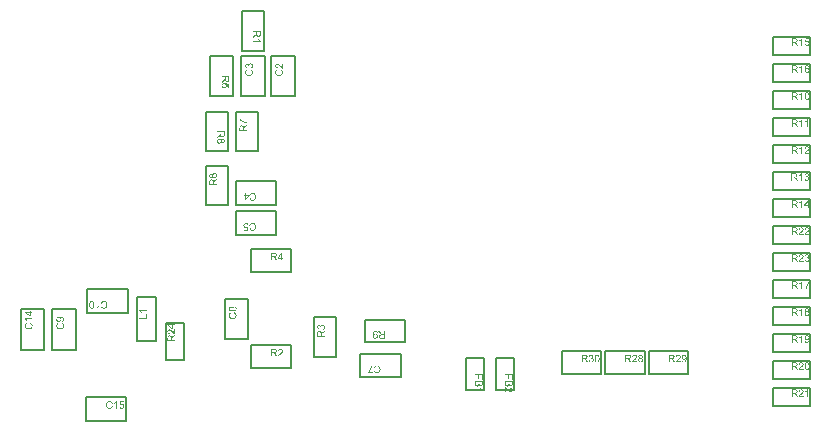
<source format=gbr>
G04*
G04 #@! TF.GenerationSoftware,Altium Limited,Altium Designer,24.7.2 (38)*
G04*
G04 Layer_Color=16711935*
%FSLAX25Y25*%
%MOIN*%
G70*
G04*
G04 #@! TF.SameCoordinates,557B2C77-FFCE-42D9-A2FA-4134FEC932EB*
G04*
G04*
G04 #@! TF.FilePolarity,Positive*
G04*
G01*
G75*
%ADD10C,0.00787*%
G36*
X63898Y48167D02*
X64500D01*
Y47858D01*
X63898D01*
Y46766D01*
X63614D01*
X61981Y47914D01*
Y48167D01*
X63614D01*
Y48508D01*
X63898D01*
Y48167D01*
D02*
G37*
G36*
X64500Y44871D02*
X64498D01*
X64495D01*
X64489D01*
X64482D01*
X64471D01*
X64460Y44873D01*
X64431Y44875D01*
X64400Y44879D01*
X64363Y44884D01*
X64325Y44893D01*
X64287Y44906D01*
X64285D01*
X64280Y44910D01*
X64271Y44913D01*
X64258Y44919D01*
X64242Y44924D01*
X64223Y44933D01*
X64203Y44944D01*
X64182Y44955D01*
X64156Y44968D01*
X64131Y44984D01*
X64074Y45019D01*
X64014Y45061D01*
X63952Y45110D01*
X63950Y45112D01*
X63945Y45117D01*
X63936Y45124D01*
X63923Y45135D01*
X63907Y45150D01*
X63889Y45168D01*
X63867Y45188D01*
X63843Y45214D01*
X63816Y45241D01*
X63787Y45270D01*
X63756Y45303D01*
X63721Y45339D01*
X63687Y45379D01*
X63650Y45421D01*
X63612Y45467D01*
X63572Y45514D01*
X63570Y45516D01*
X63568Y45519D01*
X63563Y45525D01*
X63557Y45532D01*
X63548Y45541D01*
X63539Y45552D01*
X63515Y45579D01*
X63488Y45614D01*
X63454Y45650D01*
X63417Y45692D01*
X63377Y45736D01*
X63335Y45783D01*
X63292Y45829D01*
X63248Y45876D01*
X63202Y45920D01*
X63159Y45963D01*
X63117Y46002D01*
X63075Y46038D01*
X63037Y46067D01*
X63035Y46069D01*
X63028Y46073D01*
X63017Y46080D01*
X63004Y46091D01*
X62986Y46102D01*
X62966Y46113D01*
X62942Y46127D01*
X62917Y46140D01*
X62889Y46153D01*
X62860Y46167D01*
X62796Y46191D01*
X62764Y46200D01*
X62731Y46207D01*
X62698Y46211D01*
X62665Y46213D01*
X62664D01*
X62656D01*
X62647D01*
X62634Y46211D01*
X62618Y46209D01*
X62600Y46205D01*
X62580Y46202D01*
X62558Y46196D01*
X62534Y46189D01*
X62509Y46180D01*
X62484Y46169D01*
X62458Y46156D01*
X62431Y46142D01*
X62405Y46124D01*
X62380Y46104D01*
X62356Y46080D01*
X62354Y46078D01*
X62351Y46074D01*
X62345Y46067D01*
X62336Y46056D01*
X62327Y46044D01*
X62316Y46027D01*
X62303Y46009D01*
X62292Y45989D01*
X62280Y45965D01*
X62269Y45940D01*
X62258Y45911D01*
X62249Y45882D01*
X62240Y45849D01*
X62234Y45814D01*
X62230Y45778D01*
X62229Y45740D01*
Y45718D01*
X62230Y45703D01*
X62232Y45683D01*
X62236Y45661D01*
X62240Y45638D01*
X62245Y45610D01*
X62252Y45583D01*
X62261Y45554D01*
X62272Y45525D01*
X62285Y45494D01*
X62301Y45465D01*
X62320Y45436D01*
X62340Y45406D01*
X62363Y45381D01*
X62365Y45379D01*
X62369Y45375D01*
X62378Y45368D01*
X62387Y45361D01*
X62402Y45350D01*
X62418Y45339D01*
X62438Y45326D01*
X62460Y45316D01*
X62484Y45303D01*
X62513Y45290D01*
X62542Y45279D01*
X62574Y45268D01*
X62611Y45261D01*
X62649Y45254D01*
X62689Y45250D01*
X62733Y45248D01*
X62700Y44930D01*
X62698D01*
X62696D01*
X62691Y44932D01*
X62684D01*
X62665Y44933D01*
X62642Y44939D01*
X62613Y44944D01*
X62578Y44952D01*
X62540Y44961D01*
X62500Y44971D01*
X62456Y44986D01*
X62413Y45002D01*
X62367Y45022D01*
X62322Y45046D01*
X62278Y45072D01*
X62236Y45103D01*
X62196Y45135D01*
X62160Y45173D01*
X62158Y45175D01*
X62152Y45183D01*
X62141Y45195D01*
X62130Y45212D01*
X62116Y45234D01*
X62099Y45259D01*
X62083Y45290D01*
X62065Y45325D01*
X62049Y45365D01*
X62032Y45406D01*
X62016Y45454D01*
X62001Y45505D01*
X61988Y45559D01*
X61979Y45618D01*
X61974Y45680D01*
X61972Y45745D01*
Y45761D01*
X61974Y45780D01*
X61976Y45805D01*
X61977Y45836D01*
X61983Y45871D01*
X61988Y45911D01*
X61997Y45952D01*
X62009Y45998D01*
X62021Y46044D01*
X62038Y46093D01*
X62058Y46140D01*
X62081Y46187D01*
X62107Y46233D01*
X62138Y46276D01*
X62174Y46318D01*
X62176Y46320D01*
X62183Y46327D01*
X62194Y46338D01*
X62211Y46351D01*
X62229Y46367D01*
X62252Y46386D01*
X62280Y46406D01*
X62311Y46426D01*
X62345Y46444D01*
X62383Y46464D01*
X62425Y46482D01*
X62469Y46499D01*
X62516Y46511D01*
X62565Y46522D01*
X62618Y46529D01*
X62673Y46531D01*
X62675D01*
X62680D01*
X62687D01*
X62698D01*
X62713Y46529D01*
X62727Y46528D01*
X62746Y46526D01*
X62766Y46524D01*
X62811Y46517D01*
X62862Y46506D01*
X62915Y46489D01*
X62969Y46469D01*
X62971D01*
X62977Y46466D01*
X62984Y46462D01*
X62995Y46457D01*
X63008Y46451D01*
X63024Y46442D01*
X63042Y46433D01*
X63062Y46420D01*
X63084Y46407D01*
X63108Y46393D01*
X63161Y46356D01*
X63188Y46336D01*
X63217Y46315D01*
X63246Y46289D01*
X63277Y46264D01*
X63279Y46262D01*
X63284Y46256D01*
X63293Y46249D01*
X63306Y46236D01*
X63323Y46220D01*
X63342Y46200D01*
X63366Y46178D01*
X63393Y46151D01*
X63423Y46120D01*
X63455Y46084D01*
X63492Y46045D01*
X63532Y46002D01*
X63574Y45954D01*
X63619Y45903D01*
X63668Y45847D01*
X63719Y45787D01*
X63721Y45783D01*
X63730Y45774D01*
X63741Y45761D01*
X63757Y45743D01*
X63776Y45720D01*
X63797Y45696D01*
X63821Y45669D01*
X63847Y45639D01*
X63899Y45578D01*
X63927Y45548D01*
X63952Y45519D01*
X63978Y45492D01*
X63999Y45468D01*
X64020Y45447D01*
X64038Y45430D01*
X64041Y45426D01*
X64052Y45417D01*
X64069Y45403D01*
X64089Y45385D01*
X64114Y45365D01*
X64141Y45343D01*
X64172Y45321D01*
X64203Y45301D01*
Y46535D01*
X64500D01*
Y44871D01*
D02*
G37*
G36*
Y44298D02*
X63976Y43965D01*
X63974Y43963D01*
X63967Y43958D01*
X63954Y43951D01*
X63939Y43941D01*
X63919Y43929D01*
X63898Y43914D01*
X63874Y43898D01*
X63849Y43881D01*
X63792Y43843D01*
X63734Y43803D01*
X63679Y43763D01*
X63654Y43743D01*
X63630Y43725D01*
X63628Y43723D01*
X63625Y43721D01*
X63619Y43716D01*
X63610Y43708D01*
X63588Y43690D01*
X63563Y43668D01*
X63535Y43641D01*
X63506Y43614D01*
X63481Y43585D01*
X63461Y43556D01*
X63459Y43552D01*
X63454Y43543D01*
X63444Y43528D01*
X63435Y43508D01*
X63424Y43486D01*
X63412Y43461D01*
X63403Y43434D01*
X63393Y43404D01*
Y43403D01*
X63392Y43394D01*
X63390Y43379D01*
X63386Y43361D01*
X63384Y43335D01*
X63383Y43303D01*
X63381Y43264D01*
Y42833D01*
X64500D01*
Y42500D01*
X61981D01*
Y43648D01*
X61983Y43670D01*
Y43699D01*
X61985Y43732D01*
X61987Y43767D01*
X61990Y43807D01*
X61994Y43847D01*
X61997Y43889D01*
X62010Y43974D01*
X62018Y44014D01*
X62027Y44054D01*
X62038Y44093D01*
X62050Y44127D01*
Y44129D01*
X62054Y44134D01*
X62058Y44143D01*
X62063Y44156D01*
X62070Y44171D01*
X62081Y44187D01*
X62092Y44207D01*
X62105Y44227D01*
X62121Y44249D01*
X62138Y44273D01*
X62158Y44296D01*
X62179Y44320D01*
X62205Y44342D01*
X62230Y44365D01*
X62260Y44387D01*
X62291Y44407D01*
X62292Y44409D01*
X62298Y44413D01*
X62307Y44416D01*
X62320Y44424D01*
X62336Y44431D01*
X62356Y44440D01*
X62378Y44451D01*
X62402Y44460D01*
X62429Y44469D01*
X62458Y44480D01*
X62489Y44489D01*
X62522Y44497D01*
X62556Y44504D01*
X62593Y44509D01*
X62631Y44511D01*
X62669Y44513D01*
X62673D01*
X62680D01*
X62695Y44511D01*
X62715D01*
X62736Y44507D01*
X62764Y44504D01*
X62793Y44498D01*
X62826Y44491D01*
X62860Y44482D01*
X62897Y44471D01*
X62935Y44456D01*
X62973Y44440D01*
X63011Y44420D01*
X63048Y44396D01*
X63086Y44369D01*
X63121Y44338D01*
X63122Y44336D01*
X63128Y44331D01*
X63137Y44320D01*
X63150Y44305D01*
X63164Y44287D01*
X63181Y44263D01*
X63199Y44238D01*
X63219Y44207D01*
X63239Y44171D01*
X63259Y44133D01*
X63277Y44087D01*
X63297Y44040D01*
X63313Y43987D01*
X63330Y43931D01*
X63342Y43869D01*
X63353Y43803D01*
Y43805D01*
X63357Y43808D01*
X63359Y43816D01*
X63364Y43825D01*
X63370Y43836D01*
X63377Y43849D01*
X63393Y43878D01*
X63412Y43910D01*
X63433Y43943D01*
X63455Y43974D01*
X63479Y44003D01*
X63481Y44005D01*
X63485Y44011D01*
X63494Y44018D01*
X63503Y44029D01*
X63517Y44041D01*
X63532Y44056D01*
X63550Y44074D01*
X63572Y44093D01*
X63595Y44113D01*
X63621Y44134D01*
X63648Y44158D01*
X63677Y44182D01*
X63710Y44205D01*
X63743Y44231D01*
X63816Y44280D01*
X64500Y44715D01*
Y44298D01*
D02*
G37*
G36*
X217780Y38068D02*
X217805Y38066D01*
X217836Y38064D01*
X217871Y38059D01*
X217911Y38053D01*
X217952Y38044D01*
X217998Y38033D01*
X218043Y38021D01*
X218093Y38004D01*
X218140Y37984D01*
X218187Y37961D01*
X218233Y37935D01*
X218277Y37904D01*
X218318Y37868D01*
X218320Y37866D01*
X218327Y37859D01*
X218338Y37848D01*
X218351Y37831D01*
X218368Y37813D01*
X218386Y37789D01*
X218406Y37762D01*
X218426Y37731D01*
X218444Y37697D01*
X218464Y37659D01*
X218482Y37617D01*
X218498Y37573D01*
X218511Y37526D01*
X218522Y37477D01*
X218529Y37424D01*
X218531Y37369D01*
Y37367D01*
Y37362D01*
Y37354D01*
Y37344D01*
X218529Y37329D01*
X218528Y37315D01*
X218526Y37296D01*
X218524Y37276D01*
X218517Y37231D01*
X218506Y37180D01*
X218489Y37127D01*
X218469Y37072D01*
Y37071D01*
X218466Y37065D01*
X218462Y37058D01*
X218457Y37047D01*
X218451Y37034D01*
X218442Y37018D01*
X218433Y37000D01*
X218420Y36980D01*
X218408Y36958D01*
X218393Y36934D01*
X218356Y36881D01*
X218337Y36854D01*
X218315Y36825D01*
X218289Y36796D01*
X218264Y36765D01*
X218262Y36763D01*
X218256Y36758D01*
X218249Y36748D01*
X218236Y36736D01*
X218220Y36719D01*
X218200Y36699D01*
X218178Y36676D01*
X218151Y36648D01*
X218120Y36619D01*
X218084Y36586D01*
X218045Y36550D01*
X218002Y36510D01*
X217954Y36468D01*
X217903Y36423D01*
X217847Y36374D01*
X217787Y36323D01*
X217783Y36321D01*
X217774Y36312D01*
X217761Y36301D01*
X217743Y36284D01*
X217720Y36266D01*
X217696Y36244D01*
X217669Y36221D01*
X217639Y36195D01*
X217578Y36142D01*
X217548Y36115D01*
X217519Y36090D01*
X217492Y36064D01*
X217468Y36042D01*
X217446Y36022D01*
X217430Y36004D01*
X217426Y36000D01*
X217417Y35989D01*
X217403Y35973D01*
X217385Y35953D01*
X217365Y35928D01*
X217343Y35900D01*
X217321Y35869D01*
X217301Y35838D01*
X218535D01*
Y35542D01*
X216871D01*
Y35544D01*
Y35547D01*
Y35553D01*
Y35560D01*
Y35571D01*
X216873Y35582D01*
X216875Y35611D01*
X216879Y35642D01*
X216884Y35678D01*
X216893Y35717D01*
X216906Y35755D01*
Y35757D01*
X216910Y35762D01*
X216913Y35771D01*
X216919Y35784D01*
X216924Y35800D01*
X216933Y35818D01*
X216944Y35838D01*
X216955Y35860D01*
X216968Y35886D01*
X216984Y35911D01*
X217019Y35968D01*
X217061Y36028D01*
X217110Y36090D01*
X217112Y36091D01*
X217117Y36097D01*
X217124Y36106D01*
X217135Y36119D01*
X217150Y36135D01*
X217168Y36153D01*
X217188Y36175D01*
X217214Y36199D01*
X217241Y36226D01*
X217270Y36255D01*
X217303Y36286D01*
X217339Y36321D01*
X217379Y36355D01*
X217421Y36392D01*
X217467Y36430D01*
X217514Y36470D01*
X217516Y36472D01*
X217519Y36474D01*
X217525Y36479D01*
X217532Y36485D01*
X217541Y36494D01*
X217552Y36503D01*
X217579Y36526D01*
X217614Y36554D01*
X217650Y36588D01*
X217692Y36625D01*
X217736Y36665D01*
X217783Y36707D01*
X217829Y36750D01*
X217876Y36794D01*
X217920Y36840D01*
X217963Y36883D01*
X218002Y36925D01*
X218038Y36967D01*
X218067Y37005D01*
X218069Y37007D01*
X218073Y37014D01*
X218080Y37025D01*
X218091Y37038D01*
X218102Y37056D01*
X218113Y37076D01*
X218127Y37100D01*
X218140Y37125D01*
X218153Y37152D01*
X218167Y37182D01*
X218191Y37245D01*
X218200Y37278D01*
X218207Y37311D01*
X218211Y37344D01*
X218213Y37376D01*
Y37378D01*
Y37385D01*
Y37395D01*
X218211Y37407D01*
X218209Y37424D01*
X218205Y37442D01*
X218202Y37462D01*
X218196Y37484D01*
X218189Y37507D01*
X218180Y37533D01*
X218169Y37558D01*
X218156Y37584D01*
X218142Y37611D01*
X218124Y37637D01*
X218104Y37662D01*
X218080Y37686D01*
X218078Y37688D01*
X218074Y37691D01*
X218067Y37697D01*
X218056Y37706D01*
X218043Y37715D01*
X218027Y37726D01*
X218009Y37738D01*
X217989Y37749D01*
X217965Y37762D01*
X217940Y37773D01*
X217911Y37784D01*
X217881Y37793D01*
X217849Y37802D01*
X217814Y37808D01*
X217778Y37811D01*
X217740Y37813D01*
X217718D01*
X217703Y37811D01*
X217683Y37810D01*
X217661Y37806D01*
X217638Y37802D01*
X217610Y37797D01*
X217583Y37789D01*
X217554Y37780D01*
X217525Y37769D01*
X217494Y37757D01*
X217465Y37740D01*
X217436Y37722D01*
X217407Y37702D01*
X217381Y37679D01*
X217379Y37677D01*
X217376Y37673D01*
X217368Y37664D01*
X217361Y37655D01*
X217350Y37640D01*
X217339Y37624D01*
X217326Y37604D01*
X217316Y37582D01*
X217303Y37558D01*
X217290Y37529D01*
X217279Y37500D01*
X217268Y37467D01*
X217261Y37431D01*
X217254Y37393D01*
X217250Y37353D01*
X217248Y37309D01*
X216930Y37342D01*
Y37344D01*
Y37345D01*
X216932Y37351D01*
Y37358D01*
X216933Y37376D01*
X216939Y37400D01*
X216944Y37429D01*
X216951Y37464D01*
X216961Y37502D01*
X216971Y37542D01*
X216986Y37586D01*
X217002Y37629D01*
X217022Y37675D01*
X217046Y37720D01*
X217072Y37764D01*
X217103Y37806D01*
X217135Y37846D01*
X217174Y37882D01*
X217175Y37884D01*
X217183Y37890D01*
X217195Y37901D01*
X217212Y37911D01*
X217234Y37926D01*
X217259Y37942D01*
X217290Y37959D01*
X217325Y37977D01*
X217365Y37993D01*
X217407Y38010D01*
X217454Y38026D01*
X217505Y38041D01*
X217559Y38053D01*
X217618Y38063D01*
X217680Y38068D01*
X217745Y38070D01*
X217761D01*
X217780Y38068D01*
D02*
G37*
G36*
X215670Y38059D02*
X215699D01*
X215732Y38057D01*
X215767Y38055D01*
X215807Y38052D01*
X215847Y38048D01*
X215889Y38044D01*
X215974Y38032D01*
X216014Y38024D01*
X216054Y38015D01*
X216092Y38004D01*
X216127Y37991D01*
X216129D01*
X216134Y37988D01*
X216143Y37984D01*
X216156Y37979D01*
X216171Y37971D01*
X216187Y37961D01*
X216207Y37950D01*
X216227Y37937D01*
X216249Y37920D01*
X216273Y37904D01*
X216296Y37884D01*
X216320Y37862D01*
X216342Y37837D01*
X216366Y37811D01*
X216387Y37782D01*
X216407Y37751D01*
X216409Y37749D01*
X216413Y37744D01*
X216416Y37735D01*
X216424Y37722D01*
X216431Y37706D01*
X216440Y37686D01*
X216451Y37664D01*
X216460Y37640D01*
X216469Y37613D01*
X216480Y37584D01*
X216489Y37553D01*
X216496Y37520D01*
X216504Y37486D01*
X216509Y37449D01*
X216511Y37411D01*
X216513Y37373D01*
Y37369D01*
Y37362D01*
X216511Y37347D01*
Y37327D01*
X216507Y37305D01*
X216504Y37278D01*
X216498Y37249D01*
X216491Y37216D01*
X216482Y37182D01*
X216471Y37145D01*
X216456Y37107D01*
X216440Y37069D01*
X216420Y37031D01*
X216396Y36994D01*
X216369Y36956D01*
X216338Y36921D01*
X216336Y36920D01*
X216331Y36914D01*
X216320Y36905D01*
X216305Y36892D01*
X216287Y36878D01*
X216264Y36861D01*
X216238Y36843D01*
X216207Y36823D01*
X216171Y36803D01*
X216132Y36783D01*
X216087Y36765D01*
X216040Y36745D01*
X215987Y36728D01*
X215931Y36712D01*
X215869Y36699D01*
X215803Y36688D01*
X215805D01*
X215809Y36685D01*
X215816Y36683D01*
X215825Y36678D01*
X215836Y36672D01*
X215849Y36665D01*
X215878Y36648D01*
X215910Y36630D01*
X215943Y36608D01*
X215974Y36586D01*
X216003Y36563D01*
X216005Y36561D01*
X216011Y36557D01*
X216018Y36548D01*
X216029Y36539D01*
X216041Y36525D01*
X216056Y36510D01*
X216074Y36492D01*
X216092Y36470D01*
X216112Y36446D01*
X216134Y36421D01*
X216158Y36394D01*
X216182Y36364D01*
X216205Y36332D01*
X216231Y36299D01*
X216280Y36226D01*
X216715Y35542D01*
X216298D01*
X215965Y36066D01*
X215963Y36068D01*
X215958Y36075D01*
X215950Y36088D01*
X215941Y36102D01*
X215929Y36122D01*
X215914Y36144D01*
X215898Y36168D01*
X215881Y36193D01*
X215843Y36250D01*
X215803Y36308D01*
X215763Y36363D01*
X215743Y36388D01*
X215725Y36412D01*
X215723Y36414D01*
X215721Y36417D01*
X215716Y36423D01*
X215708Y36432D01*
X215690Y36454D01*
X215668Y36479D01*
X215641Y36506D01*
X215614Y36536D01*
X215585Y36561D01*
X215556Y36581D01*
X215552Y36583D01*
X215543Y36588D01*
X215528Y36597D01*
X215508Y36606D01*
X215486Y36617D01*
X215461Y36630D01*
X215434Y36639D01*
X215405Y36648D01*
X215403D01*
X215394Y36650D01*
X215379Y36652D01*
X215361Y36656D01*
X215335Y36658D01*
X215303Y36659D01*
X215264Y36661D01*
X214833D01*
Y35542D01*
X214500D01*
Y38061D01*
X215648D01*
X215670Y38059D01*
D02*
G37*
G36*
X219718Y38068D02*
X219742Y38066D01*
X219769Y38064D01*
X219802Y38059D01*
X219838Y38053D01*
X219876Y38046D01*
X219918Y38035D01*
X219962Y38023D01*
X220005Y38008D01*
X220049Y37988D01*
X220093Y37966D01*
X220136Y37941D01*
X220178Y37911D01*
X220217Y37877D01*
X220218Y37875D01*
X220226Y37868D01*
X220235Y37857D01*
X220248Y37842D01*
X220264Y37824D01*
X220280Y37802D01*
X220299Y37777D01*
X220319Y37748D01*
X220337Y37715D01*
X220355Y37679D01*
X220371Y37640D01*
X220388Y37600D01*
X220400Y37556D01*
X220409Y37509D01*
X220417Y37462D01*
X220419Y37411D01*
Y37409D01*
Y37404D01*
Y37395D01*
X220417Y37382D01*
X220415Y37367D01*
X220413Y37349D01*
X220411Y37329D01*
X220408Y37307D01*
X220397Y37260D01*
X220380Y37209D01*
X220370Y37183D01*
X220357Y37158D01*
X220342Y37132D01*
X220326Y37107D01*
X220324Y37105D01*
X220322Y37102D01*
X220317Y37094D01*
X220308Y37085D01*
X220299Y37074D01*
X220286Y37063D01*
X220273Y37049D01*
X220257Y37034D01*
X220237Y37018D01*
X220217Y37001D01*
X220193Y36985D01*
X220169Y36969D01*
X220140Y36952D01*
X220111Y36936D01*
X220080Y36921D01*
X220045Y36907D01*
X220047D01*
X220056Y36903D01*
X220067Y36900D01*
X220084Y36892D01*
X220104Y36885D01*
X220126Y36874D01*
X220151Y36863D01*
X220177Y36849D01*
X220206Y36832D01*
X220235Y36814D01*
X220264Y36794D01*
X220293Y36772D01*
X220322Y36748D01*
X220349Y36721D01*
X220377Y36694D01*
X220400Y36663D01*
X220402Y36661D01*
X220406Y36656D01*
X220411Y36647D01*
X220420Y36634D01*
X220429Y36617D01*
X220439Y36597D01*
X220449Y36576D01*
X220462Y36550D01*
X220473Y36521D01*
X220484Y36492D01*
X220493Y36457D01*
X220504Y36423D01*
X220511Y36384D01*
X220517Y36346D01*
X220520Y36304D01*
X220522Y36261D01*
Y36257D01*
Y36246D01*
X220520Y36230D01*
X220519Y36206D01*
X220515Y36179D01*
X220510Y36148D01*
X220502Y36112D01*
X220493Y36071D01*
X220482Y36030D01*
X220466Y35986D01*
X220448Y35942D01*
X220426Y35897D01*
X220399Y35849D01*
X220370Y35806D01*
X220333Y35760D01*
X220293Y35718D01*
X220291Y35717D01*
X220282Y35709D01*
X220269Y35698D01*
X220251Y35684D01*
X220229Y35667D01*
X220200Y35649D01*
X220169Y35629D01*
X220133Y35609D01*
X220091Y35589D01*
X220045Y35569D01*
X219996Y35551D01*
X219944Y35535D01*
X219885Y35520D01*
X219825Y35509D01*
X219760Y35502D01*
X219692Y35500D01*
X219676D01*
X219656Y35502D01*
X219631Y35504D01*
X219600Y35507D01*
X219563Y35511D01*
X219521Y35518D01*
X219478Y35527D01*
X219430Y35540D01*
X219381Y35555D01*
X219332Y35571D01*
X219281Y35593D01*
X219230Y35618D01*
X219181Y35647D01*
X219135Y35682D01*
X219090Y35720D01*
X219088Y35722D01*
X219081Y35731D01*
X219068Y35742D01*
X219055Y35760D01*
X219037Y35782D01*
X219017Y35807D01*
X218997Y35837D01*
X218977Y35871D01*
X218955Y35909D01*
X218935Y35951D01*
X218915Y35997D01*
X218899Y36044D01*
X218884Y36097D01*
X218872Y36151D01*
X218864Y36210D01*
X218863Y36270D01*
Y36274D01*
Y36281D01*
Y36294D01*
X218864Y36312D01*
X218866Y36332D01*
X218870Y36357D01*
X218873Y36384D01*
X218879Y36414D01*
X218884Y36445D01*
X218893Y36479D01*
X218902Y36512D01*
X218915Y36546D01*
X218930Y36581D01*
X218946Y36616D01*
X218964Y36648D01*
X218986Y36681D01*
X218988Y36683D01*
X218992Y36688D01*
X218999Y36698D01*
X219010Y36708D01*
X219023Y36721D01*
X219039Y36737D01*
X219057Y36754D01*
X219077Y36772D01*
X219103Y36790D01*
X219128Y36808D01*
X219157Y36829D01*
X219190Y36847D01*
X219225Y36863D01*
X219261Y36880D01*
X219301Y36894D01*
X219343Y36907D01*
X219341D01*
X219334Y36910D01*
X219325Y36914D01*
X219312Y36920D01*
X219296Y36927D01*
X219277Y36936D01*
X219257Y36947D01*
X219236Y36958D01*
X219188Y36987D01*
X219141Y37021D01*
X219095Y37062D01*
X219075Y37083D01*
X219057Y37107D01*
X219055Y37109D01*
X219054Y37113D01*
X219048Y37120D01*
X219043Y37131D01*
X219035Y37143D01*
X219028Y37158D01*
X219019Y37176D01*
X219012Y37196D01*
X219003Y37218D01*
X218993Y37242D01*
X218986Y37267D01*
X218979Y37295D01*
X218968Y37354D01*
X218966Y37387D01*
X218964Y37420D01*
Y37424D01*
Y37433D01*
X218966Y37447D01*
X218968Y37466D01*
X218970Y37489D01*
X218975Y37516D01*
X218981Y37547D01*
X218990Y37580D01*
X218999Y37617D01*
X219012Y37653D01*
X219028Y37691D01*
X219048Y37731D01*
X219070Y37769D01*
X219095Y37810D01*
X219126Y37846D01*
X219161Y37882D01*
X219163Y37884D01*
X219170Y37890D01*
X219181Y37901D01*
X219197Y37911D01*
X219217Y37926D01*
X219241Y37942D01*
X219268Y37959D01*
X219301Y37977D01*
X219336Y37993D01*
X219376Y38010D01*
X219419Y38026D01*
X219467Y38041D01*
X219516Y38053D01*
X219570Y38063D01*
X219627Y38068D01*
X219687Y38070D01*
X219702D01*
X219718Y38068D01*
D02*
G37*
G36*
X203234Y38072D02*
X203252D01*
X203274Y38068D01*
X203298Y38066D01*
X203323Y38063D01*
X203352Y38057D01*
X203381Y38052D01*
X203445Y38035D01*
X203480Y38026D01*
X203513Y38013D01*
X203545Y38001D01*
X203578Y37984D01*
X203580Y37982D01*
X203585Y37981D01*
X203594Y37975D01*
X203607Y37968D01*
X203622Y37959D01*
X203638Y37948D01*
X203656Y37935D01*
X203676Y37920D01*
X203720Y37886D01*
X203764Y37844D01*
X203806Y37797D01*
X203826Y37769D01*
X203844Y37742D01*
X203846Y37740D01*
X203847Y37735D01*
X203853Y37728D01*
X203858Y37715D01*
X203866Y37702D01*
X203873Y37684D01*
X203882Y37666D01*
X203891Y37644D01*
X203898Y37620D01*
X203907Y37597D01*
X203922Y37542D01*
X203933Y37482D01*
X203935Y37451D01*
X203937Y37418D01*
Y37416D01*
Y37411D01*
Y37402D01*
X203935Y37391D01*
Y37376D01*
X203931Y37360D01*
X203929Y37340D01*
X203926Y37320D01*
X203915Y37273D01*
X203898Y37224D01*
X203889Y37198D01*
X203876Y37171D01*
X203864Y37145D01*
X203847Y37120D01*
X203846Y37118D01*
X203844Y37114D01*
X203838Y37107D01*
X203831Y37098D01*
X203822Y37087D01*
X203811Y37074D01*
X203798Y37060D01*
X203782Y37043D01*
X203766Y37027D01*
X203746Y37011D01*
X203726Y36992D01*
X203702Y36974D01*
X203676Y36958D01*
X203649Y36940D01*
X203620Y36923D01*
X203589Y36909D01*
X203591D01*
X203598Y36907D01*
X203611Y36903D01*
X203625Y36898D01*
X203645Y36892D01*
X203667Y36883D01*
X203691Y36874D01*
X203716Y36861D01*
X203744Y36849D01*
X203773Y36832D01*
X203802Y36816D01*
X203831Y36796D01*
X203858Y36774D01*
X203886Y36750D01*
X203913Y36723D01*
X203937Y36694D01*
X203938Y36692D01*
X203942Y36687D01*
X203947Y36678D01*
X203957Y36665D01*
X203966Y36648D01*
X203977Y36630D01*
X203988Y36608D01*
X203998Y36583D01*
X204009Y36554D01*
X204022Y36523D01*
X204031Y36490D01*
X204040Y36454D01*
X204049Y36415D01*
X204055Y36375D01*
X204059Y36334D01*
X204060Y36288D01*
Y36284D01*
Y36274D01*
X204059Y36255D01*
X204057Y36233D01*
X204053Y36204D01*
X204048Y36171D01*
X204040Y36135D01*
X204029Y36095D01*
X204017Y36051D01*
X204002Y36008D01*
X203982Y35960D01*
X203958Y35913D01*
X203931Y35866D01*
X203898Y35818D01*
X203860Y35773D01*
X203818Y35729D01*
X203815Y35727D01*
X203807Y35720D01*
X203795Y35707D01*
X203775Y35693D01*
X203751Y35677D01*
X203724Y35656D01*
X203689Y35636D01*
X203653Y35615D01*
X203611Y35593D01*
X203563Y35573D01*
X203514Y35553D01*
X203460Y35536D01*
X203403Y35522D01*
X203342Y35509D01*
X203278Y35502D01*
X203210Y35500D01*
X203196D01*
X203178Y35502D01*
X203156Y35504D01*
X203127Y35505D01*
X203094Y35511D01*
X203058Y35516D01*
X203017Y35525D01*
X202976Y35535D01*
X202930Y35547D01*
X202885Y35564D01*
X202837Y35584D01*
X202792Y35605D01*
X202746Y35631D01*
X202701Y35662D01*
X202659Y35697D01*
X202657Y35698D01*
X202650Y35706D01*
X202639Y35717D01*
X202624Y35733D01*
X202608Y35753D01*
X202588Y35777D01*
X202568Y35804D01*
X202546Y35835D01*
X202524Y35869D01*
X202502Y35909D01*
X202482Y35951D01*
X202462Y35997D01*
X202446Y36046D01*
X202430Y36097D01*
X202419Y36151D01*
X202411Y36210D01*
X202721Y36252D01*
Y36248D01*
X202723Y36241D01*
X202726Y36226D01*
X202732Y36208D01*
X202737Y36186D01*
X202745Y36162D01*
X202754Y36135D01*
X202763Y36106D01*
X202788Y36042D01*
X202819Y35980D01*
X202837Y35950D01*
X202857Y35920D01*
X202877Y35895D01*
X202901Y35871D01*
X202903Y35869D01*
X202906Y35866D01*
X202914Y35860D01*
X202925Y35853D01*
X202936Y35844D01*
X202952Y35835D01*
X202968Y35824D01*
X202988Y35815D01*
X203010Y35804D01*
X203034Y35793D01*
X203059Y35784D01*
X203087Y35775D01*
X203116Y35767D01*
X203147Y35762D01*
X203178Y35758D01*
X203212Y35757D01*
X203221D01*
X203234Y35758D01*
X203249D01*
X203269Y35762D01*
X203291Y35764D01*
X203314Y35769D01*
X203342Y35775D01*
X203369Y35784D01*
X203400Y35793D01*
X203431Y35806D01*
X203462Y35820D01*
X203492Y35838D01*
X203523Y35859D01*
X203553Y35880D01*
X203582Y35908D01*
X203584Y35909D01*
X203589Y35915D01*
X203596Y35922D01*
X203605Y35935D01*
X203616Y35950D01*
X203629Y35968D01*
X203644Y35988D01*
X203658Y36011D01*
X203671Y36037D01*
X203685Y36066D01*
X203698Y36095D01*
X203709Y36130D01*
X203718Y36164D01*
X203726Y36201D01*
X203731Y36241D01*
X203733Y36281D01*
Y36283D01*
Y36290D01*
Y36301D01*
X203731Y36317D01*
X203729Y36334D01*
X203726Y36355D01*
X203722Y36379D01*
X203715Y36404D01*
X203707Y36432D01*
X203698Y36461D01*
X203687Y36490D01*
X203675Y36519D01*
X203658Y36548D01*
X203638Y36577D01*
X203618Y36605D01*
X203593Y36632D01*
X203591Y36634D01*
X203587Y36637D01*
X203578Y36645D01*
X203567Y36654D01*
X203554Y36665D01*
X203538Y36676D01*
X203518Y36688D01*
X203496Y36701D01*
X203472Y36714D01*
X203445Y36727D01*
X203416Y36737D01*
X203385Y36748D01*
X203352Y36758D01*
X203316Y36765D01*
X203280Y36768D01*
X203240Y36770D01*
X203223D01*
X203205Y36768D01*
X203180Y36767D01*
X203147Y36763D01*
X203110Y36756D01*
X203068Y36748D01*
X203021Y36737D01*
X203056Y37009D01*
X203061D01*
X203067Y37007D01*
X203074D01*
X203090Y37005D01*
X203125D01*
X203138Y37007D01*
X203156Y37009D01*
X203176Y37011D01*
X203198Y37014D01*
X203223Y37018D01*
X203251Y37023D01*
X203278Y37031D01*
X203338Y37049D01*
X203369Y37060D01*
X203400Y37074D01*
X203431Y37089D01*
X203460Y37107D01*
X203462Y37109D01*
X203467Y37113D01*
X203474Y37118D01*
X203485Y37127D01*
X203496Y37138D01*
X203511Y37151D01*
X203523Y37167D01*
X203540Y37185D01*
X203554Y37207D01*
X203569Y37231D01*
X203582Y37256D01*
X203593Y37285D01*
X203604Y37316D01*
X203611Y37351D01*
X203616Y37387D01*
X203618Y37426D01*
Y37427D01*
Y37433D01*
Y37442D01*
X203616Y37455D01*
X203614Y37467D01*
X203613Y37486D01*
X203609Y37504D01*
X203604Y37524D01*
X203589Y37567D01*
X203580Y37591D01*
X203569Y37615D01*
X203556Y37639D01*
X203540Y37662D01*
X203522Y37684D01*
X203502Y37706D01*
X203500Y37708D01*
X203496Y37711D01*
X203491Y37717D01*
X203482Y37724D01*
X203469Y37731D01*
X203456Y37742D01*
X203440Y37751D01*
X203422Y37762D01*
X203401Y37773D01*
X203380Y37782D01*
X203354Y37793D01*
X203329Y37800D01*
X203300Y37808D01*
X203271Y37813D01*
X203238Y37817D01*
X203205Y37819D01*
X203187D01*
X203176Y37817D01*
X203159Y37815D01*
X203141Y37813D01*
X203121Y37810D01*
X203099Y37804D01*
X203052Y37791D01*
X203028Y37782D01*
X203003Y37769D01*
X202977Y37757D01*
X202952Y37742D01*
X202928Y37724D01*
X202905Y37704D01*
X202903Y37702D01*
X202899Y37699D01*
X202894Y37691D01*
X202885Y37682D01*
X202875Y37671D01*
X202865Y37657D01*
X202854Y37639D01*
X202841Y37620D01*
X202828Y37597D01*
X202816Y37571D01*
X202801Y37544D01*
X202790Y37513D01*
X202777Y37480D01*
X202768Y37446D01*
X202759Y37407D01*
X202752Y37365D01*
X202442Y37420D01*
Y37422D01*
Y37424D01*
X202446Y37435D01*
X202450Y37449D01*
X202455Y37471D01*
X202462Y37498D01*
X202471Y37527D01*
X202482Y37560D01*
X202495Y37597D01*
X202512Y37635D01*
X202530Y37675D01*
X202552Y37715D01*
X202575Y37755D01*
X202601Y37795D01*
X202630Y37833D01*
X202663Y37870D01*
X202699Y37902D01*
X202701Y37904D01*
X202708Y37910D01*
X202719Y37919D01*
X202735Y37930D01*
X202755Y37942D01*
X202779Y37957D01*
X202806Y37971D01*
X202837Y37988D01*
X202872Y38004D01*
X202910Y38019D01*
X202950Y38033D01*
X202994Y38046D01*
X203041Y38057D01*
X203092Y38066D01*
X203145Y38072D01*
X203200Y38073D01*
X203220D01*
X203234Y38072D01*
D02*
G37*
G36*
X201170Y38063D02*
X201199D01*
X201232Y38061D01*
X201267Y38059D01*
X201307Y38055D01*
X201347Y38052D01*
X201389Y38048D01*
X201474Y38035D01*
X201514Y38028D01*
X201554Y38019D01*
X201592Y38008D01*
X201627Y37995D01*
X201629D01*
X201634Y37991D01*
X201643Y37988D01*
X201656Y37982D01*
X201671Y37975D01*
X201687Y37964D01*
X201707Y37953D01*
X201727Y37941D01*
X201749Y37924D01*
X201773Y37908D01*
X201796Y37888D01*
X201820Y37866D01*
X201842Y37841D01*
X201866Y37815D01*
X201887Y37786D01*
X201907Y37755D01*
X201909Y37753D01*
X201913Y37748D01*
X201916Y37738D01*
X201924Y37726D01*
X201931Y37709D01*
X201940Y37689D01*
X201951Y37668D01*
X201960Y37644D01*
X201969Y37617D01*
X201980Y37587D01*
X201989Y37556D01*
X201996Y37524D01*
X202004Y37489D01*
X202009Y37453D01*
X202011Y37415D01*
X202013Y37376D01*
Y37373D01*
Y37365D01*
X202011Y37351D01*
Y37331D01*
X202007Y37309D01*
X202004Y37282D01*
X201998Y37253D01*
X201991Y37220D01*
X201982Y37185D01*
X201971Y37149D01*
X201956Y37111D01*
X201940Y37072D01*
X201920Y37034D01*
X201896Y36998D01*
X201869Y36960D01*
X201838Y36925D01*
X201836Y36923D01*
X201831Y36918D01*
X201820Y36909D01*
X201805Y36896D01*
X201787Y36881D01*
X201764Y36865D01*
X201738Y36847D01*
X201707Y36827D01*
X201671Y36807D01*
X201632Y36787D01*
X201587Y36768D01*
X201540Y36748D01*
X201487Y36732D01*
X201431Y36716D01*
X201369Y36703D01*
X201303Y36692D01*
X201305D01*
X201308Y36688D01*
X201316Y36687D01*
X201325Y36681D01*
X201336Y36676D01*
X201349Y36668D01*
X201378Y36652D01*
X201410Y36634D01*
X201443Y36612D01*
X201474Y36590D01*
X201503Y36566D01*
X201505Y36565D01*
X201511Y36561D01*
X201518Y36552D01*
X201529Y36543D01*
X201541Y36528D01*
X201556Y36514D01*
X201574Y36496D01*
X201592Y36474D01*
X201612Y36450D01*
X201634Y36424D01*
X201658Y36397D01*
X201682Y36368D01*
X201705Y36335D01*
X201731Y36303D01*
X201780Y36230D01*
X202215Y35545D01*
X201798D01*
X201465Y36070D01*
X201463Y36071D01*
X201458Y36079D01*
X201450Y36091D01*
X201441Y36106D01*
X201429Y36126D01*
X201414Y36148D01*
X201398Y36171D01*
X201381Y36197D01*
X201343Y36253D01*
X201303Y36312D01*
X201263Y36366D01*
X201243Y36392D01*
X201225Y36415D01*
X201223Y36417D01*
X201221Y36421D01*
X201216Y36426D01*
X201208Y36435D01*
X201190Y36457D01*
X201168Y36483D01*
X201141Y36510D01*
X201114Y36539D01*
X201085Y36565D01*
X201056Y36585D01*
X201052Y36586D01*
X201043Y36592D01*
X201028Y36601D01*
X201008Y36610D01*
X200986Y36621D01*
X200961Y36634D01*
X200934Y36643D01*
X200904Y36652D01*
X200903D01*
X200894Y36654D01*
X200879Y36656D01*
X200861Y36659D01*
X200835Y36661D01*
X200803Y36663D01*
X200764Y36665D01*
X200333D01*
Y35545D01*
X200000D01*
Y38064D01*
X201148D01*
X201170Y38063D01*
D02*
G37*
G36*
X205222Y38072D02*
X205238D01*
X205260Y38070D01*
X205282Y38066D01*
X205307Y38063D01*
X205362Y38053D01*
X205422Y38039D01*
X205484Y38019D01*
X205513Y38006D01*
X205542Y37991D01*
X205544D01*
X205549Y37988D01*
X205556Y37982D01*
X205567Y37977D01*
X205580Y37968D01*
X205595Y37957D01*
X205613Y37946D01*
X205631Y37931D01*
X205671Y37899D01*
X205713Y37857D01*
X205755Y37810D01*
X205793Y37755D01*
X205795Y37753D01*
X205797Y37748D01*
X205802Y37738D01*
X205809Y37728D01*
X205819Y37713D01*
X205828Y37695D01*
X205838Y37675D01*
X205849Y37651D01*
X205862Y37626D01*
X205875Y37597D01*
X205888Y37566D01*
X205902Y37533D01*
X205915Y37498D01*
X205926Y37462D01*
X205939Y37422D01*
X205949Y37382D01*
Y37380D01*
X205951Y37371D01*
X205955Y37360D01*
X205959Y37342D01*
X205962Y37320D01*
X205968Y37293D01*
X205973Y37262D01*
X205979Y37225D01*
X205984Y37185D01*
X205990Y37140D01*
X205995Y37091D01*
X205999Y37038D01*
X206002Y36981D01*
X206006Y36920D01*
X206008Y36856D01*
Y36787D01*
Y36785D01*
Y36781D01*
Y36776D01*
Y36767D01*
Y36758D01*
Y36745D01*
X206006Y36730D01*
Y36714D01*
X206004Y36676D01*
X206002Y36632D01*
X206000Y36585D01*
X205997Y36532D01*
X205991Y36476D01*
X205986Y36417D01*
X205970Y36299D01*
X205959Y36239D01*
X205946Y36181D01*
X205931Y36124D01*
X205915Y36071D01*
X205913Y36068D01*
X205911Y36059D01*
X205906Y36046D01*
X205899Y36026D01*
X205888Y36004D01*
X205877Y35977D01*
X205862Y35948D01*
X205848Y35917D01*
X205829Y35884D01*
X205808Y35849D01*
X205786Y35815D01*
X205762Y35778D01*
X205735Y35744D01*
X205706Y35711D01*
X205675Y35680D01*
X205642Y35651D01*
X205640Y35649D01*
X205633Y35645D01*
X205624Y35638D01*
X205609Y35627D01*
X205591Y35616D01*
X205571Y35604D01*
X205545Y35591D01*
X205518Y35578D01*
X205485Y35564D01*
X205451Y35551D01*
X205414Y35538D01*
X205374Y35527D01*
X205331Y35518D01*
X205285Y35511D01*
X205238Y35505D01*
X205187Y35504D01*
X205171D01*
X205152Y35505D01*
X205127Y35507D01*
X205096Y35511D01*
X205060Y35518D01*
X205021Y35525D01*
X204978Y35536D01*
X204932Y35549D01*
X204887Y35567D01*
X204839Y35587D01*
X204790Y35613D01*
X204743Y35642D01*
X204697Y35677D01*
X204654Y35717D01*
X204614Y35762D01*
Y35764D01*
X204612Y35766D01*
X204608Y35771D01*
X204603Y35777D01*
X204597Y35786D01*
X204590Y35797D01*
X204583Y35807D01*
X204575Y35822D01*
X204566Y35838D01*
X204555Y35857D01*
X204546Y35877D01*
X204535Y35899D01*
X204524Y35924D01*
X204514Y35950D01*
X204501Y35979D01*
X204490Y36008D01*
X204479Y36040D01*
X204466Y36075D01*
X204455Y36112D01*
X204444Y36151D01*
X204433Y36192D01*
X204424Y36235D01*
X204413Y36279D01*
X204404Y36328D01*
X204397Y36377D01*
X204390Y36428D01*
X204382Y36483D01*
X204377Y36539D01*
X204372Y36597D01*
X204370Y36658D01*
X204366Y36721D01*
Y36787D01*
Y36788D01*
Y36792D01*
Y36798D01*
Y36807D01*
Y36818D01*
Y36830D01*
X204368Y36845D01*
Y36861D01*
X204370Y36898D01*
X204372Y36941D01*
X204373Y36990D01*
X204377Y37043D01*
X204382Y37100D01*
X204388Y37158D01*
X204404Y37278D01*
X204415Y37338D01*
X204428Y37396D01*
X204441Y37453D01*
X204457Y37506D01*
X204459Y37509D01*
X204461Y37518D01*
X204466Y37531D01*
X204473Y37551D01*
X204484Y37573D01*
X204495Y37600D01*
X204510Y37629D01*
X204526Y37660D01*
X204543Y37693D01*
X204564Y37728D01*
X204586Y37764D01*
X204610Y37799D01*
X204637Y37833D01*
X204666Y37866D01*
X204697Y37897D01*
X204730Y37926D01*
X204732Y37928D01*
X204739Y37933D01*
X204748Y37941D01*
X204763Y37950D01*
X204781Y37961D01*
X204803Y37973D01*
X204827Y37986D01*
X204856Y38001D01*
X204887Y38013D01*
X204921Y38026D01*
X204960Y38039D01*
X204999Y38050D01*
X205043Y38061D01*
X205089Y38068D01*
X205136Y38072D01*
X205187Y38073D01*
X205207D01*
X205222Y38072D01*
D02*
G37*
G36*
X177019Y29802D02*
X176722D01*
Y31167D01*
X175941D01*
Y29986D01*
X175645D01*
Y31167D01*
X174500D01*
Y31500D01*
X177019D01*
Y29802D01*
D02*
G37*
G36*
Y28411D02*
X177017Y28392D01*
Y28366D01*
X177015Y28339D01*
X177012Y28306D01*
X177010Y28273D01*
X177004Y28237D01*
X177001Y28199D01*
X176986Y28122D01*
X176966Y28046D01*
X176955Y28009D01*
X176941Y27977D01*
Y27975D01*
X176937Y27969D01*
X176933Y27960D01*
X176926Y27947D01*
X176919Y27933D01*
X176908Y27916D01*
X176897Y27896D01*
X176882Y27876D01*
X176868Y27855D01*
X176850Y27833D01*
X176831Y27811D01*
X176810Y27787D01*
X176786Y27765D01*
X176762Y27744D01*
X176735Y27724D01*
X176706Y27703D01*
X176704Y27702D01*
X176699Y27700D01*
X176689Y27694D01*
X176679Y27687D01*
X176664Y27680D01*
X176646Y27673D01*
X176628Y27663D01*
X176606Y27653D01*
X176580Y27643D01*
X176555Y27634D01*
X176498Y27620D01*
X176436Y27607D01*
X176406Y27605D01*
X176373Y27603D01*
X176371D01*
X176365D01*
X176356D01*
X176345Y27605D01*
X176331D01*
X176314Y27609D01*
X176295Y27611D01*
X176275Y27614D01*
X176227Y27625D01*
X176176Y27642D01*
X176149Y27651D01*
X176123Y27663D01*
X176096Y27676D01*
X176069Y27693D01*
X176067Y27694D01*
X176063Y27696D01*
X176056Y27702D01*
X176045Y27709D01*
X176032Y27718D01*
X176020Y27729D01*
X176003Y27744D01*
X175987Y27758D01*
X175969Y27776D01*
X175951Y27795D01*
X175932Y27816D01*
X175912Y27840D01*
X175892Y27867D01*
X175874Y27895D01*
X175856Y27924D01*
X175839Y27957D01*
Y27955D01*
X175836Y27946D01*
X175832Y27935D01*
X175827Y27918D01*
X175820Y27900D01*
X175810Y27878D01*
X175799Y27853D01*
X175785Y27827D01*
X175770Y27798D01*
X175754Y27769D01*
X175736Y27740D01*
X175714Y27711D01*
X175692Y27683D01*
X175667Y27654D01*
X175639Y27629D01*
X175610Y27605D01*
X175608Y27603D01*
X175603Y27600D01*
X175594Y27594D01*
X175581Y27585D01*
X175566Y27576D01*
X175548Y27565D01*
X175526Y27554D01*
X175503Y27543D01*
X175476Y27532D01*
X175446Y27520D01*
X175415Y27511D01*
X175381Y27501D01*
X175346Y27492D01*
X175308Y27487D01*
X175270Y27483D01*
X175230Y27481D01*
X175228D01*
X175223D01*
X175212D01*
X175199Y27483D01*
X175184D01*
X175166Y27485D01*
X175144Y27487D01*
X175122Y27491D01*
X175071Y27500D01*
X175015Y27514D01*
X174957Y27532D01*
X174899Y27558D01*
X174897D01*
X174891Y27562D01*
X174884Y27565D01*
X174873Y27571D01*
X174860Y27578D01*
X174846Y27587D01*
X174813Y27609D01*
X174775Y27636D01*
X174737Y27667D01*
X174698Y27702D01*
X174666Y27742D01*
Y27744D01*
X174662Y27747D01*
X174658Y27753D01*
X174653Y27762D01*
X174646Y27773D01*
X174638Y27785D01*
X174629Y27800D01*
X174620Y27816D01*
X174609Y27836D01*
X174600Y27856D01*
X174578Y27904D01*
X174560Y27957D01*
X174542Y28017D01*
Y28018D01*
X174540Y28024D01*
X174538Y28033D01*
X174534Y28046D01*
X174533Y28062D01*
X174529Y28082D01*
X174525Y28104D01*
X174522Y28129D01*
X174516Y28157D01*
X174513Y28188D01*
X174509Y28222D01*
X174507Y28257D01*
X174504Y28295D01*
X174502Y28335D01*
X174500Y28379D01*
Y29381D01*
X177019D01*
Y28411D01*
D02*
G37*
G36*
X174540Y27185D02*
X174569Y27183D01*
X174600Y27179D01*
X174636Y27174D01*
X174675Y27165D01*
X174713Y27152D01*
X174715D01*
X174720Y27148D01*
X174729Y27145D01*
X174742Y27139D01*
X174758Y27134D01*
X174777Y27125D01*
X174797Y27114D01*
X174819Y27103D01*
X174844Y27090D01*
X174869Y27074D01*
X174926Y27039D01*
X174986Y26997D01*
X175048Y26948D01*
X175050Y26946D01*
X175055Y26941D01*
X175064Y26934D01*
X175077Y26923D01*
X175093Y26908D01*
X175111Y26890D01*
X175133Y26870D01*
X175157Y26844D01*
X175184Y26817D01*
X175213Y26788D01*
X175244Y26755D01*
X175279Y26719D01*
X175313Y26679D01*
X175350Y26637D01*
X175388Y26592D01*
X175428Y26544D01*
X175430Y26542D01*
X175432Y26539D01*
X175437Y26533D01*
X175443Y26526D01*
X175452Y26517D01*
X175461Y26506D01*
X175485Y26479D01*
X175512Y26444D01*
X175547Y26408D01*
X175583Y26366D01*
X175623Y26322D01*
X175665Y26275D01*
X175708Y26229D01*
X175752Y26182D01*
X175798Y26138D01*
X175841Y26095D01*
X175883Y26056D01*
X175925Y26020D01*
X175963Y25991D01*
X175965Y25989D01*
X175972Y25985D01*
X175983Y25978D01*
X175996Y25967D01*
X176014Y25956D01*
X176034Y25945D01*
X176058Y25931D01*
X176083Y25918D01*
X176111Y25905D01*
X176140Y25891D01*
X176204Y25867D01*
X176236Y25858D01*
X176269Y25851D01*
X176302Y25847D01*
X176335Y25845D01*
X176336D01*
X176344D01*
X176353D01*
X176365Y25847D01*
X176382Y25849D01*
X176400Y25853D01*
X176420Y25856D01*
X176442Y25862D01*
X176466Y25869D01*
X176491Y25878D01*
X176516Y25889D01*
X176542Y25902D01*
X176569Y25916D01*
X176595Y25934D01*
X176620Y25954D01*
X176644Y25978D01*
X176646Y25980D01*
X176649Y25984D01*
X176655Y25991D01*
X176664Y26002D01*
X176673Y26015D01*
X176684Y26031D01*
X176697Y26049D01*
X176708Y26069D01*
X176720Y26093D01*
X176731Y26118D01*
X176742Y26147D01*
X176751Y26177D01*
X176760Y26209D01*
X176766Y26244D01*
X176769Y26280D01*
X176771Y26318D01*
Y26340D01*
X176769Y26355D01*
X176768Y26375D01*
X176764Y26397D01*
X176760Y26420D01*
X176755Y26448D01*
X176748Y26475D01*
X176739Y26504D01*
X176728Y26533D01*
X176715Y26564D01*
X176699Y26593D01*
X176680Y26622D01*
X176660Y26651D01*
X176637Y26677D01*
X176635Y26679D01*
X176631Y26682D01*
X176622Y26690D01*
X176613Y26697D01*
X176598Y26708D01*
X176582Y26719D01*
X176562Y26732D01*
X176540Y26743D01*
X176516Y26755D01*
X176487Y26768D01*
X176458Y26779D01*
X176426Y26790D01*
X176389Y26797D01*
X176351Y26804D01*
X176311Y26808D01*
X176267Y26810D01*
X176300Y27128D01*
X176302D01*
X176304D01*
X176309Y27127D01*
X176316D01*
X176335Y27125D01*
X176358Y27119D01*
X176387Y27114D01*
X176422Y27106D01*
X176460Y27097D01*
X176500Y27086D01*
X176544Y27072D01*
X176587Y27056D01*
X176633Y27036D01*
X176679Y27012D01*
X176722Y26986D01*
X176764Y26956D01*
X176804Y26923D01*
X176840Y26884D01*
X176842Y26883D01*
X176848Y26875D01*
X176859Y26863D01*
X176870Y26846D01*
X176884Y26825D01*
X176900Y26799D01*
X176917Y26768D01*
X176935Y26733D01*
X176952Y26693D01*
X176968Y26651D01*
X176984Y26604D01*
X176999Y26553D01*
X177012Y26499D01*
X177021Y26440D01*
X177026Y26379D01*
X177028Y26313D01*
Y26297D01*
X177026Y26278D01*
X177024Y26253D01*
X177023Y26222D01*
X177017Y26188D01*
X177012Y26147D01*
X177002Y26105D01*
X176991Y26060D01*
X176979Y26015D01*
X176962Y25965D01*
X176942Y25918D01*
X176919Y25871D01*
X176893Y25825D01*
X176862Y25782D01*
X176826Y25740D01*
X176824Y25738D01*
X176817Y25731D01*
X176806Y25720D01*
X176789Y25707D01*
X176771Y25691D01*
X176748Y25672D01*
X176720Y25652D01*
X176689Y25632D01*
X176655Y25614D01*
X176617Y25594D01*
X176575Y25576D01*
X176531Y25559D01*
X176484Y25547D01*
X176435Y25536D01*
X176382Y25529D01*
X176327Y25527D01*
X176325D01*
X176320D01*
X176313D01*
X176302D01*
X176287Y25529D01*
X176273Y25530D01*
X176254Y25532D01*
X176234Y25534D01*
X176189Y25541D01*
X176138Y25552D01*
X176085Y25569D01*
X176031Y25589D01*
X176029D01*
X176023Y25592D01*
X176016Y25596D01*
X176005Y25601D01*
X175992Y25607D01*
X175976Y25616D01*
X175958Y25625D01*
X175938Y25638D01*
X175916Y25651D01*
X175892Y25665D01*
X175839Y25701D01*
X175812Y25721D01*
X175783Y25743D01*
X175754Y25769D01*
X175723Y25794D01*
X175721Y25796D01*
X175716Y25802D01*
X175707Y25809D01*
X175694Y25822D01*
X175678Y25838D01*
X175657Y25858D01*
X175634Y25880D01*
X175607Y25907D01*
X175577Y25938D01*
X175545Y25975D01*
X175508Y26013D01*
X175468Y26056D01*
X175426Y26104D01*
X175381Y26155D01*
X175332Y26211D01*
X175281Y26271D01*
X175279Y26275D01*
X175270Y26284D01*
X175259Y26297D01*
X175242Y26315D01*
X175224Y26338D01*
X175203Y26362D01*
X175179Y26390D01*
X175153Y26419D01*
X175101Y26480D01*
X175073Y26510D01*
X175048Y26539D01*
X175022Y26566D01*
X175001Y26590D01*
X174980Y26612D01*
X174962Y26628D01*
X174959Y26632D01*
X174948Y26641D01*
X174931Y26655D01*
X174911Y26673D01*
X174886Y26693D01*
X174858Y26715D01*
X174828Y26737D01*
X174797Y26757D01*
Y25523D01*
X174500D01*
Y27187D01*
X174502D01*
X174505D01*
X174511D01*
X174518D01*
X174529D01*
X174540Y27185D01*
D02*
G37*
G36*
X100211Y70386D02*
X100551D01*
Y70102D01*
X100211D01*
Y69500D01*
X99901D01*
Y70102D01*
X98809D01*
Y70386D01*
X99958Y72019D01*
X100211D01*
Y70386D01*
D02*
G37*
G36*
X97670Y72017D02*
X97699D01*
X97732Y72015D01*
X97767Y72013D01*
X97807Y72010D01*
X97847Y72006D01*
X97889Y72002D01*
X97974Y71990D01*
X98014Y71982D01*
X98054Y71973D01*
X98092Y71962D01*
X98127Y71950D01*
X98129D01*
X98134Y71946D01*
X98143Y71942D01*
X98156Y71937D01*
X98171Y71930D01*
X98187Y71919D01*
X98207Y71908D01*
X98227Y71895D01*
X98249Y71879D01*
X98273Y71862D01*
X98296Y71842D01*
X98320Y71820D01*
X98342Y71795D01*
X98365Y71769D01*
X98387Y71740D01*
X98407Y71709D01*
X98409Y71708D01*
X98413Y71702D01*
X98416Y71693D01*
X98424Y71680D01*
X98431Y71664D01*
X98440Y71644D01*
X98451Y71622D01*
X98460Y71598D01*
X98469Y71571D01*
X98480Y71542D01*
X98489Y71511D01*
X98497Y71478D01*
X98504Y71444D01*
X98509Y71407D01*
X98511Y71369D01*
X98513Y71331D01*
Y71327D01*
Y71320D01*
X98511Y71305D01*
Y71285D01*
X98507Y71263D01*
X98504Y71236D01*
X98498Y71207D01*
X98491Y71174D01*
X98482Y71140D01*
X98471Y71103D01*
X98456Y71065D01*
X98440Y71027D01*
X98420Y70989D01*
X98396Y70952D01*
X98369Y70914D01*
X98338Y70880D01*
X98336Y70878D01*
X98331Y70872D01*
X98320Y70863D01*
X98305Y70850D01*
X98287Y70836D01*
X98264Y70819D01*
X98238Y70801D01*
X98207Y70781D01*
X98171Y70761D01*
X98132Y70741D01*
X98087Y70723D01*
X98040Y70703D01*
X97987Y70687D01*
X97931Y70670D01*
X97869Y70657D01*
X97803Y70647D01*
X97805D01*
X97808Y70643D01*
X97816Y70641D01*
X97825Y70636D01*
X97836Y70630D01*
X97849Y70623D01*
X97878Y70606D01*
X97910Y70588D01*
X97943Y70566D01*
X97974Y70545D01*
X98003Y70521D01*
X98005Y70519D01*
X98011Y70516D01*
X98018Y70506D01*
X98029Y70497D01*
X98041Y70483D01*
X98056Y70468D01*
X98074Y70450D01*
X98092Y70428D01*
X98112Y70404D01*
X98134Y70379D01*
X98158Y70352D01*
X98182Y70323D01*
X98205Y70290D01*
X98231Y70257D01*
X98280Y70184D01*
X98715Y69500D01*
X98298D01*
X97965Y70024D01*
X97963Y70026D01*
X97958Y70033D01*
X97951Y70046D01*
X97941Y70060D01*
X97929Y70081D01*
X97914Y70102D01*
X97898Y70126D01*
X97881Y70152D01*
X97843Y70208D01*
X97803Y70266D01*
X97763Y70321D01*
X97743Y70346D01*
X97725Y70370D01*
X97723Y70372D01*
X97721Y70375D01*
X97716Y70381D01*
X97708Y70390D01*
X97690Y70412D01*
X97668Y70437D01*
X97641Y70464D01*
X97614Y70494D01*
X97585Y70519D01*
X97556Y70539D01*
X97552Y70541D01*
X97543Y70547D01*
X97528Y70556D01*
X97508Y70565D01*
X97486Y70576D01*
X97461Y70588D01*
X97434Y70597D01*
X97404Y70606D01*
X97403D01*
X97394Y70608D01*
X97379Y70610D01*
X97361Y70614D01*
X97335Y70616D01*
X97303Y70617D01*
X97264Y70619D01*
X96833D01*
Y69500D01*
X96500D01*
Y72019D01*
X97648D01*
X97670Y72017D01*
D02*
G37*
G36*
X93019Y144852D02*
X93017Y144830D01*
Y144801D01*
X93015Y144768D01*
X93013Y144733D01*
X93010Y144693D01*
X93006Y144653D01*
X93002Y144611D01*
X92990Y144526D01*
X92982Y144486D01*
X92973Y144446D01*
X92962Y144407D01*
X92950Y144373D01*
Y144371D01*
X92946Y144366D01*
X92942Y144357D01*
X92937Y144344D01*
X92930Y144329D01*
X92919Y144313D01*
X92908Y144293D01*
X92895Y144273D01*
X92879Y144251D01*
X92862Y144227D01*
X92842Y144204D01*
X92821Y144180D01*
X92795Y144158D01*
X92769Y144134D01*
X92740Y144113D01*
X92709Y144093D01*
X92708Y144091D01*
X92702Y144087D01*
X92693Y144084D01*
X92680Y144076D01*
X92664Y144069D01*
X92644Y144060D01*
X92622Y144049D01*
X92598Y144040D01*
X92571Y144031D01*
X92542Y144020D01*
X92511Y144011D01*
X92478Y144003D01*
X92444Y143996D01*
X92407Y143991D01*
X92369Y143989D01*
X92331Y143987D01*
X92327D01*
X92320D01*
X92305Y143989D01*
X92285D01*
X92264Y143993D01*
X92236Y143996D01*
X92207Y144002D01*
X92174Y144009D01*
X92140Y144018D01*
X92103Y144029D01*
X92065Y144044D01*
X92027Y144060D01*
X91989Y144080D01*
X91952Y144104D01*
X91914Y144131D01*
X91879Y144162D01*
X91878Y144164D01*
X91872Y144169D01*
X91863Y144180D01*
X91850Y144195D01*
X91836Y144213D01*
X91819Y144236D01*
X91801Y144262D01*
X91781Y144293D01*
X91761Y144329D01*
X91741Y144368D01*
X91723Y144413D01*
X91703Y144460D01*
X91687Y144513D01*
X91670Y144570D01*
X91658Y144631D01*
X91647Y144697D01*
Y144695D01*
X91643Y144692D01*
X91641Y144684D01*
X91636Y144675D01*
X91630Y144664D01*
X91623Y144651D01*
X91606Y144622D01*
X91588Y144589D01*
X91566Y144557D01*
X91545Y144526D01*
X91521Y144497D01*
X91519Y144495D01*
X91515Y144489D01*
X91506Y144482D01*
X91497Y144471D01*
X91483Y144458D01*
X91468Y144444D01*
X91450Y144426D01*
X91428Y144407D01*
X91404Y144387D01*
X91379Y144366D01*
X91352Y144342D01*
X91323Y144318D01*
X91290Y144295D01*
X91257Y144269D01*
X91184Y144220D01*
X90500Y143785D01*
Y144202D01*
X91024Y144535D01*
X91026Y144537D01*
X91033Y144542D01*
X91046Y144550D01*
X91061Y144559D01*
X91080Y144571D01*
X91102Y144586D01*
X91126Y144602D01*
X91151Y144619D01*
X91208Y144657D01*
X91266Y144697D01*
X91321Y144737D01*
X91346Y144757D01*
X91370Y144775D01*
X91372Y144777D01*
X91375Y144779D01*
X91381Y144784D01*
X91390Y144792D01*
X91412Y144810D01*
X91437Y144832D01*
X91465Y144859D01*
X91494Y144886D01*
X91519Y144915D01*
X91539Y144944D01*
X91541Y144948D01*
X91546Y144957D01*
X91556Y144972D01*
X91565Y144992D01*
X91576Y145014D01*
X91588Y145039D01*
X91597Y145066D01*
X91606Y145096D01*
Y145097D01*
X91608Y145106D01*
X91610Y145121D01*
X91614Y145139D01*
X91616Y145165D01*
X91617Y145197D01*
X91619Y145236D01*
Y145667D01*
X90500D01*
Y146000D01*
X93019D01*
Y144852D01*
D02*
G37*
G36*
X92396Y143350D02*
X92400Y143343D01*
X92407Y143328D01*
X92416Y143310D01*
X92427Y143288D01*
X92442Y143261D01*
X92458Y143232D01*
X92476Y143201D01*
X92498Y143166D01*
X92520Y143130D01*
X92571Y143053D01*
X92628Y142975D01*
X92689Y142901D01*
X92691Y142899D01*
X92697Y142892D01*
X92706Y142882D01*
X92718Y142870D01*
X92735Y142853D01*
X92753Y142835D01*
X92775Y142815D01*
X92797Y142793D01*
X92822Y142771D01*
X92850Y142748D01*
X92906Y142702D01*
X92966Y142660D01*
X92997Y142642D01*
X93028Y142626D01*
Y142426D01*
X90500D01*
Y142735D01*
X92469D01*
X92467Y142737D01*
X92464Y142740D01*
X92458Y142746D01*
X92451Y142755D01*
X92442Y142766D01*
X92429Y142780D01*
X92416Y142797D01*
X92402Y142813D01*
X92387Y142835D01*
X92369Y142857D01*
X92353Y142880D01*
X92333Y142906D01*
X92314Y142935D01*
X92295Y142964D01*
X92254Y143030D01*
X92253Y143032D01*
X92249Y143037D01*
X92243Y143048D01*
X92238Y143061D01*
X92229Y143075D01*
X92218Y143094D01*
X92207Y143115D01*
X92194Y143137D01*
X92169Y143188D01*
X92143Y143243D01*
X92118Y143299D01*
X92096Y143354D01*
X92395D01*
X92396Y143350D01*
D02*
G37*
G36*
X82561Y129852D02*
X82559Y129830D01*
Y129801D01*
X82557Y129768D01*
X82555Y129733D01*
X82552Y129693D01*
X82548Y129653D01*
X82544Y129611D01*
X82532Y129526D01*
X82524Y129486D01*
X82515Y129446D01*
X82504Y129408D01*
X82491Y129373D01*
Y129371D01*
X82488Y129366D01*
X82484Y129357D01*
X82479Y129344D01*
X82472Y129329D01*
X82461Y129313D01*
X82450Y129293D01*
X82437Y129273D01*
X82421Y129251D01*
X82404Y129227D01*
X82384Y129204D01*
X82362Y129180D01*
X82337Y129158D01*
X82311Y129135D01*
X82282Y129113D01*
X82251Y129093D01*
X82249Y129091D01*
X82244Y129087D01*
X82235Y129084D01*
X82222Y129076D01*
X82206Y129069D01*
X82186Y129060D01*
X82164Y129049D01*
X82140Y129040D01*
X82113Y129031D01*
X82084Y129020D01*
X82053Y129011D01*
X82020Y129004D01*
X81986Y128996D01*
X81949Y128991D01*
X81911Y128989D01*
X81873Y128987D01*
X81869D01*
X81862D01*
X81847Y128989D01*
X81827D01*
X81805Y128993D01*
X81778Y128996D01*
X81749Y129002D01*
X81716Y129009D01*
X81682Y129018D01*
X81645Y129029D01*
X81607Y129043D01*
X81569Y129060D01*
X81531Y129080D01*
X81494Y129104D01*
X81456Y129131D01*
X81421Y129162D01*
X81420Y129164D01*
X81414Y129169D01*
X81405Y129180D01*
X81392Y129195D01*
X81378Y129213D01*
X81361Y129236D01*
X81343Y129262D01*
X81323Y129293D01*
X81303Y129329D01*
X81283Y129367D01*
X81265Y129413D01*
X81245Y129460D01*
X81228Y129513D01*
X81212Y129569D01*
X81199Y129631D01*
X81188Y129697D01*
Y129695D01*
X81185Y129692D01*
X81183Y129684D01*
X81178Y129675D01*
X81172Y129664D01*
X81165Y129651D01*
X81148Y129622D01*
X81130Y129589D01*
X81108Y129557D01*
X81086Y129526D01*
X81063Y129497D01*
X81061Y129495D01*
X81057Y129489D01*
X81048Y129482D01*
X81039Y129471D01*
X81025Y129458D01*
X81010Y129444D01*
X80992Y129426D01*
X80970Y129408D01*
X80946Y129387D01*
X80921Y129366D01*
X80894Y129342D01*
X80864Y129318D01*
X80832Y129295D01*
X80799Y129269D01*
X80726Y129220D01*
X80042Y128785D01*
Y129202D01*
X80566Y129535D01*
X80568Y129537D01*
X80575Y129542D01*
X80588Y129550D01*
X80602Y129559D01*
X80622Y129571D01*
X80644Y129586D01*
X80668Y129602D01*
X80693Y129619D01*
X80750Y129657D01*
X80808Y129697D01*
X80863Y129737D01*
X80888Y129757D01*
X80912Y129775D01*
X80914Y129777D01*
X80917Y129779D01*
X80923Y129784D01*
X80932Y129792D01*
X80954Y129810D01*
X80979Y129832D01*
X81006Y129859D01*
X81036Y129886D01*
X81061Y129915D01*
X81081Y129944D01*
X81083Y129948D01*
X81088Y129957D01*
X81097Y129972D01*
X81107Y129992D01*
X81117Y130014D01*
X81130Y130039D01*
X81139Y130066D01*
X81148Y130096D01*
Y130097D01*
X81150Y130106D01*
X81152Y130121D01*
X81156Y130139D01*
X81157Y130165D01*
X81159Y130197D01*
X81161Y130236D01*
Y130667D01*
X80042D01*
Y131000D01*
X82561D01*
Y129852D01*
D02*
G37*
G36*
X80730Y128266D02*
X80728D01*
X80719Y128265D01*
X80708Y128263D01*
X80691Y128259D01*
X80672Y128254D01*
X80648Y128248D01*
X80622Y128241D01*
X80595Y128232D01*
X80539Y128210D01*
X80508Y128197D01*
X80479Y128183D01*
X80449Y128165D01*
X80422Y128146D01*
X80397Y128124D01*
X80373Y128101D01*
X80371Y128099D01*
X80368Y128095D01*
X80362Y128088D01*
X80355Y128077D01*
X80346Y128064D01*
X80335Y128048D01*
X80326Y128032D01*
X80315Y128012D01*
X80302Y127990D01*
X80293Y127964D01*
X80282Y127939D01*
X80273Y127910D01*
X80266Y127881D01*
X80260Y127850D01*
X80257Y127817D01*
X80255Y127782D01*
Y127771D01*
X80257Y127760D01*
Y127744D01*
X80260Y127726D01*
X80264Y127702D01*
X80269Y127677D01*
X80277Y127649D01*
X80284Y127620D01*
X80295Y127589D01*
X80309Y127558D01*
X80326Y127526D01*
X80344Y127495D01*
X80368Y127462D01*
X80393Y127431D01*
X80422Y127402D01*
X80424Y127400D01*
X80430Y127395D01*
X80440Y127387D01*
X80453Y127378D01*
X80470Y127366D01*
X80489Y127353D01*
X80513Y127338D01*
X80541Y127324D01*
X80571Y127311D01*
X80604Y127296D01*
X80641Y127284D01*
X80681Y127271D01*
X80724Y127262D01*
X80770Y127254D01*
X80817Y127249D01*
X80868Y127247D01*
X80872D01*
X80879D01*
X80894Y127249D01*
X80912D01*
X80934Y127251D01*
X80961Y127254D01*
X80988Y127260D01*
X81021Y127265D01*
X81054Y127275D01*
X81086Y127284D01*
X81121Y127296D01*
X81157Y127311D01*
X81192Y127327D01*
X81225Y127347D01*
X81258Y127371D01*
X81287Y127396D01*
X81288Y127398D01*
X81294Y127404D01*
X81301Y127411D01*
X81310Y127424D01*
X81323Y127438D01*
X81336Y127456D01*
X81349Y127477D01*
X81363Y127500D01*
X81378Y127527D01*
X81390Y127557D01*
X81405Y127587D01*
X81416Y127622D01*
X81425Y127660D01*
X81432Y127700D01*
X81438Y127742D01*
X81440Y127786D01*
Y127801D01*
X81438Y127811D01*
Y127824D01*
X81436Y127840D01*
X81434Y127857D01*
X81431Y127877D01*
X81423Y127919D01*
X81410Y127964D01*
X81394Y128012D01*
X81370Y128057D01*
Y128059D01*
X81367Y128063D01*
X81363Y128068D01*
X81358Y128077D01*
X81343Y128099D01*
X81323Y128126D01*
X81298Y128155D01*
X81269Y128186D01*
X81234Y128217D01*
X81196Y128245D01*
X81234Y128536D01*
X82528Y128292D01*
Y127038D01*
X82233D01*
Y128046D01*
X81554Y128181D01*
X81556Y128179D01*
X81561Y128170D01*
X81569Y128159D01*
X81580Y128141D01*
X81591Y128121D01*
X81605Y128097D01*
X81618Y128068D01*
X81634Y128037D01*
X81649Y128003D01*
X81663Y127966D01*
X81676Y127926D01*
X81687Y127886D01*
X81698Y127842D01*
X81705Y127799D01*
X81711Y127751D01*
X81713Y127706D01*
Y127691D01*
X81711Y127673D01*
X81709Y127651D01*
X81705Y127622D01*
X81700Y127589D01*
X81693Y127551D01*
X81683Y127511D01*
X81673Y127469D01*
X81656Y127424D01*
X81638Y127378D01*
X81616Y127331D01*
X81589Y127284D01*
X81560Y127236D01*
X81523Y127191D01*
X81483Y127147D01*
X81481Y127145D01*
X81472Y127138D01*
X81460Y127125D01*
X81441Y127111D01*
X81420Y127094D01*
X81392Y127074D01*
X81359Y127054D01*
X81323Y127032D01*
X81283Y127012D01*
X81239Y126992D01*
X81190Y126972D01*
X81139Y126954D01*
X81083Y126941D01*
X81023Y126929D01*
X80961Y126921D01*
X80895Y126920D01*
X80894D01*
X80892D01*
X80886D01*
X80881D01*
X80863Y126921D01*
X80839Y126923D01*
X80808Y126925D01*
X80774Y126930D01*
X80735Y126936D01*
X80693Y126945D01*
X80648Y126956D01*
X80601Y126969D01*
X80551Y126985D01*
X80502Y127003D01*
X80451Y127027D01*
X80402Y127054D01*
X80353Y127085D01*
X80306Y127120D01*
X80302Y127123D01*
X80293Y127131D01*
X80278Y127145D01*
X80258Y127164D01*
X80235Y127189D01*
X80209Y127218D01*
X80182Y127253D01*
X80153Y127293D01*
X80124Y127338D01*
X80096Y127387D01*
X80071Y127442D01*
X80047Y127502D01*
X80029Y127566D01*
X80013Y127633D01*
X80004Y127706D01*
X80000Y127782D01*
Y127797D01*
X80002Y127815D01*
X80004Y127839D01*
X80005Y127868D01*
X80011Y127902D01*
X80016Y127941D01*
X80024Y127981D01*
X80035Y128024D01*
X80047Y128070D01*
X80062Y128117D01*
X80080Y128165D01*
X80102Y128210D01*
X80127Y128257D01*
X80158Y128301D01*
X80191Y128343D01*
X80193Y128345D01*
X80200Y128352D01*
X80211Y128363D01*
X80226Y128377D01*
X80246Y128394D01*
X80269Y128414D01*
X80297Y128434D01*
X80327Y128456D01*
X80362Y128478D01*
X80400Y128498D01*
X80442Y128519D01*
X80488Y128539D01*
X80537Y128556D01*
X80590Y128570D01*
X80644Y128583D01*
X80703Y128590D01*
X80730Y128266D01*
D02*
G37*
G36*
X42725Y22603D02*
X42752Y22601D01*
X42785Y22599D01*
X42821Y22593D01*
X42863Y22588D01*
X42910Y22581D01*
X42960Y22570D01*
X43011Y22557D01*
X43063Y22543D01*
X43116Y22523D01*
X43169Y22501D01*
X43224Y22475D01*
X43275Y22446D01*
X43324Y22411D01*
X43327Y22410D01*
X43334Y22402D01*
X43349Y22391D01*
X43365Y22375D01*
X43387Y22357D01*
X43411Y22331D01*
X43436Y22304D01*
X43466Y22271D01*
X43495Y22235D01*
X43526Y22195D01*
X43555Y22149D01*
X43584Y22102D01*
X43613Y22049D01*
X43639Y21993D01*
X43664Y21933D01*
X43684Y21869D01*
X43356Y21793D01*
X43354Y21796D01*
X43353Y21805D01*
X43347Y21818D01*
X43340Y21838D01*
X43331Y21860D01*
X43320Y21885D01*
X43305Y21915D01*
X43291Y21946D01*
X43275Y21978D01*
X43254Y22011D01*
X43234Y22044D01*
X43211Y22078D01*
X43185Y22109D01*
X43160Y22140D01*
X43131Y22168D01*
X43100Y22193D01*
X43098Y22195D01*
X43093Y22198D01*
X43083Y22204D01*
X43071Y22213D01*
X43054Y22222D01*
X43034Y22233D01*
X43011Y22244D01*
X42985Y22257D01*
X42956Y22268D01*
X42925Y22279D01*
X42890Y22289D01*
X42854Y22299D01*
X42814Y22308D01*
X42772Y22313D01*
X42728Y22317D01*
X42681Y22319D01*
X42654D01*
X42634Y22317D01*
X42608Y22315D01*
X42579Y22311D01*
X42546Y22308D01*
X42512Y22300D01*
X42474Y22293D01*
X42435Y22284D01*
X42395Y22273D01*
X42353Y22260D01*
X42314Y22244D01*
X42274Y22224D01*
X42233Y22204D01*
X42195Y22178D01*
X42193Y22177D01*
X42186Y22173D01*
X42177Y22164D01*
X42164Y22153D01*
X42148Y22139D01*
X42130Y22122D01*
X42110Y22102D01*
X42088Y22080D01*
X42066Y22055D01*
X42042Y22027D01*
X42020Y21996D01*
X41999Y21962D01*
X41977Y21927D01*
X41957Y21889D01*
X41939Y21849D01*
X41922Y21805D01*
Y21804D01*
X41919Y21794D01*
X41915Y21782D01*
X41909Y21765D01*
X41904Y21744D01*
X41897Y21718D01*
X41891Y21689D01*
X41884Y21656D01*
X41877Y21622D01*
X41869Y21583D01*
X41862Y21543D01*
X41857Y21501D01*
X41848Y21414D01*
X41846Y21369D01*
X41844Y21321D01*
Y21318D01*
Y21307D01*
Y21290D01*
X41846Y21267D01*
X41848Y21239D01*
X41849Y21207D01*
X41851Y21170D01*
X41855Y21132D01*
X41860Y21088D01*
X41866Y21043D01*
X41884Y20950D01*
X41893Y20901D01*
X41906Y20854D01*
X41920Y20806D01*
X41937Y20761D01*
X41939Y20759D01*
X41940Y20750D01*
X41946Y20739D01*
X41955Y20722D01*
X41964Y20703D01*
X41977Y20679D01*
X41991Y20653D01*
X42008Y20626D01*
X42028Y20599D01*
X42050Y20570D01*
X42073Y20539D01*
X42099Y20509D01*
X42128Y20480D01*
X42159Y20453D01*
X42192Y20428D01*
X42228Y20404D01*
X42230Y20402D01*
X42237Y20399D01*
X42248Y20393D01*
X42263Y20386D01*
X42281Y20377D01*
X42303Y20366D01*
X42328Y20357D01*
X42355Y20346D01*
X42386Y20333D01*
X42419Y20324D01*
X42456Y20313D01*
X42492Y20304D01*
X42532Y20297D01*
X42572Y20291D01*
X42614Y20288D01*
X42656Y20286D01*
X42668D01*
X42683Y20288D01*
X42703D01*
X42727Y20291D01*
X42754Y20295D01*
X42787Y20298D01*
X42819Y20306D01*
X42856Y20315D01*
X42894Y20326D01*
X42934Y20338D01*
X42974Y20353D01*
X43014Y20371D01*
X43054Y20393D01*
X43093Y20418D01*
X43131Y20446D01*
X43132Y20448D01*
X43140Y20453D01*
X43149Y20462D01*
X43162Y20477D01*
X43178Y20493D01*
X43196Y20513D01*
X43216Y20539D01*
X43236Y20566D01*
X43258Y20599D01*
X43280Y20633D01*
X43304Y20673D01*
X43324Y20717D01*
X43345Y20763D01*
X43364Y20813D01*
X43380Y20866D01*
X43395Y20924D01*
X43728Y20841D01*
Y20839D01*
X43726Y20835D01*
X43724Y20830D01*
X43722Y20823D01*
X43720Y20813D01*
X43717Y20801D01*
X43708Y20773D01*
X43695Y20739D01*
X43680Y20701D01*
X43662Y20657D01*
X43640Y20610D01*
X43617Y20559D01*
X43589Y20508D01*
X43558Y20457D01*
X43524Y20404D01*
X43486Y20353D01*
X43444Y20304D01*
X43398Y20258D01*
X43349Y20215D01*
X43345Y20213D01*
X43336Y20206D01*
X43322Y20195D01*
X43300Y20182D01*
X43275Y20166D01*
X43242Y20147D01*
X43205Y20127D01*
X43163Y20107D01*
X43118Y20087D01*
X43067Y20067D01*
X43012Y20049D01*
X42954Y20033D01*
X42890Y20020D01*
X42825Y20009D01*
X42756Y20002D01*
X42683Y20000D01*
X42656D01*
X42643Y20002D01*
X42616D01*
X42581Y20005D01*
X42541Y20009D01*
X42496Y20015D01*
X42448Y20020D01*
X42395Y20029D01*
X42343Y20040D01*
X42286Y20055D01*
X42232Y20069D01*
X42177Y20089D01*
X42122Y20111D01*
X42070Y20136D01*
X42020Y20166D01*
X42017Y20167D01*
X42010Y20173D01*
X41997Y20184D01*
X41979Y20197D01*
X41957Y20213D01*
X41933Y20235D01*
X41906Y20258D01*
X41877Y20288D01*
X41846Y20320D01*
X41815Y20355D01*
X41782Y20395D01*
X41749Y20437D01*
X41718Y20484D01*
X41687Y20533D01*
X41658Y20588D01*
X41633Y20644D01*
Y20646D01*
X41631Y20648D01*
X41627Y20659D01*
X41620Y20675D01*
X41613Y20699D01*
X41602Y20728D01*
X41591Y20763D01*
X41578Y20803D01*
X41567Y20846D01*
X41555Y20895D01*
X41542Y20948D01*
X41531Y21003D01*
X41520Y21063D01*
X41513Y21123D01*
X41505Y21187D01*
X41502Y21252D01*
X41500Y21319D01*
Y21321D01*
Y21325D01*
Y21330D01*
Y21338D01*
Y21347D01*
X41502Y21358D01*
Y21385D01*
X41505Y21420D01*
X41507Y21460D01*
X41513Y21505D01*
X41518Y21554D01*
X41527Y21605D01*
X41536Y21660D01*
X41549Y21718D01*
X41564Y21776D01*
X41580Y21835D01*
X41600Y21893D01*
X41624Y21949D01*
X41649Y22006D01*
X41651Y22009D01*
X41657Y22018D01*
X41666Y22033D01*
X41677Y22055D01*
X41693Y22078D01*
X41711Y22106D01*
X41735Y22139D01*
X41760Y22171D01*
X41787Y22206D01*
X41820Y22244D01*
X41855Y22280D01*
X41893Y22317D01*
X41935Y22353D01*
X41979Y22388D01*
X42026Y22421D01*
X42077Y22452D01*
X42081Y22453D01*
X42090Y22459D01*
X42104Y22466D01*
X42126Y22475D01*
X42151Y22488D01*
X42182Y22501D01*
X42219Y22513D01*
X42257Y22528D01*
X42301Y22543D01*
X42348Y22555D01*
X42399Y22570D01*
X42452Y22581D01*
X42508Y22590D01*
X42566Y22597D01*
X42627Y22603D01*
X42688Y22604D01*
X42714D01*
X42725Y22603D01*
D02*
G37*
G36*
X47521Y22233D02*
X46512D01*
X46378Y21554D01*
X46379Y21556D01*
X46389Y21562D01*
X46399Y21569D01*
X46418Y21580D01*
X46438Y21591D01*
X46461Y21605D01*
X46490Y21618D01*
X46521Y21634D01*
X46556Y21649D01*
X46592Y21663D01*
X46632Y21676D01*
X46672Y21687D01*
X46716Y21698D01*
X46760Y21705D01*
X46807Y21711D01*
X46853Y21713D01*
X46867D01*
X46885Y21711D01*
X46907Y21709D01*
X46936Y21705D01*
X46969Y21700D01*
X47007Y21692D01*
X47047Y21683D01*
X47089Y21673D01*
X47135Y21656D01*
X47180Y21638D01*
X47227Y21616D01*
X47275Y21589D01*
X47322Y21560D01*
X47368Y21523D01*
X47411Y21483D01*
X47413Y21481D01*
X47420Y21472D01*
X47433Y21460D01*
X47448Y21441D01*
X47464Y21420D01*
X47484Y21392D01*
X47504Y21360D01*
X47526Y21323D01*
X47546Y21283D01*
X47566Y21239D01*
X47586Y21190D01*
X47604Y21139D01*
X47617Y21083D01*
X47630Y21023D01*
X47637Y20961D01*
X47639Y20895D01*
Y20894D01*
Y20892D01*
Y20886D01*
Y20881D01*
X47637Y20863D01*
X47635Y20839D01*
X47633Y20808D01*
X47628Y20773D01*
X47622Y20735D01*
X47613Y20693D01*
X47602Y20648D01*
X47590Y20601D01*
X47573Y20551D01*
X47555Y20502D01*
X47531Y20451D01*
X47504Y20402D01*
X47473Y20353D01*
X47439Y20306D01*
X47435Y20302D01*
X47428Y20293D01*
X47413Y20278D01*
X47395Y20258D01*
X47370Y20235D01*
X47340Y20209D01*
X47306Y20182D01*
X47266Y20153D01*
X47220Y20124D01*
X47171Y20096D01*
X47117Y20071D01*
X47056Y20047D01*
X46993Y20029D01*
X46925Y20013D01*
X46853Y20004D01*
X46776Y20000D01*
X46762D01*
X46743Y20002D01*
X46720Y20004D01*
X46691Y20005D01*
X46656Y20011D01*
X46618Y20016D01*
X46578Y20024D01*
X46534Y20034D01*
X46489Y20047D01*
X46441Y20062D01*
X46394Y20080D01*
X46348Y20102D01*
X46301Y20127D01*
X46257Y20158D01*
X46216Y20191D01*
X46214Y20193D01*
X46207Y20200D01*
X46196Y20211D01*
X46181Y20226D01*
X46165Y20246D01*
X46145Y20269D01*
X46125Y20297D01*
X46103Y20327D01*
X46081Y20362D01*
X46061Y20400D01*
X46039Y20442D01*
X46019Y20488D01*
X46003Y20537D01*
X45988Y20590D01*
X45975Y20644D01*
X45968Y20703D01*
X46292Y20730D01*
Y20728D01*
X46294Y20719D01*
X46296Y20708D01*
X46299Y20692D01*
X46305Y20672D01*
X46310Y20648D01*
X46317Y20622D01*
X46327Y20595D01*
X46348Y20539D01*
X46361Y20508D01*
X46376Y20479D01*
X46394Y20449D01*
X46412Y20422D01*
X46434Y20397D01*
X46458Y20373D01*
X46459Y20371D01*
X46463Y20368D01*
X46470Y20362D01*
X46481Y20355D01*
X46494Y20346D01*
X46510Y20335D01*
X46527Y20326D01*
X46547Y20315D01*
X46569Y20302D01*
X46594Y20293D01*
X46620Y20282D01*
X46649Y20273D01*
X46678Y20266D01*
X46709Y20260D01*
X46742Y20257D01*
X46776Y20255D01*
X46787D01*
X46798Y20257D01*
X46814D01*
X46832Y20260D01*
X46856Y20264D01*
X46882Y20269D01*
X46909Y20277D01*
X46938Y20284D01*
X46969Y20295D01*
X47000Y20309D01*
X47033Y20326D01*
X47064Y20344D01*
X47096Y20368D01*
X47127Y20393D01*
X47157Y20422D01*
X47158Y20424D01*
X47164Y20429D01*
X47171Y20440D01*
X47180Y20453D01*
X47193Y20470D01*
X47206Y20490D01*
X47220Y20513D01*
X47235Y20540D01*
X47247Y20571D01*
X47262Y20604D01*
X47275Y20641D01*
X47287Y20681D01*
X47297Y20724D01*
X47304Y20770D01*
X47309Y20817D01*
X47311Y20868D01*
Y20872D01*
Y20879D01*
X47309Y20894D01*
Y20912D01*
X47308Y20934D01*
X47304Y20961D01*
X47298Y20988D01*
X47293Y21021D01*
X47284Y21054D01*
X47275Y21087D01*
X47262Y21121D01*
X47247Y21158D01*
X47231Y21192D01*
X47211Y21225D01*
X47188Y21258D01*
X47162Y21287D01*
X47160Y21289D01*
X47155Y21294D01*
X47147Y21301D01*
X47135Y21310D01*
X47120Y21323D01*
X47102Y21336D01*
X47082Y21349D01*
X47058Y21363D01*
X47031Y21378D01*
X47002Y21390D01*
X46971Y21405D01*
X46936Y21416D01*
X46898Y21425D01*
X46858Y21432D01*
X46816Y21438D01*
X46773Y21440D01*
X46758D01*
X46747Y21438D01*
X46734D01*
X46718Y21436D01*
X46701Y21434D01*
X46681Y21430D01*
X46640Y21423D01*
X46594Y21410D01*
X46547Y21394D01*
X46501Y21370D01*
X46499D01*
X46496Y21367D01*
X46490Y21363D01*
X46481Y21358D01*
X46459Y21343D01*
X46432Y21323D01*
X46403Y21298D01*
X46372Y21269D01*
X46341Y21234D01*
X46314Y21196D01*
X46023Y21234D01*
X46266Y22528D01*
X47521D01*
Y22233D01*
D02*
G37*
G36*
X45176Y20042D02*
X44867D01*
Y22011D01*
X44865Y22009D01*
X44862Y22006D01*
X44856Y22000D01*
X44847Y21993D01*
X44836Y21984D01*
X44821Y21971D01*
X44805Y21958D01*
X44789Y21944D01*
X44767Y21929D01*
X44745Y21911D01*
X44721Y21895D01*
X44696Y21874D01*
X44667Y21856D01*
X44638Y21836D01*
X44572Y21796D01*
X44570Y21794D01*
X44565Y21791D01*
X44554Y21785D01*
X44541Y21780D01*
X44527Y21771D01*
X44508Y21760D01*
X44487Y21749D01*
X44465Y21736D01*
X44414Y21711D01*
X44359Y21685D01*
X44303Y21660D01*
X44248Y21638D01*
Y21936D01*
X44252Y21938D01*
X44259Y21942D01*
X44274Y21949D01*
X44292Y21958D01*
X44314Y21969D01*
X44341Y21984D01*
X44370Y22000D01*
X44401Y22018D01*
X44436Y22040D01*
X44472Y22062D01*
X44548Y22113D01*
X44627Y22169D01*
X44701Y22231D01*
X44703Y22233D01*
X44710Y22239D01*
X44719Y22248D01*
X44732Y22260D01*
X44749Y22277D01*
X44767Y22295D01*
X44787Y22317D01*
X44809Y22339D01*
X44831Y22364D01*
X44854Y22391D01*
X44900Y22448D01*
X44942Y22508D01*
X44960Y22539D01*
X44976Y22570D01*
X45176D01*
Y20042D01*
D02*
G37*
G36*
X40857Y55998D02*
X40884D01*
X40919Y55995D01*
X40959Y55991D01*
X41004Y55985D01*
X41052Y55980D01*
X41105Y55971D01*
X41157Y55960D01*
X41214Y55945D01*
X41268Y55931D01*
X41323Y55911D01*
X41378Y55889D01*
X41430Y55863D01*
X41480Y55834D01*
X41483Y55833D01*
X41490Y55827D01*
X41503Y55816D01*
X41521Y55804D01*
X41543Y55787D01*
X41567Y55765D01*
X41594Y55742D01*
X41623Y55712D01*
X41654Y55680D01*
X41685Y55645D01*
X41718Y55605D01*
X41751Y55563D01*
X41782Y55516D01*
X41813Y55467D01*
X41842Y55412D01*
X41867Y55356D01*
Y55354D01*
X41869Y55352D01*
X41873Y55341D01*
X41880Y55325D01*
X41887Y55301D01*
X41898Y55272D01*
X41909Y55238D01*
X41922Y55197D01*
X41933Y55154D01*
X41945Y55105D01*
X41958Y55052D01*
X41969Y54997D01*
X41980Y54937D01*
X41987Y54877D01*
X41995Y54813D01*
X41998Y54748D01*
X42000Y54681D01*
Y54679D01*
Y54675D01*
Y54670D01*
Y54662D01*
Y54653D01*
X41998Y54642D01*
Y54615D01*
X41995Y54580D01*
X41993Y54540D01*
X41987Y54495D01*
X41982Y54446D01*
X41973Y54395D01*
X41964Y54340D01*
X41951Y54282D01*
X41936Y54224D01*
X41920Y54166D01*
X41900Y54107D01*
X41876Y54051D01*
X41851Y53994D01*
X41849Y53991D01*
X41844Y53982D01*
X41834Y53967D01*
X41824Y53945D01*
X41807Y53922D01*
X41789Y53894D01*
X41765Y53861D01*
X41740Y53829D01*
X41712Y53794D01*
X41680Y53756D01*
X41645Y53720D01*
X41607Y53683D01*
X41565Y53647D01*
X41521Y53612D01*
X41474Y53579D01*
X41423Y53549D01*
X41420Y53547D01*
X41410Y53541D01*
X41396Y53534D01*
X41374Y53525D01*
X41348Y53512D01*
X41317Y53499D01*
X41281Y53487D01*
X41243Y53472D01*
X41199Y53457D01*
X41152Y53445D01*
X41101Y53430D01*
X41048Y53419D01*
X40992Y53410D01*
X40933Y53403D01*
X40874Y53397D01*
X40812Y53396D01*
X40786D01*
X40775Y53397D01*
X40748Y53399D01*
X40715Y53401D01*
X40679Y53407D01*
X40637Y53412D01*
X40589Y53419D01*
X40540Y53430D01*
X40489Y53443D01*
X40437Y53457D01*
X40384Y53478D01*
X40331Y53499D01*
X40277Y53525D01*
X40225Y53554D01*
X40176Y53588D01*
X40173Y53590D01*
X40165Y53598D01*
X40151Y53609D01*
X40135Y53625D01*
X40113Y53643D01*
X40089Y53669D01*
X40064Y53696D01*
X40034Y53729D01*
X40005Y53765D01*
X39974Y53805D01*
X39945Y53851D01*
X39916Y53898D01*
X39887Y53951D01*
X39862Y54007D01*
X39836Y54067D01*
X39816Y54131D01*
X40144Y54207D01*
X40145Y54204D01*
X40147Y54195D01*
X40153Y54182D01*
X40160Y54162D01*
X40169Y54140D01*
X40180Y54115D01*
X40195Y54085D01*
X40209Y54054D01*
X40225Y54022D01*
X40246Y53989D01*
X40266Y53956D01*
X40289Y53922D01*
X40315Y53891D01*
X40340Y53860D01*
X40369Y53832D01*
X40400Y53807D01*
X40402Y53805D01*
X40407Y53802D01*
X40417Y53796D01*
X40429Y53787D01*
X40446Y53778D01*
X40466Y53767D01*
X40489Y53756D01*
X40515Y53743D01*
X40544Y53732D01*
X40575Y53721D01*
X40610Y53711D01*
X40646Y53701D01*
X40686Y53692D01*
X40728Y53687D01*
X40771Y53683D01*
X40819Y53681D01*
X40846D01*
X40866Y53683D01*
X40892Y53685D01*
X40921Y53689D01*
X40953Y53692D01*
X40988Y53699D01*
X41026Y53707D01*
X41065Y53716D01*
X41105Y53727D01*
X41146Y53740D01*
X41186Y53756D01*
X41227Y53776D01*
X41267Y53796D01*
X41305Y53821D01*
X41307Y53823D01*
X41314Y53827D01*
X41323Y53836D01*
X41336Y53847D01*
X41352Y53861D01*
X41370Y53878D01*
X41390Y53898D01*
X41412Y53920D01*
X41434Y53945D01*
X41458Y53973D01*
X41480Y54004D01*
X41501Y54038D01*
X41523Y54073D01*
X41543Y54111D01*
X41561Y54151D01*
X41578Y54195D01*
Y54196D01*
X41581Y54206D01*
X41585Y54218D01*
X41590Y54235D01*
X41596Y54256D01*
X41603Y54282D01*
X41609Y54311D01*
X41616Y54344D01*
X41623Y54378D01*
X41631Y54417D01*
X41638Y54457D01*
X41643Y54498D01*
X41652Y54586D01*
X41654Y54631D01*
X41656Y54679D01*
Y54682D01*
Y54693D01*
Y54710D01*
X41654Y54733D01*
X41652Y54761D01*
X41651Y54793D01*
X41649Y54830D01*
X41645Y54868D01*
X41640Y54912D01*
X41634Y54957D01*
X41616Y55050D01*
X41607Y55099D01*
X41594Y55146D01*
X41580Y55194D01*
X41563Y55239D01*
X41561Y55241D01*
X41560Y55250D01*
X41554Y55261D01*
X41545Y55278D01*
X41536Y55297D01*
X41523Y55321D01*
X41509Y55347D01*
X41492Y55374D01*
X41472Y55401D01*
X41450Y55430D01*
X41427Y55461D01*
X41401Y55490D01*
X41372Y55520D01*
X41341Y55547D01*
X41308Y55572D01*
X41272Y55596D01*
X41270Y55598D01*
X41263Y55601D01*
X41252Y55607D01*
X41238Y55614D01*
X41219Y55623D01*
X41197Y55634D01*
X41172Y55643D01*
X41145Y55654D01*
X41114Y55667D01*
X41081Y55676D01*
X41045Y55687D01*
X41008Y55696D01*
X40968Y55703D01*
X40928Y55709D01*
X40886Y55712D01*
X40844Y55714D01*
X40832D01*
X40817Y55712D01*
X40797D01*
X40773Y55709D01*
X40746Y55705D01*
X40713Y55702D01*
X40681Y55694D01*
X40644Y55685D01*
X40606Y55674D01*
X40566Y55661D01*
X40526Y55647D01*
X40486Y55629D01*
X40446Y55607D01*
X40407Y55581D01*
X40369Y55554D01*
X40367Y55552D01*
X40360Y55547D01*
X40351Y55538D01*
X40338Y55523D01*
X40322Y55507D01*
X40304Y55487D01*
X40284Y55461D01*
X40264Y55434D01*
X40242Y55401D01*
X40220Y55367D01*
X40196Y55327D01*
X40176Y55283D01*
X40155Y55238D01*
X40136Y55186D01*
X40120Y55134D01*
X40105Y55076D01*
X39772Y55159D01*
Y55161D01*
X39774Y55165D01*
X39776Y55170D01*
X39778Y55177D01*
X39780Y55186D01*
X39783Y55199D01*
X39792Y55226D01*
X39805Y55261D01*
X39820Y55299D01*
X39838Y55343D01*
X39860Y55390D01*
X39883Y55441D01*
X39911Y55492D01*
X39942Y55543D01*
X39976Y55596D01*
X40014Y55647D01*
X40056Y55696D01*
X40102Y55742D01*
X40151Y55785D01*
X40155Y55787D01*
X40164Y55794D01*
X40178Y55805D01*
X40200Y55818D01*
X40225Y55834D01*
X40258Y55853D01*
X40295Y55873D01*
X40336Y55893D01*
X40382Y55913D01*
X40433Y55933D01*
X40488Y55951D01*
X40546Y55967D01*
X40610Y55980D01*
X40675Y55991D01*
X40744Y55998D01*
X40817Y56000D01*
X40844D01*
X40857Y55998D01*
D02*
G37*
G36*
X38633Y53989D02*
X38635Y53991D01*
X38638Y53994D01*
X38644Y54000D01*
X38653Y54007D01*
X38664Y54016D01*
X38679Y54029D01*
X38695Y54042D01*
X38711Y54056D01*
X38733Y54071D01*
X38755Y54089D01*
X38779Y54105D01*
X38804Y54125D01*
X38833Y54144D01*
X38862Y54164D01*
X38928Y54204D01*
X38930Y54206D01*
X38935Y54209D01*
X38946Y54215D01*
X38959Y54220D01*
X38973Y54229D01*
X38992Y54240D01*
X39013Y54251D01*
X39035Y54264D01*
X39086Y54289D01*
X39141Y54315D01*
X39197Y54340D01*
X39252Y54362D01*
Y54063D01*
X39248Y54062D01*
X39241Y54058D01*
X39226Y54051D01*
X39208Y54042D01*
X39186Y54031D01*
X39159Y54016D01*
X39130Y54000D01*
X39099Y53982D01*
X39064Y53960D01*
X39028Y53938D01*
X38952Y53887D01*
X38873Y53831D01*
X38799Y53769D01*
X38797Y53767D01*
X38790Y53761D01*
X38781Y53752D01*
X38768Y53740D01*
X38751Y53723D01*
X38733Y53705D01*
X38713Y53683D01*
X38691Y53661D01*
X38669Y53636D01*
X38646Y53609D01*
X38600Y53552D01*
X38558Y53492D01*
X38540Y53461D01*
X38524Y53430D01*
X38324D01*
Y55958D01*
X38633D01*
Y53989D01*
D02*
G37*
G36*
X36746Y55998D02*
X36771Y55996D01*
X36802Y55993D01*
X36838Y55985D01*
X36877Y55978D01*
X36920Y55967D01*
X36966Y55954D01*
X37011Y55936D01*
X37059Y55916D01*
X37108Y55891D01*
X37155Y55862D01*
X37201Y55827D01*
X37244Y55787D01*
X37284Y55742D01*
Y55740D01*
X37286Y55738D01*
X37290Y55733D01*
X37295Y55727D01*
X37301Y55718D01*
X37308Y55707D01*
X37315Y55696D01*
X37323Y55682D01*
X37332Y55665D01*
X37343Y55647D01*
X37352Y55627D01*
X37363Y55605D01*
X37374Y55580D01*
X37385Y55554D01*
X37397Y55525D01*
X37408Y55496D01*
X37419Y55463D01*
X37432Y55428D01*
X37443Y55392D01*
X37454Y55352D01*
X37465Y55312D01*
X37474Y55268D01*
X37485Y55225D01*
X37494Y55176D01*
X37501Y55126D01*
X37508Y55076D01*
X37516Y55021D01*
X37521Y54964D01*
X37527Y54906D01*
X37528Y54846D01*
X37532Y54782D01*
Y54717D01*
Y54715D01*
Y54712D01*
Y54706D01*
Y54697D01*
Y54686D01*
Y54673D01*
X37530Y54659D01*
Y54642D01*
X37528Y54606D01*
X37527Y54562D01*
X37525Y54513D01*
X37521Y54460D01*
X37516Y54404D01*
X37510Y54346D01*
X37494Y54225D01*
X37483Y54166D01*
X37470Y54107D01*
X37457Y54051D01*
X37441Y53998D01*
X37439Y53994D01*
X37437Y53985D01*
X37432Y53973D01*
X37424Y53952D01*
X37414Y53931D01*
X37403Y53903D01*
X37388Y53874D01*
X37372Y53843D01*
X37355Y53811D01*
X37334Y53776D01*
X37312Y53740D01*
X37288Y53705D01*
X37261Y53670D01*
X37232Y53638D01*
X37201Y53607D01*
X37168Y53578D01*
X37166Y53576D01*
X37159Y53570D01*
X37150Y53563D01*
X37135Y53554D01*
X37117Y53543D01*
X37095Y53530D01*
X37071Y53518D01*
X37042Y53503D01*
X37011Y53490D01*
X36977Y53478D01*
X36939Y53465D01*
X36899Y53454D01*
X36855Y53443D01*
X36809Y53436D01*
X36762Y53432D01*
X36711Y53430D01*
X36691D01*
X36676Y53432D01*
X36660D01*
X36638Y53434D01*
X36617Y53438D01*
X36591Y53441D01*
X36536Y53450D01*
X36476Y53465D01*
X36414Y53485D01*
X36385Y53497D01*
X36356Y53512D01*
X36354D01*
X36349Y53516D01*
X36342Y53521D01*
X36331Y53527D01*
X36318Y53536D01*
X36303Y53547D01*
X36285Y53558D01*
X36267Y53572D01*
X36227Y53605D01*
X36185Y53647D01*
X36143Y53694D01*
X36105Y53749D01*
X36103Y53750D01*
X36101Y53756D01*
X36096Y53765D01*
X36089Y53776D01*
X36080Y53790D01*
X36070Y53809D01*
X36060Y53829D01*
X36049Y53852D01*
X36036Y53878D01*
X36023Y53907D01*
X36010Y53938D01*
X35996Y53971D01*
X35983Y54005D01*
X35972Y54042D01*
X35959Y54082D01*
X35949Y54122D01*
Y54124D01*
X35947Y54133D01*
X35943Y54144D01*
X35939Y54162D01*
X35936Y54184D01*
X35930Y54211D01*
X35925Y54242D01*
X35919Y54278D01*
X35914Y54318D01*
X35908Y54364D01*
X35903Y54413D01*
X35899Y54466D01*
X35896Y54522D01*
X35892Y54584D01*
X35890Y54648D01*
Y54717D01*
Y54719D01*
Y54722D01*
Y54728D01*
Y54737D01*
Y54746D01*
Y54759D01*
X35892Y54773D01*
Y54790D01*
X35894Y54828D01*
X35896Y54872D01*
X35898Y54919D01*
X35901Y54972D01*
X35907Y55028D01*
X35912Y55086D01*
X35928Y55205D01*
X35939Y55265D01*
X35952Y55323D01*
X35967Y55379D01*
X35983Y55432D01*
X35985Y55436D01*
X35987Y55445D01*
X35992Y55458D01*
X36000Y55478D01*
X36010Y55500D01*
X36021Y55527D01*
X36036Y55556D01*
X36051Y55587D01*
X36069Y55620D01*
X36090Y55654D01*
X36112Y55689D01*
X36136Y55725D01*
X36163Y55760D01*
X36192Y55793D01*
X36223Y55823D01*
X36256Y55853D01*
X36258Y55854D01*
X36265Y55858D01*
X36274Y55865D01*
X36289Y55876D01*
X36307Y55887D01*
X36327Y55900D01*
X36353Y55913D01*
X36380Y55925D01*
X36413Y55940D01*
X36447Y55953D01*
X36484Y55965D01*
X36524Y55976D01*
X36567Y55985D01*
X36613Y55993D01*
X36660Y55998D01*
X36711Y56000D01*
X36727D01*
X36746Y55998D01*
D02*
G37*
G36*
X55000Y52699D02*
X53031D01*
X53033Y52697D01*
X53036Y52694D01*
X53042Y52688D01*
X53049Y52679D01*
X53058Y52668D01*
X53071Y52653D01*
X53084Y52637D01*
X53098Y52621D01*
X53113Y52599D01*
X53131Y52577D01*
X53147Y52553D01*
X53167Y52528D01*
X53185Y52499D01*
X53206Y52470D01*
X53246Y52404D01*
X53247Y52402D01*
X53251Y52397D01*
X53256Y52386D01*
X53262Y52373D01*
X53271Y52359D01*
X53282Y52341D01*
X53293Y52319D01*
X53306Y52297D01*
X53331Y52246D01*
X53357Y52191D01*
X53382Y52135D01*
X53404Y52080D01*
X53105D01*
X53104Y52084D01*
X53100Y52091D01*
X53093Y52106D01*
X53084Y52124D01*
X53073Y52146D01*
X53058Y52173D01*
X53042Y52202D01*
X53023Y52233D01*
X53002Y52268D01*
X52980Y52304D01*
X52929Y52381D01*
X52873Y52459D01*
X52811Y52533D01*
X52809Y52535D01*
X52803Y52543D01*
X52794Y52552D01*
X52781Y52564D01*
X52765Y52581D01*
X52747Y52599D01*
X52725Y52619D01*
X52703Y52641D01*
X52678Y52663D01*
X52650Y52686D01*
X52594Y52732D01*
X52534Y52774D01*
X52503Y52792D01*
X52472Y52808D01*
Y53008D01*
X55000D01*
Y52699D01*
D02*
G37*
G36*
Y50000D02*
X52481D01*
Y50333D01*
X54703D01*
Y51572D01*
X55000D01*
Y50000D01*
D02*
G37*
G36*
X16356Y52269D02*
X16958D01*
Y51960D01*
X16356D01*
Y50868D01*
X16072D01*
X14439Y52016D01*
Y52269D01*
X16072D01*
Y52610D01*
X16356D01*
Y52269D01*
D02*
G37*
G36*
X16958Y49867D02*
X14989D01*
X14991Y49865D01*
X14994Y49861D01*
X15000Y49856D01*
X15007Y49847D01*
X15016Y49836D01*
X15029Y49821D01*
X15042Y49805D01*
X15056Y49789D01*
X15071Y49767D01*
X15089Y49745D01*
X15105Y49721D01*
X15125Y49696D01*
X15144Y49667D01*
X15164Y49638D01*
X15204Y49572D01*
X15205Y49570D01*
X15209Y49565D01*
X15215Y49554D01*
X15220Y49541D01*
X15229Y49527D01*
X15240Y49508D01*
X15251Y49487D01*
X15264Y49465D01*
X15289Y49414D01*
X15315Y49359D01*
X15340Y49303D01*
X15362Y49248D01*
X15064D01*
X15062Y49252D01*
X15058Y49259D01*
X15051Y49274D01*
X15042Y49292D01*
X15031Y49314D01*
X15016Y49341D01*
X15000Y49370D01*
X14982Y49401D01*
X14960Y49436D01*
X14938Y49472D01*
X14887Y49549D01*
X14831Y49627D01*
X14769Y49701D01*
X14767Y49703D01*
X14761Y49710D01*
X14752Y49720D01*
X14740Y49732D01*
X14723Y49749D01*
X14705Y49767D01*
X14683Y49787D01*
X14661Y49809D01*
X14636Y49830D01*
X14608Y49854D01*
X14552Y49900D01*
X14492Y49942D01*
X14461Y49960D01*
X14430Y49976D01*
Y50176D01*
X16958D01*
Y49867D01*
D02*
G37*
G36*
X16165Y48726D02*
X16170Y48724D01*
X16177Y48722D01*
X16186Y48720D01*
X16199Y48717D01*
X16227Y48708D01*
X16261Y48695D01*
X16299Y48680D01*
X16343Y48662D01*
X16390Y48640D01*
X16441Y48617D01*
X16492Y48589D01*
X16543Y48558D01*
X16596Y48524D01*
X16647Y48486D01*
X16696Y48444D01*
X16742Y48398D01*
X16785Y48349D01*
X16787Y48345D01*
X16794Y48336D01*
X16805Y48322D01*
X16818Y48300D01*
X16834Y48274D01*
X16853Y48242D01*
X16873Y48205D01*
X16893Y48163D01*
X16913Y48118D01*
X16933Y48067D01*
X16951Y48012D01*
X16967Y47954D01*
X16980Y47890D01*
X16991Y47825D01*
X16998Y47756D01*
X17000Y47683D01*
Y47656D01*
X16998Y47643D01*
Y47616D01*
X16995Y47581D01*
X16991Y47541D01*
X16985Y47495D01*
X16980Y47448D01*
X16971Y47395D01*
X16960Y47343D01*
X16945Y47286D01*
X16931Y47232D01*
X16911Y47177D01*
X16889Y47122D01*
X16863Y47070D01*
X16834Y47021D01*
X16833Y47017D01*
X16827Y47010D01*
X16816Y46997D01*
X16804Y46979D01*
X16787Y46957D01*
X16765Y46933D01*
X16742Y46906D01*
X16713Y46877D01*
X16680Y46846D01*
X16645Y46815D01*
X16605Y46782D01*
X16563Y46749D01*
X16516Y46718D01*
X16467Y46687D01*
X16412Y46658D01*
X16356Y46633D01*
X16354D01*
X16352Y46631D01*
X16341Y46627D01*
X16325Y46620D01*
X16301Y46613D01*
X16272Y46602D01*
X16238Y46591D01*
X16197Y46578D01*
X16154Y46567D01*
X16105Y46555D01*
X16052Y46542D01*
X15997Y46531D01*
X15937Y46520D01*
X15877Y46513D01*
X15813Y46505D01*
X15748Y46502D01*
X15680Y46500D01*
X15679D01*
X15675D01*
X15670D01*
X15662D01*
X15653D01*
X15642Y46502D01*
X15615D01*
X15580Y46505D01*
X15540Y46507D01*
X15495Y46513D01*
X15446Y46518D01*
X15395Y46527D01*
X15340Y46536D01*
X15282Y46549D01*
X15224Y46564D01*
X15166Y46580D01*
X15107Y46600D01*
X15051Y46624D01*
X14994Y46649D01*
X14991Y46651D01*
X14982Y46657D01*
X14967Y46666D01*
X14945Y46676D01*
X14922Y46693D01*
X14894Y46711D01*
X14862Y46735D01*
X14829Y46760D01*
X14794Y46788D01*
X14756Y46820D01*
X14720Y46855D01*
X14683Y46893D01*
X14647Y46935D01*
X14612Y46979D01*
X14579Y47026D01*
X14548Y47077D01*
X14547Y47080D01*
X14541Y47090D01*
X14534Y47104D01*
X14525Y47126D01*
X14512Y47151D01*
X14499Y47183D01*
X14487Y47219D01*
X14472Y47257D01*
X14457Y47301D01*
X14445Y47348D01*
X14430Y47399D01*
X14419Y47452D01*
X14410Y47508D01*
X14403Y47567D01*
X14397Y47627D01*
X14396Y47688D01*
Y47714D01*
X14397Y47725D01*
X14399Y47752D01*
X14401Y47785D01*
X14406Y47821D01*
X14412Y47863D01*
X14419Y47910D01*
X14430Y47960D01*
X14443Y48011D01*
X14457Y48063D01*
X14478Y48116D01*
X14499Y48169D01*
X14525Y48224D01*
X14554Y48274D01*
X14589Y48324D01*
X14590Y48327D01*
X14598Y48335D01*
X14608Y48349D01*
X14625Y48365D01*
X14643Y48387D01*
X14669Y48411D01*
X14696Y48436D01*
X14729Y48466D01*
X14765Y48495D01*
X14805Y48526D01*
X14851Y48555D01*
X14898Y48584D01*
X14951Y48613D01*
X15007Y48638D01*
X15067Y48664D01*
X15131Y48684D01*
X15207Y48356D01*
X15204Y48355D01*
X15195Y48353D01*
X15182Y48347D01*
X15162Y48340D01*
X15140Y48331D01*
X15114Y48320D01*
X15085Y48305D01*
X15054Y48291D01*
X15022Y48274D01*
X14989Y48254D01*
X14956Y48234D01*
X14922Y48211D01*
X14891Y48185D01*
X14860Y48160D01*
X14832Y48131D01*
X14807Y48100D01*
X14805Y48098D01*
X14802Y48092D01*
X14796Y48083D01*
X14787Y48071D01*
X14778Y48054D01*
X14767Y48034D01*
X14756Y48011D01*
X14743Y47985D01*
X14732Y47956D01*
X14721Y47925D01*
X14710Y47890D01*
X14701Y47854D01*
X14692Y47814D01*
X14687Y47772D01*
X14683Y47728D01*
X14681Y47681D01*
Y47654D01*
X14683Y47634D01*
X14685Y47608D01*
X14689Y47579D01*
X14692Y47546D01*
X14699Y47512D01*
X14707Y47474D01*
X14716Y47435D01*
X14727Y47395D01*
X14740Y47354D01*
X14756Y47313D01*
X14776Y47273D01*
X14796Y47233D01*
X14821Y47195D01*
X14823Y47193D01*
X14827Y47186D01*
X14836Y47177D01*
X14847Y47164D01*
X14862Y47148D01*
X14878Y47130D01*
X14898Y47110D01*
X14920Y47088D01*
X14945Y47066D01*
X14973Y47042D01*
X15003Y47021D01*
X15038Y46999D01*
X15073Y46977D01*
X15111Y46957D01*
X15151Y46939D01*
X15195Y46922D01*
X15196D01*
X15205Y46918D01*
X15218Y46915D01*
X15235Y46909D01*
X15257Y46904D01*
X15282Y46897D01*
X15311Y46891D01*
X15344Y46884D01*
X15378Y46877D01*
X15417Y46869D01*
X15457Y46862D01*
X15498Y46857D01*
X15586Y46848D01*
X15631Y46846D01*
X15679Y46844D01*
X15682D01*
X15693D01*
X15710D01*
X15733Y46846D01*
X15761Y46848D01*
X15793Y46849D01*
X15830Y46851D01*
X15868Y46855D01*
X15912Y46860D01*
X15957Y46866D01*
X16050Y46884D01*
X16099Y46893D01*
X16146Y46906D01*
X16194Y46920D01*
X16239Y46937D01*
X16241Y46939D01*
X16250Y46940D01*
X16261Y46946D01*
X16277Y46955D01*
X16297Y46964D01*
X16321Y46977D01*
X16347Y46991D01*
X16374Y47008D01*
X16401Y47028D01*
X16430Y47050D01*
X16461Y47073D01*
X16490Y47099D01*
X16520Y47128D01*
X16547Y47159D01*
X16572Y47192D01*
X16596Y47228D01*
X16598Y47230D01*
X16601Y47237D01*
X16607Y47248D01*
X16614Y47262D01*
X16623Y47281D01*
X16634Y47303D01*
X16643Y47328D01*
X16654Y47355D01*
X16667Y47386D01*
X16676Y47419D01*
X16687Y47455D01*
X16696Y47492D01*
X16703Y47532D01*
X16709Y47572D01*
X16713Y47614D01*
X16714Y47656D01*
Y47668D01*
X16713Y47683D01*
Y47703D01*
X16709Y47727D01*
X16705Y47754D01*
X16702Y47787D01*
X16694Y47820D01*
X16685Y47856D01*
X16674Y47894D01*
X16661Y47934D01*
X16647Y47974D01*
X16629Y48014D01*
X16607Y48054D01*
X16581Y48092D01*
X16554Y48131D01*
X16552Y48133D01*
X16547Y48140D01*
X16538Y48149D01*
X16523Y48162D01*
X16507Y48178D01*
X16487Y48196D01*
X16461Y48216D01*
X16434Y48236D01*
X16401Y48258D01*
X16367Y48280D01*
X16327Y48304D01*
X16283Y48324D01*
X16238Y48345D01*
X16186Y48364D01*
X16134Y48380D01*
X16075Y48395D01*
X16159Y48728D01*
X16161D01*
X16165Y48726D01*
D02*
G37*
G36*
X26210Y50666D02*
X26228D01*
X26248D01*
X26268Y50664D01*
X26315Y50662D01*
X26368Y50659D01*
X26424Y50655D01*
X26485Y50649D01*
X26546Y50642D01*
X26612Y50633D01*
X26676Y50624D01*
X26739Y50611D01*
X26801Y50597D01*
X26859Y50580D01*
X26916Y50562D01*
X26919Y50560D01*
X26929Y50557D01*
X26943Y50551D01*
X26963Y50542D01*
X26987Y50531D01*
X27014Y50519D01*
X27045Y50502D01*
X27078Y50484D01*
X27112Y50462D01*
X27147Y50440D01*
X27183Y50413D01*
X27220Y50386D01*
X27254Y50355D01*
X27289Y50322D01*
X27322Y50287D01*
X27351Y50249D01*
X27353Y50247D01*
X27356Y50240D01*
X27365Y50229D01*
X27375Y50213D01*
X27385Y50193D01*
X27398Y50169D01*
X27411Y50142D01*
X27425Y50111D01*
X27440Y50078D01*
X27453Y50040D01*
X27465Y50002D01*
X27476Y49958D01*
X27485Y49913D01*
X27493Y49865D01*
X27498Y49816D01*
X27500Y49765D01*
Y49752D01*
X27498Y49736D01*
Y49716D01*
X27495Y49690D01*
X27491Y49661D01*
X27485Y49628D01*
X27480Y49594D01*
X27471Y49556D01*
X27460Y49516D01*
X27447Y49476D01*
X27431Y49436D01*
X27413Y49396D01*
X27391Y49356D01*
X27365Y49317D01*
X27336Y49281D01*
X27334Y49279D01*
X27329Y49274D01*
X27320Y49263D01*
X27305Y49252D01*
X27289Y49237D01*
X27269Y49219D01*
X27245Y49201D01*
X27216Y49183D01*
X27185Y49163D01*
X27151Y49144D01*
X27114Y49124D01*
X27072Y49108D01*
X27027Y49092D01*
X26980Y49077D01*
X26929Y49066D01*
X26874Y49057D01*
X26847Y49354D01*
X26849D01*
X26856Y49356D01*
X26867Y49357D01*
X26881Y49361D01*
X26898Y49365D01*
X26918Y49370D01*
X26941Y49377D01*
X26963Y49385D01*
X27014Y49405D01*
X27065Y49430D01*
X27112Y49461D01*
X27134Y49477D01*
X27152Y49498D01*
X27154Y49499D01*
X27156Y49503D01*
X27161Y49508D01*
X27167Y49518D01*
X27174Y49527D01*
X27182Y49539D01*
X27191Y49556D01*
X27198Y49572D01*
X27207Y49590D01*
X27216Y49612D01*
X27231Y49658D01*
X27242Y49710D01*
X27243Y49740D01*
X27245Y49771D01*
Y49785D01*
X27243Y49794D01*
Y49807D01*
X27242Y49821D01*
X27238Y49856D01*
X27229Y49894D01*
X27218Y49938D01*
X27203Y49980D01*
X27182Y50022D01*
Y50024D01*
X27178Y50027D01*
X27174Y50033D01*
X27169Y50040D01*
X27154Y50060D01*
X27134Y50084D01*
X27111Y50111D01*
X27080Y50140D01*
X27045Y50169D01*
X27007Y50196D01*
X27005D01*
X27001Y50200D01*
X26996Y50204D01*
X26987Y50207D01*
X26976Y50215D01*
X26963Y50220D01*
X26947Y50229D01*
X26929Y50236D01*
X26908Y50245D01*
X26887Y50255D01*
X26863Y50264D01*
X26838Y50275D01*
X26808Y50284D01*
X26779Y50293D01*
X26747Y50302D01*
X26714Y50311D01*
X26712D01*
X26705Y50313D01*
X26696Y50315D01*
X26681Y50318D01*
X26665Y50322D01*
X26645Y50326D01*
X26623Y50331D01*
X26597Y50335D01*
X26570Y50338D01*
X26539Y50344D01*
X26475Y50351D01*
X26406Y50357D01*
X26335Y50358D01*
X26333D01*
X26332D01*
X26326D01*
X26321D01*
X26312D01*
X26301D01*
X26288D01*
X26273D01*
X26275Y50357D01*
X26281Y50355D01*
X26288Y50349D01*
X26299Y50342D01*
X26312Y50331D01*
X26326Y50320D01*
X26342Y50307D01*
X26359Y50291D01*
X26379Y50275D01*
X26397Y50255D01*
X26417Y50235D01*
X26437Y50211D01*
X26477Y50162D01*
X26514Y50104D01*
X26515Y50102D01*
X26517Y50096D01*
X26523Y50087D01*
X26528Y50076D01*
X26535Y50060D01*
X26543Y50043D01*
X26550Y50024D01*
X26559Y50000D01*
X26568Y49974D01*
X26575Y49949D01*
X26590Y49889D01*
X26601Y49825D01*
X26603Y49790D01*
X26605Y49756D01*
Y49741D01*
X26603Y49725D01*
X26601Y49703D01*
X26597Y49678D01*
X26592Y49645D01*
X26586Y49610D01*
X26575Y49572D01*
X26565Y49532D01*
X26550Y49488D01*
X26532Y49445D01*
X26510Y49401D01*
X26483Y49356D01*
X26454Y49312D01*
X26419Y49268D01*
X26379Y49226D01*
X26377Y49224D01*
X26368Y49217D01*
X26355Y49206D01*
X26337Y49194D01*
X26315Y49177D01*
X26288Y49159D01*
X26255Y49139D01*
X26219Y49119D01*
X26179Y49099D01*
X26133Y49079D01*
X26084Y49061D01*
X26031Y49044D01*
X25975Y49032D01*
X25913Y49021D01*
X25849Y49013D01*
X25782Y49011D01*
X25780D01*
X25778D01*
X25773D01*
X25766D01*
X25756Y49013D01*
X25745D01*
X25718Y49015D01*
X25686Y49019D01*
X25647Y49024D01*
X25605Y49030D01*
X25560Y49041D01*
X25513Y49052D01*
X25462Y49066D01*
X25411Y49084D01*
X25360Y49106D01*
X25309Y49134D01*
X25258Y49163D01*
X25210Y49197D01*
X25165Y49237D01*
X25163Y49239D01*
X25154Y49248D01*
X25143Y49261D01*
X25129Y49277D01*
X25110Y49299D01*
X25090Y49326D01*
X25069Y49357D01*
X25047Y49392D01*
X25025Y49432D01*
X25005Y49474D01*
X24985Y49521D01*
X24967Y49572D01*
X24952Y49625D01*
X24941Y49681D01*
X24932Y49741D01*
X24930Y49803D01*
Y49827D01*
X24932Y49845D01*
X24934Y49867D01*
X24938Y49892D01*
X24941Y49920D01*
X24947Y49951D01*
X24954Y49985D01*
X24963Y50020D01*
X24974Y50058D01*
X24987Y50096D01*
X25001Y50134D01*
X25019Y50174D01*
X25039Y50213D01*
X25063Y50251D01*
X25065Y50253D01*
X25069Y50260D01*
X25078Y50271D01*
X25087Y50284D01*
X25101Y50302D01*
X25118Y50322D01*
X25138Y50342D01*
X25159Y50366D01*
X25185Y50391D01*
X25214Y50417D01*
X25245Y50442D01*
X25280Y50467D01*
X25316Y50493D01*
X25354Y50517D01*
X25396Y50540D01*
X25442Y50560D01*
X25445Y50562D01*
X25453Y50566D01*
X25467Y50569D01*
X25487Y50577D01*
X25513Y50586D01*
X25543Y50595D01*
X25580Y50604D01*
X25622Y50615D01*
X25669Y50624D01*
X25722Y50633D01*
X25778Y50642D01*
X25842Y50651D01*
X25911Y50659D01*
X25984Y50662D01*
X26064Y50666D01*
X26148Y50668D01*
X26150D01*
X26153D01*
X26160D01*
X26170D01*
X26180D01*
X26193D01*
X26210Y50666D01*
D02*
G37*
G36*
X26665Y48726D02*
X26670Y48724D01*
X26677Y48722D01*
X26686Y48720D01*
X26699Y48717D01*
X26726Y48708D01*
X26761Y48695D01*
X26799Y48680D01*
X26843Y48662D01*
X26890Y48640D01*
X26941Y48617D01*
X26992Y48589D01*
X27043Y48558D01*
X27096Y48524D01*
X27147Y48486D01*
X27196Y48444D01*
X27242Y48398D01*
X27285Y48349D01*
X27287Y48345D01*
X27294Y48336D01*
X27305Y48322D01*
X27318Y48300D01*
X27334Y48274D01*
X27353Y48242D01*
X27373Y48205D01*
X27393Y48163D01*
X27413Y48118D01*
X27433Y48067D01*
X27451Y48012D01*
X27467Y47954D01*
X27480Y47890D01*
X27491Y47825D01*
X27498Y47756D01*
X27500Y47683D01*
Y47656D01*
X27498Y47643D01*
Y47616D01*
X27495Y47581D01*
X27491Y47541D01*
X27485Y47495D01*
X27480Y47448D01*
X27471Y47395D01*
X27460Y47343D01*
X27445Y47286D01*
X27431Y47232D01*
X27411Y47177D01*
X27389Y47122D01*
X27363Y47070D01*
X27334Y47021D01*
X27333Y47017D01*
X27327Y47010D01*
X27316Y46997D01*
X27303Y46979D01*
X27287Y46957D01*
X27265Y46933D01*
X27242Y46906D01*
X27213Y46877D01*
X27180Y46846D01*
X27145Y46815D01*
X27105Y46782D01*
X27063Y46749D01*
X27016Y46718D01*
X26967Y46687D01*
X26912Y46658D01*
X26856Y46633D01*
X26854D01*
X26852Y46631D01*
X26841Y46627D01*
X26825Y46620D01*
X26801Y46613D01*
X26772Y46602D01*
X26737Y46591D01*
X26697Y46578D01*
X26654Y46567D01*
X26605Y46555D01*
X26552Y46542D01*
X26497Y46531D01*
X26437Y46520D01*
X26377Y46513D01*
X26313Y46505D01*
X26248Y46502D01*
X26180Y46500D01*
X26179D01*
X26175D01*
X26170D01*
X26162D01*
X26153D01*
X26142Y46502D01*
X26115D01*
X26080Y46505D01*
X26040Y46507D01*
X25995Y46513D01*
X25946Y46518D01*
X25895Y46527D01*
X25840Y46536D01*
X25782Y46549D01*
X25724Y46564D01*
X25666Y46580D01*
X25607Y46600D01*
X25551Y46624D01*
X25494Y46649D01*
X25491Y46651D01*
X25482Y46657D01*
X25467Y46666D01*
X25445Y46676D01*
X25422Y46693D01*
X25394Y46711D01*
X25361Y46735D01*
X25329Y46760D01*
X25294Y46788D01*
X25256Y46820D01*
X25220Y46855D01*
X25183Y46893D01*
X25147Y46935D01*
X25112Y46979D01*
X25079Y47026D01*
X25049Y47077D01*
X25047Y47080D01*
X25041Y47090D01*
X25034Y47104D01*
X25025Y47126D01*
X25012Y47151D01*
X24999Y47183D01*
X24987Y47219D01*
X24972Y47257D01*
X24958Y47301D01*
X24945Y47348D01*
X24930Y47399D01*
X24919Y47452D01*
X24910Y47508D01*
X24903Y47567D01*
X24897Y47627D01*
X24896Y47688D01*
Y47714D01*
X24897Y47725D01*
X24899Y47752D01*
X24901Y47785D01*
X24906Y47821D01*
X24912Y47863D01*
X24919Y47910D01*
X24930Y47960D01*
X24943Y48011D01*
X24958Y48063D01*
X24978Y48116D01*
X24999Y48169D01*
X25025Y48224D01*
X25054Y48274D01*
X25089Y48324D01*
X25090Y48327D01*
X25098Y48335D01*
X25109Y48349D01*
X25125Y48365D01*
X25143Y48387D01*
X25169Y48411D01*
X25196Y48436D01*
X25229Y48466D01*
X25265Y48495D01*
X25305Y48526D01*
X25351Y48555D01*
X25398Y48584D01*
X25451Y48613D01*
X25507Y48638D01*
X25567Y48664D01*
X25631Y48684D01*
X25707Y48356D01*
X25704Y48355D01*
X25695Y48353D01*
X25682Y48347D01*
X25662Y48340D01*
X25640Y48331D01*
X25615Y48320D01*
X25585Y48305D01*
X25554Y48291D01*
X25522Y48274D01*
X25489Y48254D01*
X25456Y48234D01*
X25422Y48211D01*
X25391Y48185D01*
X25360Y48160D01*
X25332Y48131D01*
X25307Y48100D01*
X25305Y48098D01*
X25302Y48092D01*
X25296Y48083D01*
X25287Y48071D01*
X25278Y48054D01*
X25267Y48034D01*
X25256Y48011D01*
X25243Y47985D01*
X25232Y47956D01*
X25221Y47925D01*
X25210Y47890D01*
X25201Y47854D01*
X25192Y47814D01*
X25187Y47772D01*
X25183Y47728D01*
X25181Y47681D01*
Y47654D01*
X25183Y47634D01*
X25185Y47608D01*
X25189Y47579D01*
X25192Y47546D01*
X25199Y47512D01*
X25207Y47474D01*
X25216Y47435D01*
X25227Y47395D01*
X25240Y47354D01*
X25256Y47313D01*
X25276Y47273D01*
X25296Y47233D01*
X25321Y47195D01*
X25323Y47193D01*
X25327Y47186D01*
X25336Y47177D01*
X25347Y47164D01*
X25361Y47148D01*
X25378Y47130D01*
X25398Y47110D01*
X25420Y47088D01*
X25445Y47066D01*
X25473Y47042D01*
X25504Y47021D01*
X25538Y46999D01*
X25573Y46977D01*
X25611Y46957D01*
X25651Y46939D01*
X25695Y46922D01*
X25696D01*
X25706Y46918D01*
X25718Y46915D01*
X25735Y46909D01*
X25756Y46904D01*
X25782Y46897D01*
X25811Y46891D01*
X25844Y46884D01*
X25878Y46877D01*
X25917Y46869D01*
X25957Y46862D01*
X25998Y46857D01*
X26086Y46848D01*
X26131Y46846D01*
X26179Y46844D01*
X26182D01*
X26193D01*
X26210D01*
X26233Y46846D01*
X26261Y46848D01*
X26293Y46849D01*
X26330Y46851D01*
X26368Y46855D01*
X26412Y46860D01*
X26457Y46866D01*
X26550Y46884D01*
X26599Y46893D01*
X26646Y46906D01*
X26694Y46920D01*
X26739Y46937D01*
X26741Y46939D01*
X26750Y46940D01*
X26761Y46946D01*
X26777Y46955D01*
X26798Y46964D01*
X26821Y46977D01*
X26847Y46991D01*
X26874Y47008D01*
X26901Y47028D01*
X26930Y47050D01*
X26961Y47073D01*
X26990Y47099D01*
X27020Y47128D01*
X27047Y47159D01*
X27072Y47192D01*
X27096Y47228D01*
X27098Y47230D01*
X27101Y47237D01*
X27107Y47248D01*
X27114Y47262D01*
X27123Y47281D01*
X27134Y47303D01*
X27143Y47328D01*
X27154Y47355D01*
X27167Y47386D01*
X27176Y47419D01*
X27187Y47455D01*
X27196Y47492D01*
X27203Y47532D01*
X27209Y47572D01*
X27213Y47614D01*
X27214Y47656D01*
Y47668D01*
X27213Y47683D01*
Y47703D01*
X27209Y47727D01*
X27205Y47754D01*
X27202Y47787D01*
X27194Y47820D01*
X27185Y47856D01*
X27174Y47894D01*
X27161Y47934D01*
X27147Y47974D01*
X27129Y48014D01*
X27107Y48054D01*
X27081Y48092D01*
X27054Y48131D01*
X27052Y48133D01*
X27047Y48140D01*
X27038Y48149D01*
X27023Y48162D01*
X27007Y48178D01*
X26987Y48196D01*
X26961Y48216D01*
X26934Y48236D01*
X26901Y48258D01*
X26867Y48280D01*
X26827Y48304D01*
X26783Y48324D01*
X26737Y48345D01*
X26686Y48364D01*
X26634Y48380D01*
X26575Y48395D01*
X26659Y48728D01*
X26661D01*
X26665Y48726D01*
D02*
G37*
G36*
X77681Y98559D02*
X77703Y98557D01*
X77727Y98555D01*
X77754Y98551D01*
X77785Y98548D01*
X77817Y98542D01*
X77852Y98535D01*
X77889Y98528D01*
X77927Y98517D01*
X77965Y98504D01*
X78003Y98491D01*
X78043Y98475D01*
X78081Y98457D01*
X78083Y98455D01*
X78091Y98451D01*
X78101Y98446D01*
X78114Y98438D01*
X78132Y98427D01*
X78152Y98415D01*
X78172Y98400D01*
X78196Y98384D01*
X78222Y98364D01*
X78247Y98344D01*
X78272Y98320D01*
X78298Y98295D01*
X78324Y98269D01*
X78349Y98240D01*
X78371Y98209D01*
X78393Y98176D01*
X78395Y98175D01*
X78398Y98169D01*
X78402Y98158D01*
X78409Y98145D01*
X78418Y98127D01*
X78427Y98107D01*
X78436Y98085D01*
X78445Y98058D01*
X78456Y98031D01*
X78465Y98000D01*
X78474Y97965D01*
X78484Y97931D01*
X78491Y97892D01*
X78495Y97854D01*
X78498Y97812D01*
X78500Y97771D01*
Y97754D01*
X78498Y97745D01*
Y97734D01*
X78496Y97707D01*
X78491Y97674D01*
X78486Y97636D01*
X78476Y97594D01*
X78464Y97547D01*
X78449Y97497D01*
X78431Y97447D01*
X78407Y97396D01*
X78380Y97343D01*
X78347Y97290D01*
X78309Y97237D01*
X78265Y97188D01*
X78216Y97141D01*
X78212Y97139D01*
X78203Y97130D01*
X78185Y97119D01*
X78162Y97102D01*
X78131Y97084D01*
X78112Y97073D01*
X78092Y97064D01*
X78070Y97053D01*
X78047Y97043D01*
X78020Y97030D01*
X77992Y97019D01*
X77963Y97008D01*
X77932Y96997D01*
X77898Y96984D01*
X77863Y96973D01*
X77825Y96964D01*
X77787Y96953D01*
X77745Y96944D01*
X77701Y96935D01*
X77656Y96926D01*
X77608Y96919D01*
X77559Y96913D01*
X77508Y96908D01*
X77454Y96902D01*
X77399Y96900D01*
X77341Y96897D01*
X77281D01*
X77279D01*
X77271D01*
X77262D01*
X77248D01*
X77232Y96899D01*
X77211D01*
X77188Y96900D01*
X77161D01*
X77133Y96902D01*
X77100Y96906D01*
X77068Y96908D01*
X77031Y96912D01*
X76957Y96919D01*
X76875Y96931D01*
X76789Y96944D01*
X76700Y96962D01*
X76613Y96984D01*
X76525Y97010D01*
X76440Y97041D01*
X76360Y97077D01*
X76322Y97097D01*
X76287Y97119D01*
X76252Y97143D01*
X76220Y97166D01*
X76216Y97170D01*
X76207Y97177D01*
X76192Y97190D01*
X76174Y97210D01*
X76152Y97234D01*
X76129Y97261D01*
X76101Y97295D01*
X76074Y97334D01*
X76048Y97377D01*
X76021Y97425D01*
X75998Y97476D01*
X75976Y97532D01*
X75958Y97594D01*
X75943Y97658D01*
X75934Y97727D01*
X75930Y97800D01*
Y97812D01*
X75932Y97829D01*
Y97849D01*
X75936Y97874D01*
X75939Y97903D01*
X75945Y97936D01*
X75950Y97973D01*
X75959Y98009D01*
X75970Y98049D01*
X75985Y98089D01*
X76001Y98129D01*
X76019Y98171D01*
X76043Y98211D01*
X76069Y98249D01*
X76098Y98286D01*
X76099Y98287D01*
X76105Y98295D01*
X76116Y98304D01*
X76129Y98317D01*
X76145Y98331D01*
X76167Y98347D01*
X76190Y98366D01*
X76218Y98386D01*
X76249Y98406D01*
X76283Y98426D01*
X76322Y98446D01*
X76363Y98462D01*
X76407Y98480D01*
X76454Y98495D01*
X76505Y98506D01*
X76558Y98515D01*
X76582Y98207D01*
X76580D01*
X76574Y98206D01*
X76564Y98204D01*
X76553Y98200D01*
X76536Y98195D01*
X76520Y98191D01*
X76480Y98176D01*
X76438Y98160D01*
X76394Y98140D01*
X76352Y98116D01*
X76334Y98103D01*
X76318Y98089D01*
X76316Y98087D01*
X76312Y98084D01*
X76305Y98076D01*
X76298Y98067D01*
X76287Y98054D01*
X76276Y98040D01*
X76263Y98023D01*
X76250Y98003D01*
X76240Y97982D01*
X76227Y97958D01*
X76216Y97934D01*
X76205Y97907D01*
X76198Y97878D01*
X76190Y97847D01*
X76187Y97814D01*
X76185Y97781D01*
Y97767D01*
X76187Y97756D01*
Y97743D01*
X76189Y97729D01*
X76192Y97712D01*
X76196Y97692D01*
X76205Y97652D01*
X76220Y97609D01*
X76241Y97565D01*
X76254Y97543D01*
X76269Y97521D01*
X76271Y97519D01*
X76274Y97516D01*
X76280Y97507D01*
X76289Y97497D01*
X76300Y97485D01*
X76312Y97470D01*
X76329Y97456D01*
X76347Y97437D01*
X76367Y97419D01*
X76391Y97401D01*
X76416Y97381D01*
X76443Y97363D01*
X76474Y97343D01*
X76507Y97325D01*
X76542Y97306D01*
X76578Y97290D01*
X76580D01*
X76587Y97286D01*
X76600Y97283D01*
X76616Y97277D01*
X76636Y97270D01*
X76662Y97263D01*
X76693Y97255D01*
X76727Y97248D01*
X76766Y97241D01*
X76809Y97232D01*
X76858Y97224D01*
X76909Y97219D01*
X76966Y97214D01*
X77026Y97208D01*
X77091Y97206D01*
X77161Y97205D01*
X77159Y97206D01*
X77153Y97210D01*
X77144Y97215D01*
X77133Y97224D01*
X77119Y97235D01*
X77102Y97248D01*
X77084Y97263D01*
X77064Y97281D01*
X77044Y97299D01*
X77024Y97319D01*
X76982Y97366D01*
X76942Y97417D01*
X76924Y97447D01*
X76907Y97476D01*
X76906Y97478D01*
X76904Y97483D01*
X76900Y97492D01*
X76895Y97503D01*
X76888Y97519D01*
X76880Y97536D01*
X76873Y97556D01*
X76866Y97579D01*
X76858Y97603D01*
X76851Y97630D01*
X76837Y97687D01*
X76827Y97751D01*
X76824Y97783D01*
Y97831D01*
X76826Y97847D01*
X76827Y97867D01*
X76831Y97894D01*
X76837Y97925D01*
X76844Y97960D01*
X76853Y97998D01*
X76864Y98038D01*
X76880Y98080D01*
X76898Y98124D01*
X76920Y98169D01*
X76948Y98213D01*
X76977Y98256D01*
X77013Y98300D01*
X77053Y98342D01*
X77055Y98344D01*
X77064Y98351D01*
X77077Y98362D01*
X77095Y98377D01*
X77117Y98393D01*
X77144Y98411D01*
X77175Y98431D01*
X77211Y98451D01*
X77251Y98471D01*
X77297Y98491D01*
X77344Y98509D01*
X77397Y98526D01*
X77454Y98540D01*
X77512Y98551D01*
X77575Y98559D01*
X77641Y98560D01*
X77643D01*
X77652D01*
X77665D01*
X77681Y98559D01*
D02*
G37*
G36*
X78458Y96298D02*
X77934Y95965D01*
X77932Y95963D01*
X77925Y95958D01*
X77912Y95951D01*
X77898Y95941D01*
X77878Y95929D01*
X77856Y95914D01*
X77832Y95898D01*
X77807Y95881D01*
X77750Y95843D01*
X77692Y95803D01*
X77637Y95763D01*
X77612Y95743D01*
X77588Y95725D01*
X77586Y95723D01*
X77583Y95721D01*
X77577Y95716D01*
X77568Y95708D01*
X77546Y95690D01*
X77521Y95668D01*
X77494Y95641D01*
X77464Y95614D01*
X77439Y95585D01*
X77419Y95556D01*
X77417Y95552D01*
X77412Y95543D01*
X77403Y95528D01*
X77394Y95508D01*
X77383Y95486D01*
X77370Y95461D01*
X77361Y95434D01*
X77352Y95404D01*
Y95403D01*
X77350Y95394D01*
X77348Y95379D01*
X77344Y95361D01*
X77342Y95335D01*
X77341Y95303D01*
X77339Y95264D01*
Y94833D01*
X78458D01*
Y94500D01*
X75939D01*
Y95648D01*
X75941Y95670D01*
Y95699D01*
X75943Y95732D01*
X75945Y95767D01*
X75948Y95807D01*
X75952Y95847D01*
X75956Y95889D01*
X75968Y95974D01*
X75976Y96014D01*
X75985Y96054D01*
X75996Y96092D01*
X76008Y96127D01*
Y96129D01*
X76012Y96134D01*
X76016Y96143D01*
X76021Y96156D01*
X76029Y96171D01*
X76039Y96187D01*
X76050Y96207D01*
X76063Y96227D01*
X76079Y96249D01*
X76096Y96273D01*
X76116Y96296D01*
X76138Y96320D01*
X76163Y96342D01*
X76189Y96365D01*
X76218Y96387D01*
X76249Y96407D01*
X76250Y96409D01*
X76256Y96413D01*
X76265Y96416D01*
X76278Y96424D01*
X76294Y96431D01*
X76314Y96440D01*
X76336Y96451D01*
X76360Y96460D01*
X76387Y96469D01*
X76416Y96480D01*
X76447Y96489D01*
X76480Y96496D01*
X76514Y96504D01*
X76551Y96509D01*
X76589Y96511D01*
X76627Y96513D01*
X76631D01*
X76638D01*
X76653Y96511D01*
X76673D01*
X76695Y96507D01*
X76722Y96504D01*
X76751Y96498D01*
X76784Y96491D01*
X76818Y96482D01*
X76855Y96471D01*
X76893Y96456D01*
X76931Y96440D01*
X76969Y96420D01*
X77006Y96396D01*
X77044Y96369D01*
X77079Y96338D01*
X77080Y96336D01*
X77086Y96331D01*
X77095Y96320D01*
X77108Y96305D01*
X77122Y96287D01*
X77139Y96263D01*
X77157Y96238D01*
X77177Y96207D01*
X77197Y96171D01*
X77217Y96132D01*
X77235Y96087D01*
X77255Y96040D01*
X77271Y95987D01*
X77288Y95930D01*
X77301Y95869D01*
X77312Y95803D01*
Y95805D01*
X77315Y95809D01*
X77317Y95816D01*
X77323Y95825D01*
X77328Y95836D01*
X77335Y95849D01*
X77352Y95878D01*
X77370Y95911D01*
X77392Y95943D01*
X77413Y95974D01*
X77437Y96003D01*
X77439Y96005D01*
X77443Y96011D01*
X77452Y96018D01*
X77461Y96029D01*
X77475Y96042D01*
X77490Y96056D01*
X77508Y96074D01*
X77530Y96092D01*
X77554Y96113D01*
X77579Y96134D01*
X77606Y96158D01*
X77636Y96182D01*
X77668Y96205D01*
X77701Y96231D01*
X77774Y96280D01*
X78458Y96715D01*
Y96298D01*
D02*
G37*
G36*
X81061Y111352D02*
X81059Y111330D01*
Y111301D01*
X81057Y111268D01*
X81055Y111233D01*
X81052Y111193D01*
X81048Y111153D01*
X81044Y111111D01*
X81032Y111026D01*
X81024Y110986D01*
X81015Y110946D01*
X81004Y110907D01*
X80992Y110873D01*
Y110871D01*
X80988Y110866D01*
X80984Y110857D01*
X80979Y110844D01*
X80971Y110829D01*
X80961Y110813D01*
X80950Y110793D01*
X80937Y110773D01*
X80921Y110751D01*
X80904Y110727D01*
X80884Y110704D01*
X80862Y110680D01*
X80837Y110658D01*
X80811Y110635D01*
X80782Y110613D01*
X80751Y110593D01*
X80749Y110591D01*
X80744Y110587D01*
X80735Y110584D01*
X80722Y110576D01*
X80706Y110569D01*
X80686Y110560D01*
X80664Y110549D01*
X80640Y110540D01*
X80613Y110531D01*
X80584Y110520D01*
X80553Y110511D01*
X80520Y110503D01*
X80486Y110496D01*
X80449Y110491D01*
X80411Y110489D01*
X80373Y110487D01*
X80369D01*
X80362D01*
X80347Y110489D01*
X80327D01*
X80305Y110493D01*
X80278Y110496D01*
X80249Y110502D01*
X80216Y110509D01*
X80182Y110518D01*
X80145Y110529D01*
X80107Y110544D01*
X80069Y110560D01*
X80031Y110580D01*
X79994Y110604D01*
X79956Y110631D01*
X79921Y110662D01*
X79920Y110664D01*
X79914Y110669D01*
X79905Y110680D01*
X79892Y110695D01*
X79878Y110713D01*
X79861Y110736D01*
X79843Y110762D01*
X79823Y110793D01*
X79803Y110829D01*
X79783Y110868D01*
X79765Y110913D01*
X79745Y110960D01*
X79728Y111013D01*
X79712Y111070D01*
X79699Y111131D01*
X79688Y111197D01*
Y111195D01*
X79685Y111191D01*
X79683Y111184D01*
X79677Y111175D01*
X79672Y111164D01*
X79665Y111151D01*
X79648Y111122D01*
X79630Y111090D01*
X79608Y111057D01*
X79586Y111026D01*
X79563Y110997D01*
X79561Y110995D01*
X79557Y110989D01*
X79548Y110982D01*
X79539Y110971D01*
X79525Y110959D01*
X79510Y110944D01*
X79492Y110926D01*
X79470Y110907D01*
X79446Y110888D01*
X79421Y110866D01*
X79394Y110842D01*
X79364Y110818D01*
X79332Y110795D01*
X79299Y110769D01*
X79226Y110720D01*
X78542Y110285D01*
Y110702D01*
X79066Y111035D01*
X79068Y111037D01*
X79075Y111042D01*
X79088Y111049D01*
X79102Y111059D01*
X79122Y111071D01*
X79144Y111086D01*
X79168Y111102D01*
X79193Y111119D01*
X79250Y111157D01*
X79308Y111197D01*
X79363Y111237D01*
X79388Y111257D01*
X79412Y111275D01*
X79414Y111277D01*
X79417Y111279D01*
X79423Y111284D01*
X79432Y111292D01*
X79454Y111310D01*
X79479Y111332D01*
X79506Y111359D01*
X79536Y111386D01*
X79561Y111415D01*
X79581Y111444D01*
X79583Y111448D01*
X79588Y111457D01*
X79597Y111472D01*
X79606Y111492D01*
X79617Y111514D01*
X79630Y111539D01*
X79639Y111566D01*
X79648Y111595D01*
Y111597D01*
X79650Y111606D01*
X79652Y111621D01*
X79656Y111639D01*
X79658Y111665D01*
X79659Y111697D01*
X79661Y111736D01*
Y112167D01*
X78542D01*
Y112500D01*
X81061D01*
Y111352D01*
D02*
G37*
G36*
X79312Y110092D02*
X79332Y110090D01*
X79357Y110087D01*
X79384Y110083D01*
X79414Y110078D01*
X79444Y110072D01*
X79479Y110063D01*
X79512Y110054D01*
X79546Y110041D01*
X79581Y110027D01*
X79616Y110010D01*
X79648Y109992D01*
X79681Y109970D01*
X79683Y109968D01*
X79688Y109965D01*
X79698Y109958D01*
X79708Y109947D01*
X79721Y109934D01*
X79738Y109917D01*
X79754Y109899D01*
X79772Y109879D01*
X79790Y109854D01*
X79808Y109828D01*
X79829Y109799D01*
X79847Y109766D01*
X79863Y109732D01*
X79879Y109695D01*
X79894Y109655D01*
X79907Y109614D01*
Y109615D01*
X79910Y109623D01*
X79914Y109632D01*
X79920Y109644D01*
X79927Y109661D01*
X79936Y109679D01*
X79947Y109699D01*
X79958Y109721D01*
X79987Y109768D01*
X80022Y109816D01*
X80062Y109861D01*
X80083Y109881D01*
X80107Y109899D01*
X80109Y109901D01*
X80112Y109903D01*
X80120Y109908D01*
X80131Y109914D01*
X80143Y109921D01*
X80158Y109928D01*
X80176Y109938D01*
X80196Y109945D01*
X80218Y109954D01*
X80242Y109963D01*
X80267Y109970D01*
X80295Y109977D01*
X80354Y109988D01*
X80387Y109990D01*
X80420Y109992D01*
X80424D01*
X80433D01*
X80447Y109990D01*
X80466Y109988D01*
X80489Y109987D01*
X80516Y109981D01*
X80547Y109976D01*
X80580Y109967D01*
X80617Y109958D01*
X80653Y109945D01*
X80691Y109928D01*
X80731Y109908D01*
X80769Y109887D01*
X80809Y109861D01*
X80846Y109830D01*
X80882Y109795D01*
X80884Y109794D01*
X80890Y109786D01*
X80901Y109775D01*
X80911Y109759D01*
X80926Y109739D01*
X80942Y109715D01*
X80959Y109688D01*
X80977Y109655D01*
X80993Y109621D01*
X81010Y109581D01*
X81026Y109537D01*
X81041Y109490D01*
X81053Y109441D01*
X81063Y109386D01*
X81068Y109330D01*
X81070Y109269D01*
Y109255D01*
X81068Y109239D01*
X81066Y109215D01*
X81064Y109188D01*
X81059Y109155D01*
X81053Y109118D01*
X81046Y109080D01*
X81035Y109038D01*
X81023Y108995D01*
X81008Y108951D01*
X80988Y108907D01*
X80966Y108864D01*
X80941Y108820D01*
X80911Y108778D01*
X80877Y108740D01*
X80875Y108738D01*
X80868Y108731D01*
X80857Y108722D01*
X80842Y108709D01*
X80824Y108693D01*
X80802Y108676D01*
X80777Y108658D01*
X80748Y108638D01*
X80715Y108620D01*
X80678Y108602D01*
X80640Y108585D01*
X80600Y108569D01*
X80557Y108556D01*
X80509Y108547D01*
X80462Y108540D01*
X80411Y108538D01*
X80409D01*
X80404D01*
X80395D01*
X80382Y108540D01*
X80367Y108542D01*
X80349Y108543D01*
X80329Y108545D01*
X80307Y108549D01*
X80260Y108560D01*
X80209Y108576D01*
X80184Y108587D01*
X80158Y108600D01*
X80133Y108614D01*
X80107Y108631D01*
X80105Y108633D01*
X80102Y108634D01*
X80094Y108640D01*
X80085Y108649D01*
X80074Y108658D01*
X80063Y108671D01*
X80049Y108684D01*
X80034Y108700D01*
X80018Y108720D01*
X80001Y108740D01*
X79985Y108764D01*
X79969Y108787D01*
X79952Y108816D01*
X79936Y108845D01*
X79921Y108876D01*
X79907Y108911D01*
Y108909D01*
X79903Y108900D01*
X79900Y108889D01*
X79892Y108873D01*
X79885Y108853D01*
X79874Y108831D01*
X79863Y108805D01*
X79849Y108780D01*
X79832Y108751D01*
X79814Y108722D01*
X79794Y108693D01*
X79772Y108663D01*
X79748Y108634D01*
X79721Y108607D01*
X79694Y108580D01*
X79663Y108556D01*
X79661Y108554D01*
X79656Y108551D01*
X79647Y108545D01*
X79634Y108536D01*
X79617Y108527D01*
X79597Y108518D01*
X79576Y108507D01*
X79550Y108494D01*
X79521Y108483D01*
X79492Y108472D01*
X79457Y108463D01*
X79423Y108452D01*
X79384Y108445D01*
X79346Y108440D01*
X79304Y108436D01*
X79261Y108434D01*
X79257D01*
X79246D01*
X79230Y108436D01*
X79206Y108438D01*
X79179Y108441D01*
X79148Y108447D01*
X79111Y108454D01*
X79071Y108463D01*
X79030Y108474D01*
X78986Y108491D01*
X78942Y108509D01*
X78897Y108531D01*
X78849Y108558D01*
X78806Y108587D01*
X78760Y108623D01*
X78718Y108663D01*
X78716Y108665D01*
X78709Y108674D01*
X78698Y108687D01*
X78684Y108705D01*
X78667Y108727D01*
X78649Y108756D01*
X78629Y108787D01*
X78609Y108824D01*
X78589Y108865D01*
X78569Y108911D01*
X78551Y108960D01*
X78535Y109013D01*
X78520Y109071D01*
X78509Y109131D01*
X78502Y109197D01*
X78500Y109264D01*
Y109280D01*
X78502Y109300D01*
X78504Y109326D01*
X78507Y109357D01*
X78511Y109393D01*
X78518Y109435D01*
X78527Y109479D01*
X78540Y109526D01*
X78554Y109575D01*
X78571Y109624D01*
X78593Y109675D01*
X78618Y109726D01*
X78647Y109775D01*
X78682Y109821D01*
X78720Y109866D01*
X78722Y109868D01*
X78731Y109876D01*
X78742Y109888D01*
X78760Y109901D01*
X78782Y109919D01*
X78807Y109939D01*
X78837Y109959D01*
X78871Y109979D01*
X78909Y110001D01*
X78951Y110021D01*
X78997Y110041D01*
X79044Y110058D01*
X79097Y110072D01*
X79151Y110085D01*
X79210Y110092D01*
X79270Y110094D01*
X79273D01*
X79281D01*
X79294D01*
X79312Y110092D01*
D02*
G37*
G36*
X86258Y116559D02*
X86265Y116550D01*
X86281Y116537D01*
X86301Y116518D01*
X86327Y116497D01*
X86358Y116471D01*
X86394Y116442D01*
X86436Y116411D01*
X86482Y116376D01*
X86533Y116338D01*
X86589Y116298D01*
X86649Y116258D01*
X86715Y116215D01*
X86784Y116173D01*
X86857Y116127D01*
X86935Y116084D01*
X86937D01*
X86940Y116082D01*
X86946Y116078D01*
X86953Y116073D01*
X86964Y116067D01*
X86977Y116062D01*
X86991Y116053D01*
X87008Y116045D01*
X87026Y116034D01*
X87048Y116025D01*
X87093Y116002D01*
X87144Y115976D01*
X87202Y115949D01*
X87266Y115920D01*
X87335Y115891D01*
X87406Y115860D01*
X87483Y115831D01*
X87561Y115800D01*
X87641Y115772D01*
X87725Y115745D01*
X87808Y115719D01*
X87812Y115718D01*
X87823Y115716D01*
X87839Y115710D01*
X87863Y115705D01*
X87894Y115698D01*
X87928Y115689D01*
X87969Y115680D01*
X88014Y115670D01*
X88063Y115659D01*
X88116Y115650D01*
X88174Y115639D01*
X88234Y115630D01*
X88296Y115621D01*
X88362Y115614D01*
X88431Y115607D01*
X88500Y115601D01*
Y115283D01*
X88496D01*
X88487D01*
X88469Y115285D01*
X88447D01*
X88418Y115286D01*
X88384Y115290D01*
X88344Y115294D01*
X88300Y115299D01*
X88249Y115305D01*
X88194Y115312D01*
X88136Y115321D01*
X88072Y115332D01*
X88005Y115346D01*
X87934Y115361D01*
X87859Y115377D01*
X87783Y115397D01*
X87781D01*
X87778Y115399D01*
X87772Y115401D01*
X87765Y115403D01*
X87754Y115407D01*
X87741Y115410D01*
X87726Y115414D01*
X87710Y115419D01*
X87674Y115430D01*
X87628Y115445D01*
X87579Y115461D01*
X87523Y115479D01*
X87463Y115501D01*
X87399Y115525D01*
X87332Y115552D01*
X87262Y115579D01*
X87191Y115610D01*
X87119Y115645D01*
X87044Y115680D01*
X86971Y115718D01*
X86969D01*
X86968Y115719D01*
X86962Y115723D01*
X86953Y115727D01*
X86944Y115732D01*
X86933Y115740D01*
X86906Y115754D01*
X86873Y115774D01*
X86833Y115796D01*
X86789Y115823D01*
X86742Y115852D01*
X86691Y115883D01*
X86638Y115918D01*
X86584Y115956D01*
X86527Y115994D01*
X86416Y116076D01*
X86361Y116120D01*
X86311Y116164D01*
Y114930D01*
X86014D01*
Y116560D01*
X86254D01*
X86258Y116559D01*
D02*
G37*
G36*
X88500Y114298D02*
X87976Y113965D01*
X87974Y113963D01*
X87967Y113958D01*
X87954Y113951D01*
X87940Y113941D01*
X87919Y113929D01*
X87898Y113914D01*
X87874Y113898D01*
X87849Y113881D01*
X87792Y113843D01*
X87734Y113803D01*
X87679Y113763D01*
X87654Y113743D01*
X87630Y113725D01*
X87628Y113723D01*
X87625Y113721D01*
X87619Y113716D01*
X87610Y113708D01*
X87588Y113690D01*
X87563Y113668D01*
X87535Y113641D01*
X87506Y113614D01*
X87481Y113585D01*
X87461Y113556D01*
X87459Y113552D01*
X87454Y113543D01*
X87444Y113528D01*
X87435Y113508D01*
X87424Y113486D01*
X87412Y113461D01*
X87403Y113434D01*
X87393Y113405D01*
Y113403D01*
X87392Y113394D01*
X87390Y113379D01*
X87386Y113361D01*
X87384Y113335D01*
X87383Y113303D01*
X87381Y113264D01*
Y112833D01*
X88500D01*
Y112500D01*
X85981D01*
Y113648D01*
X85983Y113670D01*
Y113699D01*
X85985Y113732D01*
X85987Y113767D01*
X85990Y113807D01*
X85994Y113847D01*
X85997Y113889D01*
X86010Y113974D01*
X86018Y114014D01*
X86027Y114054D01*
X86038Y114093D01*
X86050Y114127D01*
Y114129D01*
X86054Y114134D01*
X86058Y114143D01*
X86063Y114156D01*
X86070Y114171D01*
X86081Y114187D01*
X86092Y114207D01*
X86105Y114227D01*
X86121Y114249D01*
X86138Y114273D01*
X86158Y114296D01*
X86180Y114320D01*
X86205Y114342D01*
X86230Y114365D01*
X86260Y114387D01*
X86291Y114407D01*
X86292Y114409D01*
X86298Y114413D01*
X86307Y114416D01*
X86320Y114424D01*
X86336Y114431D01*
X86356Y114440D01*
X86378Y114451D01*
X86402Y114460D01*
X86429Y114469D01*
X86458Y114480D01*
X86489Y114489D01*
X86522Y114497D01*
X86556Y114504D01*
X86593Y114509D01*
X86631Y114511D01*
X86669Y114513D01*
X86673D01*
X86680D01*
X86695Y114511D01*
X86715D01*
X86737Y114507D01*
X86764Y114504D01*
X86793Y114498D01*
X86826Y114491D01*
X86860Y114482D01*
X86897Y114471D01*
X86935Y114456D01*
X86973Y114440D01*
X87011Y114420D01*
X87048Y114396D01*
X87086Y114369D01*
X87120Y114338D01*
X87122Y114336D01*
X87128Y114331D01*
X87137Y114320D01*
X87150Y114305D01*
X87164Y114287D01*
X87181Y114263D01*
X87199Y114238D01*
X87219Y114207D01*
X87239Y114171D01*
X87259Y114132D01*
X87277Y114087D01*
X87297Y114040D01*
X87313Y113987D01*
X87330Y113930D01*
X87343Y113869D01*
X87353Y113803D01*
Y113805D01*
X87357Y113809D01*
X87359Y113816D01*
X87364Y113825D01*
X87370Y113836D01*
X87377Y113849D01*
X87393Y113878D01*
X87412Y113910D01*
X87433Y113943D01*
X87455Y113974D01*
X87479Y114003D01*
X87481Y114005D01*
X87485Y114011D01*
X87494Y114018D01*
X87503Y114029D01*
X87517Y114041D01*
X87532Y114056D01*
X87550Y114074D01*
X87572Y114093D01*
X87595Y114112D01*
X87621Y114134D01*
X87648Y114158D01*
X87677Y114182D01*
X87710Y114205D01*
X87743Y114231D01*
X87816Y114280D01*
X88500Y114715D01*
Y114298D01*
D02*
G37*
G36*
X100458Y133473D02*
X100456D01*
X100453D01*
X100447D01*
X100440D01*
X100429D01*
X100418Y133475D01*
X100389Y133477D01*
X100358Y133481D01*
X100322Y133486D01*
X100284Y133495D01*
X100245Y133508D01*
X100243D01*
X100238Y133512D01*
X100229Y133515D01*
X100216Y133521D01*
X100200Y133526D01*
X100181Y133535D01*
X100162Y133546D01*
X100140Y133557D01*
X100114Y133570D01*
X100089Y133586D01*
X100032Y133621D01*
X99972Y133663D01*
X99910Y133712D01*
X99909Y133714D01*
X99903Y133719D01*
X99894Y133726D01*
X99881Y133737D01*
X99865Y133752D01*
X99847Y133770D01*
X99825Y133790D01*
X99801Y133816D01*
X99774Y133843D01*
X99745Y133872D01*
X99714Y133905D01*
X99679Y133941D01*
X99645Y133981D01*
X99608Y134023D01*
X99570Y134069D01*
X99530Y134116D01*
X99528Y134118D01*
X99526Y134121D01*
X99521Y134127D01*
X99515Y134134D01*
X99506Y134143D01*
X99497Y134154D01*
X99474Y134181D01*
X99446Y134216D01*
X99412Y134252D01*
X99375Y134294D01*
X99335Y134338D01*
X99293Y134385D01*
X99250Y134431D01*
X99206Y134478D01*
X99160Y134522D01*
X99117Y134565D01*
X99075Y134604D01*
X99033Y134640D01*
X98995Y134669D01*
X98993Y134671D01*
X98986Y134675D01*
X98975Y134682D01*
X98962Y134693D01*
X98944Y134704D01*
X98924Y134715D01*
X98900Y134729D01*
X98875Y134742D01*
X98848Y134755D01*
X98818Y134769D01*
X98755Y134793D01*
X98722Y134802D01*
X98689Y134809D01*
X98656Y134813D01*
X98624Y134815D01*
X98622D01*
X98615D01*
X98605D01*
X98593Y134813D01*
X98576Y134811D01*
X98558Y134807D01*
X98538Y134804D01*
X98516Y134798D01*
X98493Y134791D01*
X98467Y134782D01*
X98442Y134771D01*
X98416Y134758D01*
X98389Y134744D01*
X98363Y134725D01*
X98338Y134705D01*
X98314Y134682D01*
X98312Y134680D01*
X98309Y134676D01*
X98303Y134669D01*
X98294Y134658D01*
X98285Y134645D01*
X98274Y134629D01*
X98261Y134611D01*
X98251Y134591D01*
X98238Y134567D01*
X98227Y134542D01*
X98216Y134513D01*
X98207Y134483D01*
X98198Y134451D01*
X98192Y134416D01*
X98189Y134380D01*
X98187Y134342D01*
Y134320D01*
X98189Y134305D01*
X98190Y134285D01*
X98194Y134263D01*
X98198Y134240D01*
X98203Y134212D01*
X98211Y134185D01*
X98220Y134156D01*
X98230Y134127D01*
X98243Y134096D01*
X98260Y134067D01*
X98278Y134037D01*
X98298Y134008D01*
X98321Y133983D01*
X98323Y133981D01*
X98327Y133977D01*
X98336Y133970D01*
X98345Y133963D01*
X98360Y133952D01*
X98376Y133941D01*
X98396Y133928D01*
X98418Y133917D01*
X98442Y133905D01*
X98471Y133892D01*
X98500Y133881D01*
X98533Y133870D01*
X98569Y133863D01*
X98607Y133855D01*
X98647Y133852D01*
X98691Y133850D01*
X98658Y133532D01*
X98656D01*
X98655D01*
X98649Y133533D01*
X98642D01*
X98624Y133535D01*
X98600Y133541D01*
X98571Y133546D01*
X98536Y133553D01*
X98498Y133563D01*
X98458Y133573D01*
X98414Y133588D01*
X98371Y133604D01*
X98325Y133624D01*
X98280Y133648D01*
X98236Y133674D01*
X98194Y133704D01*
X98154Y133737D01*
X98118Y133775D01*
X98116Y133777D01*
X98110Y133784D01*
X98099Y133797D01*
X98089Y133814D01*
X98074Y133835D01*
X98058Y133861D01*
X98041Y133892D01*
X98023Y133926D01*
X98007Y133967D01*
X97990Y134008D01*
X97974Y134056D01*
X97959Y134107D01*
X97947Y134161D01*
X97938Y134220D01*
X97932Y134281D01*
X97930Y134347D01*
Y134363D01*
X97932Y134381D01*
X97934Y134407D01*
X97936Y134438D01*
X97941Y134473D01*
X97947Y134513D01*
X97956Y134554D01*
X97967Y134600D01*
X97979Y134645D01*
X97996Y134695D01*
X98016Y134742D01*
X98039Y134789D01*
X98065Y134835D01*
X98096Y134878D01*
X98132Y134920D01*
X98134Y134922D01*
X98141Y134929D01*
X98152Y134940D01*
X98169Y134953D01*
X98187Y134969D01*
X98211Y134988D01*
X98238Y135008D01*
X98269Y135028D01*
X98303Y135046D01*
X98342Y135066D01*
X98383Y135084D01*
X98427Y135100D01*
X98474Y135113D01*
X98523Y135124D01*
X98576Y135131D01*
X98631Y135133D01*
X98633D01*
X98638D01*
X98646D01*
X98656D01*
X98671Y135131D01*
X98685Y135129D01*
X98704Y135128D01*
X98724Y135126D01*
X98769Y135119D01*
X98820Y135108D01*
X98873Y135091D01*
X98927Y135071D01*
X98929D01*
X98935Y135068D01*
X98942Y135064D01*
X98953Y135058D01*
X98966Y135053D01*
X98982Y135044D01*
X99000Y135035D01*
X99020Y135022D01*
X99042Y135009D01*
X99066Y134995D01*
X99119Y134958D01*
X99146Y134938D01*
X99175Y134917D01*
X99204Y134891D01*
X99235Y134866D01*
X99237Y134864D01*
X99242Y134858D01*
X99252Y134851D01*
X99264Y134838D01*
X99281Y134822D01*
X99301Y134802D01*
X99324Y134780D01*
X99352Y134753D01*
X99381Y134722D01*
X99414Y134685D01*
X99450Y134647D01*
X99490Y134604D01*
X99532Y134556D01*
X99577Y134505D01*
X99626Y134449D01*
X99677Y134389D01*
X99679Y134385D01*
X99688Y134376D01*
X99699Y134363D01*
X99716Y134345D01*
X99734Y134321D01*
X99756Y134298D01*
X99779Y134271D01*
X99805Y134241D01*
X99858Y134179D01*
X99885Y134150D01*
X99910Y134121D01*
X99936Y134094D01*
X99958Y134070D01*
X99978Y134048D01*
X99996Y134032D01*
X99999Y134028D01*
X100011Y134019D01*
X100027Y134005D01*
X100047Y133987D01*
X100072Y133967D01*
X100100Y133945D01*
X100131Y133923D01*
X100162Y133903D01*
Y135137D01*
X100458D01*
Y133473D01*
D02*
G37*
G36*
X99665Y133226D02*
X99670Y133224D01*
X99677Y133222D01*
X99686Y133220D01*
X99699Y133217D01*
X99726Y133208D01*
X99761Y133195D01*
X99799Y133180D01*
X99843Y133162D01*
X99890Y133140D01*
X99941Y133117D01*
X99992Y133089D01*
X100043Y133058D01*
X100096Y133024D01*
X100147Y132986D01*
X100196Y132944D01*
X100242Y132898D01*
X100285Y132849D01*
X100287Y132845D01*
X100294Y132836D01*
X100305Y132822D01*
X100318Y132800D01*
X100334Y132774D01*
X100353Y132742D01*
X100373Y132705D01*
X100393Y132663D01*
X100413Y132618D01*
X100433Y132567D01*
X100451Y132512D01*
X100467Y132454D01*
X100480Y132390D01*
X100491Y132325D01*
X100498Y132256D01*
X100500Y132183D01*
Y132156D01*
X100498Y132143D01*
Y132116D01*
X100495Y132081D01*
X100491Y132041D01*
X100486Y131995D01*
X100480Y131948D01*
X100471Y131895D01*
X100460Y131843D01*
X100445Y131786D01*
X100431Y131732D01*
X100411Y131677D01*
X100389Y131622D01*
X100364Y131570D01*
X100334Y131520D01*
X100333Y131517D01*
X100327Y131509D01*
X100316Y131497D01*
X100303Y131479D01*
X100287Y131457D01*
X100265Y131433D01*
X100242Y131406D01*
X100213Y131377D01*
X100180Y131346D01*
X100145Y131315D01*
X100105Y131282D01*
X100063Y131249D01*
X100016Y131218D01*
X99967Y131187D01*
X99912Y131158D01*
X99856Y131133D01*
X99854D01*
X99852Y131131D01*
X99841Y131127D01*
X99825Y131120D01*
X99801Y131113D01*
X99772Y131102D01*
X99738Y131091D01*
X99697Y131078D01*
X99654Y131067D01*
X99605Y131054D01*
X99552Y131042D01*
X99497Y131031D01*
X99437Y131020D01*
X99377Y131013D01*
X99313Y131005D01*
X99248Y131002D01*
X99181Y131000D01*
X99179D01*
X99175D01*
X99170D01*
X99162D01*
X99153D01*
X99142Y131002D01*
X99115D01*
X99080Y131005D01*
X99040Y131007D01*
X98995Y131013D01*
X98946Y131018D01*
X98895Y131027D01*
X98840Y131036D01*
X98782Y131049D01*
X98724Y131064D01*
X98665Y131080D01*
X98607Y131100D01*
X98551Y131124D01*
X98494Y131149D01*
X98491Y131151D01*
X98482Y131157D01*
X98467Y131166D01*
X98445Y131176D01*
X98422Y131193D01*
X98394Y131211D01*
X98361Y131235D01*
X98329Y131260D01*
X98294Y131288D01*
X98256Y131320D01*
X98220Y131355D01*
X98183Y131393D01*
X98147Y131435D01*
X98112Y131479D01*
X98079Y131526D01*
X98049Y131577D01*
X98047Y131580D01*
X98041Y131590D01*
X98034Y131604D01*
X98025Y131626D01*
X98012Y131651D01*
X97999Y131682D01*
X97987Y131719D01*
X97972Y131757D01*
X97957Y131801D01*
X97945Y131848D01*
X97930Y131899D01*
X97919Y131952D01*
X97910Y132008D01*
X97903Y132067D01*
X97897Y132126D01*
X97896Y132188D01*
Y132214D01*
X97897Y132225D01*
X97899Y132252D01*
X97901Y132285D01*
X97907Y132321D01*
X97912Y132363D01*
X97919Y132410D01*
X97930Y132460D01*
X97943Y132510D01*
X97957Y132563D01*
X97978Y132616D01*
X97999Y132669D01*
X98025Y132723D01*
X98054Y132774D01*
X98089Y132824D01*
X98090Y132827D01*
X98098Y132834D01*
X98109Y132849D01*
X98125Y132866D01*
X98143Y132887D01*
X98169Y132911D01*
X98196Y132936D01*
X98229Y132966D01*
X98265Y132995D01*
X98305Y133026D01*
X98351Y133055D01*
X98398Y133084D01*
X98451Y133113D01*
X98507Y133138D01*
X98567Y133164D01*
X98631Y133184D01*
X98707Y132856D01*
X98704Y132854D01*
X98695Y132853D01*
X98682Y132847D01*
X98662Y132840D01*
X98640Y132831D01*
X98615Y132820D01*
X98585Y132805D01*
X98554Y132791D01*
X98522Y132774D01*
X98489Y132754D01*
X98456Y132734D01*
X98422Y132711D01*
X98391Y132685D01*
X98360Y132660D01*
X98332Y132631D01*
X98307Y132600D01*
X98305Y132598D01*
X98302Y132592D01*
X98296Y132583D01*
X98287Y132571D01*
X98278Y132554D01*
X98267Y132534D01*
X98256Y132510D01*
X98243Y132485D01*
X98232Y132456D01*
X98221Y132425D01*
X98211Y132390D01*
X98201Y132354D01*
X98192Y132314D01*
X98187Y132272D01*
X98183Y132228D01*
X98181Y132181D01*
Y132154D01*
X98183Y132134D01*
X98185Y132108D01*
X98189Y132079D01*
X98192Y132046D01*
X98199Y132012D01*
X98207Y131974D01*
X98216Y131935D01*
X98227Y131895D01*
X98240Y131853D01*
X98256Y131814D01*
X98276Y131773D01*
X98296Y131733D01*
X98321Y131695D01*
X98323Y131693D01*
X98327Y131686D01*
X98336Y131677D01*
X98347Y131664D01*
X98361Y131648D01*
X98378Y131630D01*
X98398Y131610D01*
X98420Y131588D01*
X98445Y131566D01*
X98473Y131542D01*
X98504Y131520D01*
X98538Y131499D01*
X98573Y131477D01*
X98611Y131457D01*
X98651Y131439D01*
X98695Y131422D01*
X98696D01*
X98706Y131419D01*
X98718Y131415D01*
X98735Y131409D01*
X98756Y131404D01*
X98782Y131397D01*
X98811Y131391D01*
X98844Y131384D01*
X98878Y131377D01*
X98917Y131369D01*
X98957Y131362D01*
X98998Y131357D01*
X99086Y131348D01*
X99131Y131346D01*
X99179Y131344D01*
X99182D01*
X99193D01*
X99210D01*
X99233Y131346D01*
X99261Y131348D01*
X99293Y131349D01*
X99330Y131351D01*
X99368Y131355D01*
X99412Y131360D01*
X99457Y131366D01*
X99550Y131384D01*
X99599Y131393D01*
X99647Y131406D01*
X99694Y131420D01*
X99739Y131437D01*
X99741Y131439D01*
X99750Y131440D01*
X99761Y131446D01*
X99778Y131455D01*
X99797Y131464D01*
X99821Y131477D01*
X99847Y131491D01*
X99874Y131508D01*
X99901Y131528D01*
X99930Y131550D01*
X99961Y131573D01*
X99990Y131599D01*
X100020Y131628D01*
X100047Y131659D01*
X100072Y131692D01*
X100096Y131728D01*
X100098Y131730D01*
X100101Y131737D01*
X100107Y131748D01*
X100114Y131763D01*
X100123Y131781D01*
X100134Y131803D01*
X100143Y131828D01*
X100154Y131855D01*
X100167Y131886D01*
X100176Y131919D01*
X100187Y131955D01*
X100196Y131992D01*
X100203Y132032D01*
X100209Y132072D01*
X100213Y132114D01*
X100214Y132156D01*
Y132168D01*
X100213Y132183D01*
Y132203D01*
X100209Y132227D01*
X100205Y132254D01*
X100201Y132287D01*
X100194Y132319D01*
X100185Y132356D01*
X100174Y132394D01*
X100162Y132434D01*
X100147Y132474D01*
X100129Y132514D01*
X100107Y132554D01*
X100081Y132592D01*
X100054Y132631D01*
X100052Y132633D01*
X100047Y132640D01*
X100038Y132649D01*
X100023Y132662D01*
X100007Y132678D01*
X99987Y132696D01*
X99961Y132716D01*
X99934Y132736D01*
X99901Y132758D01*
X99867Y132780D01*
X99827Y132804D01*
X99783Y132824D01*
X99738Y132845D01*
X99686Y132864D01*
X99634Y132880D01*
X99576Y132895D01*
X99659Y133228D01*
X99661D01*
X99665Y133226D01*
D02*
G37*
G36*
X167019Y29802D02*
X166722D01*
Y31167D01*
X165941D01*
Y29986D01*
X165645D01*
Y31167D01*
X164500D01*
Y31500D01*
X167019D01*
Y29802D01*
D02*
G37*
G36*
Y28411D02*
X167017Y28392D01*
Y28366D01*
X167015Y28339D01*
X167012Y28306D01*
X167010Y28273D01*
X167004Y28237D01*
X167001Y28199D01*
X166986Y28122D01*
X166966Y28046D01*
X166955Y28009D01*
X166941Y27977D01*
Y27975D01*
X166937Y27969D01*
X166933Y27960D01*
X166926Y27947D01*
X166919Y27933D01*
X166908Y27916D01*
X166897Y27896D01*
X166882Y27876D01*
X166868Y27855D01*
X166850Y27833D01*
X166831Y27811D01*
X166809Y27787D01*
X166786Y27765D01*
X166762Y27744D01*
X166735Y27724D01*
X166706Y27703D01*
X166704Y27702D01*
X166699Y27700D01*
X166689Y27694D01*
X166679Y27687D01*
X166664Y27680D01*
X166646Y27673D01*
X166628Y27663D01*
X166606Y27653D01*
X166580Y27643D01*
X166555Y27634D01*
X166498Y27620D01*
X166436Y27607D01*
X166405Y27605D01*
X166373Y27603D01*
X166371D01*
X166366D01*
X166356D01*
X166345Y27605D01*
X166331D01*
X166314Y27609D01*
X166295Y27611D01*
X166274Y27614D01*
X166227Y27625D01*
X166176Y27642D01*
X166149Y27651D01*
X166123Y27663D01*
X166096Y27676D01*
X166069Y27693D01*
X166067Y27694D01*
X166063Y27696D01*
X166056Y27702D01*
X166045Y27709D01*
X166032Y27718D01*
X166020Y27729D01*
X166003Y27744D01*
X165987Y27758D01*
X165969Y27776D01*
X165951Y27795D01*
X165932Y27816D01*
X165912Y27840D01*
X165892Y27867D01*
X165874Y27895D01*
X165856Y27924D01*
X165840Y27957D01*
Y27955D01*
X165836Y27946D01*
X165832Y27935D01*
X165827Y27918D01*
X165820Y27900D01*
X165810Y27878D01*
X165799Y27853D01*
X165785Y27827D01*
X165770Y27798D01*
X165754Y27769D01*
X165736Y27740D01*
X165714Y27711D01*
X165692Y27683D01*
X165667Y27654D01*
X165639Y27629D01*
X165610Y27605D01*
X165608Y27603D01*
X165603Y27600D01*
X165594Y27594D01*
X165581Y27585D01*
X165567Y27576D01*
X165548Y27565D01*
X165526Y27554D01*
X165503Y27543D01*
X165475Y27532D01*
X165446Y27520D01*
X165415Y27511D01*
X165381Y27501D01*
X165346Y27492D01*
X165308Y27487D01*
X165270Y27483D01*
X165230Y27481D01*
X165228D01*
X165223D01*
X165212D01*
X165199Y27483D01*
X165184D01*
X165166Y27485D01*
X165144Y27487D01*
X165122Y27491D01*
X165071Y27500D01*
X165015Y27514D01*
X164957Y27532D01*
X164899Y27558D01*
X164897D01*
X164891Y27562D01*
X164884Y27565D01*
X164873Y27571D01*
X164860Y27578D01*
X164846Y27587D01*
X164813Y27609D01*
X164775Y27636D01*
X164737Y27667D01*
X164698Y27702D01*
X164666Y27742D01*
Y27744D01*
X164662Y27747D01*
X164658Y27753D01*
X164653Y27762D01*
X164646Y27773D01*
X164638Y27785D01*
X164629Y27800D01*
X164620Y27816D01*
X164609Y27836D01*
X164600Y27856D01*
X164578Y27904D01*
X164560Y27957D01*
X164542Y28017D01*
Y28018D01*
X164540Y28024D01*
X164538Y28033D01*
X164534Y28046D01*
X164533Y28062D01*
X164529Y28082D01*
X164525Y28104D01*
X164522Y28129D01*
X164516Y28157D01*
X164513Y28188D01*
X164509Y28222D01*
X164507Y28257D01*
X164504Y28295D01*
X164502Y28335D01*
X164500Y28379D01*
Y29381D01*
X167019D01*
Y28411D01*
D02*
G37*
G36*
X166396Y26908D02*
X166400Y26901D01*
X166407Y26886D01*
X166416Y26868D01*
X166427Y26846D01*
X166442Y26819D01*
X166458Y26790D01*
X166477Y26759D01*
X166498Y26724D01*
X166520Y26688D01*
X166571Y26612D01*
X166628Y26533D01*
X166689Y26459D01*
X166691Y26457D01*
X166697Y26449D01*
X166706Y26440D01*
X166718Y26428D01*
X166735Y26411D01*
X166753Y26393D01*
X166775Y26373D01*
X166797Y26351D01*
X166822Y26329D01*
X166850Y26306D01*
X166906Y26260D01*
X166966Y26218D01*
X166997Y26200D01*
X167028Y26184D01*
Y25984D01*
X164500D01*
Y26293D01*
X166469D01*
X166467Y26295D01*
X166464Y26298D01*
X166458Y26304D01*
X166451Y26313D01*
X166442Y26324D01*
X166429Y26338D01*
X166416Y26355D01*
X166402Y26371D01*
X166387Y26393D01*
X166369Y26415D01*
X166353Y26439D01*
X166333Y26464D01*
X166314Y26493D01*
X166295Y26522D01*
X166254Y26588D01*
X166253Y26590D01*
X166249Y26595D01*
X166244Y26606D01*
X166238Y26619D01*
X166229Y26633D01*
X166218Y26651D01*
X166207Y26673D01*
X166194Y26695D01*
X166169Y26746D01*
X166143Y26801D01*
X166118Y26857D01*
X166096Y26912D01*
X166395D01*
X166396Y26908D01*
D02*
G37*
G36*
X234200Y38068D02*
X234222Y38066D01*
X234247Y38063D01*
X234274Y38059D01*
X234305Y38053D01*
X234340Y38046D01*
X234374Y38037D01*
X234413Y38026D01*
X234451Y38013D01*
X234489Y37999D01*
X234529Y37981D01*
X234567Y37961D01*
X234606Y37937D01*
X234607Y37935D01*
X234615Y37931D01*
X234626Y37922D01*
X234638Y37913D01*
X234657Y37899D01*
X234677Y37882D01*
X234697Y37862D01*
X234720Y37841D01*
X234746Y37815D01*
X234771Y37786D01*
X234797Y37755D01*
X234822Y37720D01*
X234848Y37684D01*
X234871Y37646D01*
X234895Y37604D01*
X234915Y37558D01*
X234917Y37555D01*
X234920Y37547D01*
X234924Y37533D01*
X234931Y37513D01*
X234940Y37487D01*
X234949Y37457D01*
X234959Y37420D01*
X234969Y37378D01*
X234979Y37331D01*
X234988Y37278D01*
X234997Y37222D01*
X235006Y37158D01*
X235013Y37089D01*
X235017Y37016D01*
X235020Y36936D01*
X235022Y36852D01*
Y36850D01*
Y36847D01*
Y36840D01*
Y36830D01*
Y36819D01*
Y36807D01*
X235020Y36790D01*
Y36772D01*
Y36752D01*
X235019Y36732D01*
X235017Y36685D01*
X235013Y36632D01*
X235010Y36576D01*
X235004Y36516D01*
X234997Y36454D01*
X234988Y36388D01*
X234979Y36324D01*
X234966Y36261D01*
X234951Y36199D01*
X234935Y36141D01*
X234917Y36084D01*
X234915Y36081D01*
X234911Y36071D01*
X234906Y36057D01*
X234897Y36037D01*
X234886Y36013D01*
X234873Y35986D01*
X234857Y35955D01*
X234839Y35922D01*
X234817Y35888D01*
X234795Y35853D01*
X234768Y35817D01*
X234740Y35780D01*
X234709Y35746D01*
X234677Y35711D01*
X234642Y35678D01*
X234604Y35649D01*
X234602Y35647D01*
X234595Y35644D01*
X234584Y35635D01*
X234567Y35625D01*
X234547Y35615D01*
X234524Y35602D01*
X234496Y35589D01*
X234465Y35575D01*
X234433Y35560D01*
X234394Y35547D01*
X234356Y35535D01*
X234313Y35524D01*
X234267Y35515D01*
X234220Y35507D01*
X234171Y35502D01*
X234120Y35500D01*
X234107D01*
X234090Y35502D01*
X234070D01*
X234045Y35505D01*
X234016Y35509D01*
X233983Y35515D01*
X233948Y35520D01*
X233910Y35529D01*
X233870Y35540D01*
X233830Y35553D01*
X233790Y35569D01*
X233750Y35587D01*
X233710Y35609D01*
X233672Y35635D01*
X233635Y35664D01*
X233634Y35666D01*
X233628Y35671D01*
X233617Y35680D01*
X233606Y35695D01*
X233592Y35711D01*
X233574Y35731D01*
X233555Y35755D01*
X233537Y35784D01*
X233517Y35815D01*
X233499Y35849D01*
X233479Y35886D01*
X233463Y35928D01*
X233446Y35973D01*
X233432Y36020D01*
X233421Y36071D01*
X233412Y36126D01*
X233708Y36153D01*
Y36151D01*
X233710Y36144D01*
X233712Y36133D01*
X233716Y36119D01*
X233719Y36102D01*
X233725Y36082D01*
X233732Y36059D01*
X233739Y36037D01*
X233759Y35986D01*
X233785Y35935D01*
X233816Y35888D01*
X233832Y35866D01*
X233852Y35848D01*
X233854Y35846D01*
X233857Y35844D01*
X233863Y35838D01*
X233872Y35833D01*
X233881Y35826D01*
X233894Y35818D01*
X233910Y35809D01*
X233927Y35802D01*
X233945Y35793D01*
X233967Y35784D01*
X234012Y35769D01*
X234065Y35758D01*
X234094Y35757D01*
X234125Y35755D01*
X234140D01*
X234149Y35757D01*
X234161D01*
X234176Y35758D01*
X234211Y35762D01*
X234249Y35771D01*
X234293Y35782D01*
X234334Y35797D01*
X234376Y35818D01*
X234378D01*
X234382Y35822D01*
X234387Y35826D01*
X234394Y35831D01*
X234414Y35846D01*
X234438Y35866D01*
X234465Y35889D01*
X234494Y35920D01*
X234524Y35955D01*
X234551Y35993D01*
Y35995D01*
X234555Y35999D01*
X234558Y36004D01*
X234562Y36013D01*
X234569Y36024D01*
X234575Y36037D01*
X234584Y36053D01*
X234591Y36071D01*
X234600Y36091D01*
X234609Y36113D01*
X234618Y36137D01*
X234629Y36162D01*
X234638Y36192D01*
X234647Y36221D01*
X234657Y36253D01*
X234666Y36286D01*
Y36288D01*
X234667Y36295D01*
X234669Y36304D01*
X234673Y36319D01*
X234677Y36335D01*
X234680Y36355D01*
X234686Y36377D01*
X234689Y36403D01*
X234693Y36430D01*
X234698Y36461D01*
X234706Y36525D01*
X234711Y36594D01*
X234713Y36665D01*
Y36667D01*
Y36668D01*
Y36674D01*
Y36679D01*
Y36688D01*
Y36699D01*
Y36712D01*
Y36727D01*
X234711Y36725D01*
X234709Y36719D01*
X234704Y36712D01*
X234697Y36701D01*
X234686Y36688D01*
X234675Y36674D01*
X234662Y36658D01*
X234646Y36641D01*
X234629Y36621D01*
X234609Y36603D01*
X234589Y36583D01*
X234565Y36563D01*
X234516Y36523D01*
X234458Y36486D01*
X234456Y36485D01*
X234451Y36483D01*
X234442Y36477D01*
X234431Y36472D01*
X234414Y36465D01*
X234398Y36457D01*
X234378Y36450D01*
X234354Y36441D01*
X234329Y36432D01*
X234303Y36424D01*
X234243Y36410D01*
X234180Y36399D01*
X234145Y36397D01*
X234110Y36395D01*
X234096D01*
X234080Y36397D01*
X234058Y36399D01*
X234032Y36403D01*
X233999Y36408D01*
X233965Y36414D01*
X233927Y36424D01*
X233887Y36435D01*
X233843Y36450D01*
X233799Y36468D01*
X233756Y36490D01*
X233710Y36517D01*
X233666Y36546D01*
X233623Y36581D01*
X233581Y36621D01*
X233579Y36623D01*
X233572Y36632D01*
X233561Y36645D01*
X233548Y36663D01*
X233532Y36685D01*
X233513Y36712D01*
X233493Y36745D01*
X233473Y36781D01*
X233453Y36821D01*
X233434Y36867D01*
X233415Y36916D01*
X233399Y36969D01*
X233386Y37025D01*
X233375Y37087D01*
X233368Y37151D01*
X233366Y37218D01*
Y37220D01*
Y37222D01*
Y37227D01*
Y37234D01*
X233368Y37244D01*
Y37254D01*
X233370Y37282D01*
X233373Y37315D01*
X233379Y37353D01*
X233384Y37395D01*
X233395Y37440D01*
X233406Y37487D01*
X233421Y37538D01*
X233439Y37589D01*
X233461Y37640D01*
X233488Y37691D01*
X233517Y37742D01*
X233552Y37789D01*
X233592Y37835D01*
X233594Y37837D01*
X233603Y37846D01*
X233615Y37857D01*
X233632Y37871D01*
X233654Y37890D01*
X233681Y37910D01*
X233712Y37931D01*
X233747Y37953D01*
X233787Y37975D01*
X233828Y37995D01*
X233876Y38015D01*
X233927Y38033D01*
X233980Y38048D01*
X234036Y38059D01*
X234096Y38068D01*
X234158Y38070D01*
X234181D01*
X234200Y38068D01*
D02*
G37*
G36*
X232280D02*
X232305Y38066D01*
X232336Y38064D01*
X232371Y38059D01*
X232411Y38053D01*
X232453Y38044D01*
X232498Y38033D01*
X232543Y38021D01*
X232593Y38004D01*
X232640Y37984D01*
X232687Y37961D01*
X232733Y37935D01*
X232776Y37904D01*
X232818Y37868D01*
X232820Y37866D01*
X232827Y37859D01*
X232838Y37848D01*
X232851Y37831D01*
X232868Y37813D01*
X232886Y37789D01*
X232906Y37762D01*
X232926Y37731D01*
X232944Y37697D01*
X232964Y37659D01*
X232982Y37617D01*
X232998Y37573D01*
X233011Y37526D01*
X233022Y37477D01*
X233029Y37424D01*
X233031Y37369D01*
Y37367D01*
Y37362D01*
Y37354D01*
Y37344D01*
X233029Y37329D01*
X233028Y37315D01*
X233026Y37296D01*
X233024Y37276D01*
X233017Y37231D01*
X233006Y37180D01*
X232989Y37127D01*
X232969Y37072D01*
Y37071D01*
X232966Y37065D01*
X232962Y37058D01*
X232957Y37047D01*
X232951Y37034D01*
X232942Y37018D01*
X232933Y37000D01*
X232920Y36980D01*
X232908Y36958D01*
X232893Y36934D01*
X232856Y36881D01*
X232837Y36854D01*
X232815Y36825D01*
X232789Y36796D01*
X232764Y36765D01*
X232762Y36763D01*
X232756Y36758D01*
X232749Y36748D01*
X232736Y36736D01*
X232720Y36719D01*
X232700Y36699D01*
X232678Y36676D01*
X232651Y36648D01*
X232620Y36619D01*
X232583Y36586D01*
X232545Y36550D01*
X232502Y36510D01*
X232454Y36468D01*
X232403Y36423D01*
X232347Y36374D01*
X232287Y36323D01*
X232283Y36321D01*
X232274Y36312D01*
X232261Y36301D01*
X232243Y36284D01*
X232220Y36266D01*
X232196Y36244D01*
X232169Y36221D01*
X232139Y36195D01*
X232078Y36142D01*
X232049Y36115D01*
X232019Y36090D01*
X231992Y36064D01*
X231968Y36042D01*
X231946Y36022D01*
X231930Y36004D01*
X231926Y36000D01*
X231917Y35989D01*
X231903Y35973D01*
X231885Y35953D01*
X231865Y35928D01*
X231843Y35900D01*
X231821Y35869D01*
X231801Y35838D01*
X233035D01*
Y35542D01*
X231371D01*
Y35544D01*
Y35547D01*
Y35553D01*
Y35560D01*
Y35571D01*
X231373Y35582D01*
X231375Y35611D01*
X231379Y35642D01*
X231384Y35678D01*
X231393Y35717D01*
X231406Y35755D01*
Y35757D01*
X231410Y35762D01*
X231413Y35771D01*
X231419Y35784D01*
X231424Y35800D01*
X231433Y35818D01*
X231444Y35838D01*
X231455Y35860D01*
X231468Y35886D01*
X231484Y35911D01*
X231519Y35968D01*
X231561Y36028D01*
X231610Y36090D01*
X231612Y36091D01*
X231617Y36097D01*
X231624Y36106D01*
X231635Y36119D01*
X231650Y36135D01*
X231668Y36153D01*
X231688Y36175D01*
X231714Y36199D01*
X231741Y36226D01*
X231770Y36255D01*
X231803Y36286D01*
X231839Y36321D01*
X231879Y36355D01*
X231921Y36392D01*
X231967Y36430D01*
X232014Y36470D01*
X232016Y36472D01*
X232019Y36474D01*
X232025Y36479D01*
X232032Y36485D01*
X232041Y36494D01*
X232052Y36503D01*
X232079Y36526D01*
X232114Y36554D01*
X232150Y36588D01*
X232192Y36625D01*
X232236Y36665D01*
X232283Y36707D01*
X232329Y36750D01*
X232376Y36794D01*
X232420Y36840D01*
X232463Y36883D01*
X232502Y36925D01*
X232538Y36967D01*
X232567Y37005D01*
X232569Y37007D01*
X232573Y37014D01*
X232580Y37025D01*
X232591Y37038D01*
X232602Y37056D01*
X232613Y37076D01*
X232627Y37100D01*
X232640Y37125D01*
X232653Y37152D01*
X232667Y37182D01*
X232691Y37245D01*
X232700Y37278D01*
X232707Y37311D01*
X232711Y37344D01*
X232713Y37376D01*
Y37378D01*
Y37385D01*
Y37395D01*
X232711Y37407D01*
X232709Y37424D01*
X232705Y37442D01*
X232702Y37462D01*
X232696Y37484D01*
X232689Y37507D01*
X232680Y37533D01*
X232669Y37558D01*
X232656Y37584D01*
X232642Y37611D01*
X232624Y37637D01*
X232604Y37662D01*
X232580Y37686D01*
X232578Y37688D01*
X232574Y37691D01*
X232567Y37697D01*
X232556Y37706D01*
X232543Y37715D01*
X232527Y37726D01*
X232509Y37738D01*
X232489Y37749D01*
X232465Y37762D01*
X232440Y37773D01*
X232411Y37784D01*
X232382Y37793D01*
X232349Y37802D01*
X232314Y37808D01*
X232278Y37811D01*
X232240Y37813D01*
X232218D01*
X232203Y37811D01*
X232183Y37810D01*
X232161Y37806D01*
X232138Y37802D01*
X232110Y37797D01*
X232083Y37789D01*
X232054Y37780D01*
X232025Y37769D01*
X231994Y37757D01*
X231965Y37740D01*
X231936Y37722D01*
X231907Y37702D01*
X231881Y37679D01*
X231879Y37677D01*
X231876Y37673D01*
X231868Y37664D01*
X231861Y37655D01*
X231850Y37640D01*
X231839Y37624D01*
X231826Y37604D01*
X231816Y37582D01*
X231803Y37558D01*
X231790Y37529D01*
X231779Y37500D01*
X231768Y37467D01*
X231761Y37431D01*
X231754Y37393D01*
X231750Y37353D01*
X231748Y37309D01*
X231430Y37342D01*
Y37344D01*
Y37345D01*
X231432Y37351D01*
Y37358D01*
X231433Y37376D01*
X231439Y37400D01*
X231444Y37429D01*
X231452Y37464D01*
X231461Y37502D01*
X231471Y37542D01*
X231486Y37586D01*
X231502Y37629D01*
X231522Y37675D01*
X231546Y37720D01*
X231572Y37764D01*
X231603Y37806D01*
X231635Y37846D01*
X231674Y37882D01*
X231675Y37884D01*
X231683Y37890D01*
X231695Y37901D01*
X231712Y37911D01*
X231734Y37926D01*
X231759Y37942D01*
X231790Y37959D01*
X231825Y37977D01*
X231865Y37993D01*
X231907Y38010D01*
X231954Y38026D01*
X232005Y38041D01*
X232059Y38053D01*
X232118Y38063D01*
X232179Y38068D01*
X232245Y38070D01*
X232261D01*
X232280Y38068D01*
D02*
G37*
G36*
X230170Y38059D02*
X230199D01*
X230232Y38057D01*
X230267Y38055D01*
X230307Y38052D01*
X230347Y38048D01*
X230389Y38044D01*
X230474Y38032D01*
X230514Y38024D01*
X230554Y38015D01*
X230592Y38004D01*
X230627Y37991D01*
X230629D01*
X230634Y37988D01*
X230643Y37984D01*
X230656Y37979D01*
X230671Y37971D01*
X230687Y37961D01*
X230707Y37950D01*
X230727Y37937D01*
X230749Y37920D01*
X230773Y37904D01*
X230796Y37884D01*
X230820Y37862D01*
X230842Y37837D01*
X230866Y37811D01*
X230887Y37782D01*
X230907Y37751D01*
X230909Y37749D01*
X230913Y37744D01*
X230916Y37735D01*
X230924Y37722D01*
X230931Y37706D01*
X230940Y37686D01*
X230951Y37664D01*
X230960Y37640D01*
X230969Y37613D01*
X230980Y37584D01*
X230989Y37553D01*
X230996Y37520D01*
X231004Y37486D01*
X231009Y37449D01*
X231011Y37411D01*
X231013Y37373D01*
Y37369D01*
Y37362D01*
X231011Y37347D01*
Y37327D01*
X231007Y37305D01*
X231004Y37278D01*
X230998Y37249D01*
X230991Y37216D01*
X230982Y37182D01*
X230971Y37145D01*
X230956Y37107D01*
X230940Y37069D01*
X230920Y37031D01*
X230896Y36994D01*
X230869Y36956D01*
X230838Y36921D01*
X230836Y36920D01*
X230831Y36914D01*
X230820Y36905D01*
X230805Y36892D01*
X230787Y36878D01*
X230764Y36861D01*
X230738Y36843D01*
X230707Y36823D01*
X230671Y36803D01*
X230632Y36783D01*
X230587Y36765D01*
X230540Y36745D01*
X230487Y36728D01*
X230431Y36712D01*
X230369Y36699D01*
X230303Y36688D01*
X230305D01*
X230309Y36685D01*
X230316Y36683D01*
X230325Y36678D01*
X230336Y36672D01*
X230349Y36665D01*
X230378Y36648D01*
X230410Y36630D01*
X230443Y36608D01*
X230474Y36586D01*
X230503Y36563D01*
X230505Y36561D01*
X230511Y36557D01*
X230518Y36548D01*
X230529Y36539D01*
X230541Y36525D01*
X230556Y36510D01*
X230574Y36492D01*
X230592Y36470D01*
X230612Y36446D01*
X230634Y36421D01*
X230658Y36394D01*
X230682Y36364D01*
X230705Y36332D01*
X230731Y36299D01*
X230780Y36226D01*
X231215Y35542D01*
X230798D01*
X230465Y36066D01*
X230463Y36068D01*
X230458Y36075D01*
X230451Y36088D01*
X230441Y36102D01*
X230429Y36122D01*
X230414Y36144D01*
X230398Y36168D01*
X230381Y36193D01*
X230343Y36250D01*
X230303Y36308D01*
X230263Y36363D01*
X230243Y36388D01*
X230225Y36412D01*
X230223Y36414D01*
X230221Y36417D01*
X230216Y36423D01*
X230208Y36432D01*
X230190Y36454D01*
X230168Y36479D01*
X230141Y36506D01*
X230114Y36536D01*
X230085Y36561D01*
X230055Y36581D01*
X230052Y36583D01*
X230043Y36588D01*
X230028Y36597D01*
X230008Y36606D01*
X229986Y36617D01*
X229961Y36630D01*
X229934Y36639D01*
X229905Y36648D01*
X229903D01*
X229894Y36650D01*
X229879Y36652D01*
X229861Y36656D01*
X229835Y36658D01*
X229803Y36659D01*
X229764Y36661D01*
X229333D01*
Y35542D01*
X229000D01*
Y38061D01*
X230148D01*
X230170Y38059D01*
D02*
G37*
G36*
X99780Y40026D02*
X99805Y40024D01*
X99836Y40023D01*
X99871Y40017D01*
X99911Y40012D01*
X99953Y40002D01*
X99998Y39992D01*
X100043Y39979D01*
X100093Y39962D01*
X100140Y39942D01*
X100187Y39919D01*
X100233Y39893D01*
X100276Y39862D01*
X100318Y39826D01*
X100320Y39824D01*
X100327Y39817D01*
X100338Y39806D01*
X100351Y39790D01*
X100367Y39771D01*
X100386Y39748D01*
X100406Y39720D01*
X100426Y39689D01*
X100444Y39655D01*
X100464Y39617D01*
X100482Y39575D01*
X100498Y39531D01*
X100511Y39484D01*
X100522Y39435D01*
X100529Y39382D01*
X100531Y39327D01*
Y39325D01*
Y39320D01*
Y39313D01*
Y39302D01*
X100529Y39287D01*
X100528Y39273D01*
X100526Y39254D01*
X100524Y39234D01*
X100517Y39189D01*
X100506Y39138D01*
X100489Y39085D01*
X100469Y39031D01*
Y39029D01*
X100466Y39023D01*
X100462Y39016D01*
X100457Y39005D01*
X100451Y38992D01*
X100442Y38976D01*
X100433Y38958D01*
X100420Y38938D01*
X100408Y38916D01*
X100393Y38892D01*
X100356Y38840D01*
X100337Y38812D01*
X100315Y38783D01*
X100289Y38754D01*
X100264Y38723D01*
X100262Y38721D01*
X100256Y38716D01*
X100249Y38707D01*
X100236Y38694D01*
X100220Y38677D01*
X100200Y38658D01*
X100178Y38634D01*
X100151Y38607D01*
X100120Y38577D01*
X100083Y38545D01*
X100045Y38508D01*
X100002Y38468D01*
X99954Y38426D01*
X99903Y38381D01*
X99847Y38332D01*
X99787Y38281D01*
X99783Y38279D01*
X99774Y38270D01*
X99761Y38259D01*
X99743Y38243D01*
X99720Y38224D01*
X99696Y38203D01*
X99669Y38179D01*
X99639Y38153D01*
X99578Y38100D01*
X99549Y38073D01*
X99519Y38048D01*
X99492Y38022D01*
X99468Y38001D01*
X99446Y37980D01*
X99430Y37962D01*
X99427Y37959D01*
X99417Y37948D01*
X99403Y37931D01*
X99385Y37911D01*
X99365Y37886D01*
X99343Y37859D01*
X99321Y37828D01*
X99301Y37797D01*
X100535D01*
Y37500D01*
X98871D01*
Y37502D01*
Y37505D01*
Y37511D01*
Y37518D01*
Y37529D01*
X98873Y37540D01*
X98875Y37569D01*
X98879Y37600D01*
X98884Y37637D01*
X98893Y37675D01*
X98906Y37713D01*
Y37715D01*
X98910Y37720D01*
X98913Y37729D01*
X98919Y37742D01*
X98924Y37758D01*
X98933Y37777D01*
X98944Y37797D01*
X98955Y37819D01*
X98968Y37844D01*
X98984Y37869D01*
X99019Y37926D01*
X99061Y37986D01*
X99110Y38048D01*
X99112Y38050D01*
X99117Y38055D01*
X99124Y38064D01*
X99135Y38077D01*
X99150Y38093D01*
X99168Y38111D01*
X99188Y38133D01*
X99214Y38157D01*
X99241Y38184D01*
X99270Y38213D01*
X99303Y38244D01*
X99339Y38279D01*
X99379Y38313D01*
X99421Y38350D01*
X99467Y38388D01*
X99514Y38428D01*
X99516Y38430D01*
X99519Y38432D01*
X99525Y38437D01*
X99532Y38443D01*
X99541Y38452D01*
X99552Y38461D01*
X99579Y38485D01*
X99614Y38512D01*
X99650Y38546D01*
X99692Y38583D01*
X99736Y38623D01*
X99783Y38665D01*
X99829Y38708D01*
X99876Y38752D01*
X99920Y38798D01*
X99963Y38841D01*
X100002Y38883D01*
X100038Y38925D01*
X100067Y38963D01*
X100069Y38965D01*
X100073Y38972D01*
X100080Y38983D01*
X100091Y38996D01*
X100102Y39014D01*
X100113Y39034D01*
X100127Y39058D01*
X100140Y39083D01*
X100153Y39111D01*
X100167Y39140D01*
X100191Y39204D01*
X100200Y39236D01*
X100207Y39269D01*
X100211Y39302D01*
X100213Y39334D01*
Y39336D01*
Y39344D01*
Y39353D01*
X100211Y39365D01*
X100209Y39382D01*
X100206Y39400D01*
X100202Y39420D01*
X100196Y39442D01*
X100189Y39466D01*
X100180Y39491D01*
X100169Y39516D01*
X100156Y39542D01*
X100142Y39569D01*
X100124Y39595D01*
X100103Y39620D01*
X100080Y39644D01*
X100078Y39646D01*
X100074Y39649D01*
X100067Y39655D01*
X100056Y39664D01*
X100043Y39673D01*
X100027Y39684D01*
X100009Y39697D01*
X99989Y39708D01*
X99965Y39720D01*
X99940Y39731D01*
X99911Y39742D01*
X99882Y39751D01*
X99849Y39760D01*
X99814Y39766D01*
X99778Y39770D01*
X99739Y39771D01*
X99718D01*
X99703Y39770D01*
X99683Y39768D01*
X99661Y39764D01*
X99638Y39760D01*
X99610Y39755D01*
X99583Y39748D01*
X99554Y39739D01*
X99525Y39728D01*
X99494Y39715D01*
X99465Y39698D01*
X99436Y39680D01*
X99406Y39660D01*
X99381Y39637D01*
X99379Y39635D01*
X99375Y39631D01*
X99368Y39622D01*
X99361Y39613D01*
X99350Y39598D01*
X99339Y39582D01*
X99326Y39562D01*
X99316Y39540D01*
X99303Y39516D01*
X99290Y39487D01*
X99279Y39458D01*
X99268Y39426D01*
X99261Y39389D01*
X99254Y39351D01*
X99250Y39311D01*
X99248Y39267D01*
X98930Y39300D01*
Y39302D01*
Y39304D01*
X98931Y39309D01*
Y39316D01*
X98933Y39334D01*
X98939Y39358D01*
X98944Y39387D01*
X98952Y39422D01*
X98961Y39460D01*
X98971Y39500D01*
X98986Y39544D01*
X99002Y39588D01*
X99023Y39633D01*
X99046Y39678D01*
X99072Y39722D01*
X99102Y39764D01*
X99135Y39804D01*
X99173Y39840D01*
X99175Y39842D01*
X99183Y39848D01*
X99195Y39859D01*
X99212Y39870D01*
X99234Y39884D01*
X99259Y39900D01*
X99290Y39917D01*
X99325Y39935D01*
X99365Y39952D01*
X99406Y39968D01*
X99454Y39984D01*
X99505Y39999D01*
X99559Y40012D01*
X99618Y40021D01*
X99679Y40026D01*
X99745Y40028D01*
X99761D01*
X99780Y40026D01*
D02*
G37*
G36*
X97670Y40017D02*
X97699D01*
X97732Y40015D01*
X97767Y40013D01*
X97807Y40010D01*
X97847Y40006D01*
X97889Y40002D01*
X97974Y39990D01*
X98014Y39982D01*
X98054Y39973D01*
X98092Y39962D01*
X98127Y39950D01*
X98129D01*
X98134Y39946D01*
X98143Y39942D01*
X98156Y39937D01*
X98171Y39930D01*
X98187Y39919D01*
X98207Y39908D01*
X98227Y39895D01*
X98249Y39879D01*
X98273Y39862D01*
X98296Y39842D01*
X98320Y39820D01*
X98342Y39795D01*
X98365Y39770D01*
X98387Y39740D01*
X98407Y39709D01*
X98409Y39708D01*
X98413Y39702D01*
X98416Y39693D01*
X98424Y39680D01*
X98431Y39664D01*
X98440Y39644D01*
X98451Y39622D01*
X98460Y39598D01*
X98469Y39571D01*
X98480Y39542D01*
X98489Y39511D01*
X98497Y39478D01*
X98504Y39444D01*
X98509Y39407D01*
X98511Y39369D01*
X98513Y39331D01*
Y39327D01*
Y39320D01*
X98511Y39305D01*
Y39285D01*
X98507Y39263D01*
X98504Y39236D01*
X98498Y39207D01*
X98491Y39174D01*
X98482Y39140D01*
X98471Y39103D01*
X98456Y39065D01*
X98440Y39027D01*
X98420Y38989D01*
X98396Y38952D01*
X98369Y38914D01*
X98338Y38879D01*
X98336Y38878D01*
X98331Y38872D01*
X98320Y38863D01*
X98305Y38850D01*
X98287Y38836D01*
X98264Y38820D01*
X98238Y38801D01*
X98207Y38781D01*
X98171Y38761D01*
X98132Y38741D01*
X98087Y38723D01*
X98040Y38703D01*
X97987Y38687D01*
X97931Y38670D01*
X97869Y38658D01*
X97803Y38647D01*
X97805D01*
X97808Y38643D01*
X97816Y38641D01*
X97825Y38636D01*
X97836Y38630D01*
X97849Y38623D01*
X97878Y38607D01*
X97910Y38588D01*
X97943Y38566D01*
X97974Y38545D01*
X98003Y38521D01*
X98005Y38519D01*
X98011Y38515D01*
X98018Y38506D01*
X98029Y38497D01*
X98041Y38483D01*
X98056Y38468D01*
X98074Y38450D01*
X98092Y38428D01*
X98112Y38405D01*
X98134Y38379D01*
X98158Y38352D01*
X98182Y38323D01*
X98205Y38290D01*
X98231Y38257D01*
X98280Y38184D01*
X98715Y37500D01*
X98298D01*
X97965Y38024D01*
X97963Y38026D01*
X97958Y38033D01*
X97951Y38046D01*
X97941Y38061D01*
X97929Y38080D01*
X97914Y38102D01*
X97898Y38126D01*
X97881Y38151D01*
X97843Y38208D01*
X97803Y38266D01*
X97763Y38321D01*
X97743Y38346D01*
X97725Y38370D01*
X97723Y38372D01*
X97721Y38375D01*
X97716Y38381D01*
X97708Y38390D01*
X97690Y38412D01*
X97668Y38437D01*
X97641Y38465D01*
X97614Y38494D01*
X97585Y38519D01*
X97556Y38539D01*
X97552Y38541D01*
X97543Y38546D01*
X97528Y38555D01*
X97508Y38565D01*
X97486Y38576D01*
X97461Y38588D01*
X97434Y38597D01*
X97404Y38607D01*
X97403D01*
X97394Y38608D01*
X97379Y38610D01*
X97361Y38614D01*
X97335Y38616D01*
X97303Y38617D01*
X97264Y38619D01*
X96833D01*
Y37500D01*
X96500D01*
Y40019D01*
X97648D01*
X97670Y40017D01*
D02*
G37*
G36*
X84181Y54160D02*
X84203Y54159D01*
X84227Y54157D01*
X84254Y54153D01*
X84285Y54150D01*
X84317Y54144D01*
X84352Y54137D01*
X84389Y54129D01*
X84427Y54119D01*
X84465Y54106D01*
X84503Y54093D01*
X84543Y54077D01*
X84581Y54059D01*
X84583Y54057D01*
X84591Y54053D01*
X84601Y54048D01*
X84614Y54040D01*
X84632Y54029D01*
X84652Y54017D01*
X84672Y54002D01*
X84696Y53986D01*
X84722Y53966D01*
X84747Y53946D01*
X84772Y53922D01*
X84798Y53897D01*
X84824Y53871D01*
X84849Y53842D01*
X84871Y53811D01*
X84893Y53778D01*
X84895Y53776D01*
X84898Y53771D01*
X84902Y53760D01*
X84909Y53747D01*
X84918Y53729D01*
X84927Y53709D01*
X84936Y53687D01*
X84945Y53660D01*
X84956Y53633D01*
X84965Y53602D01*
X84974Y53567D01*
X84984Y53533D01*
X84991Y53494D01*
X84995Y53456D01*
X84998Y53414D01*
X85000Y53372D01*
Y53356D01*
X84998Y53347D01*
Y53336D01*
X84996Y53309D01*
X84991Y53276D01*
X84986Y53238D01*
X84976Y53196D01*
X84964Y53149D01*
X84949Y53099D01*
X84931Y53048D01*
X84907Y52997D01*
X84880Y52945D01*
X84847Y52892D01*
X84809Y52839D01*
X84765Y52790D01*
X84716Y52743D01*
X84712Y52741D01*
X84703Y52732D01*
X84685Y52721D01*
X84662Y52705D01*
X84631Y52686D01*
X84612Y52675D01*
X84592Y52666D01*
X84570Y52655D01*
X84547Y52644D01*
X84520Y52632D01*
X84492Y52621D01*
X84463Y52610D01*
X84432Y52599D01*
X84398Y52586D01*
X84363Y52575D01*
X84325Y52566D01*
X84287Y52555D01*
X84245Y52546D01*
X84201Y52537D01*
X84156Y52528D01*
X84108Y52521D01*
X84059Y52515D01*
X84008Y52510D01*
X83953Y52504D01*
X83899Y52502D01*
X83841Y52499D01*
X83781D01*
X83779D01*
X83772D01*
X83762D01*
X83748D01*
X83732Y52501D01*
X83711D01*
X83688Y52502D01*
X83661D01*
X83633Y52504D01*
X83600Y52508D01*
X83568Y52510D01*
X83531Y52513D01*
X83457Y52521D01*
X83375Y52533D01*
X83289Y52546D01*
X83200Y52564D01*
X83113Y52586D01*
X83025Y52612D01*
X82940Y52643D01*
X82860Y52679D01*
X82822Y52699D01*
X82787Y52721D01*
X82752Y52745D01*
X82720Y52768D01*
X82716Y52772D01*
X82707Y52779D01*
X82692Y52792D01*
X82674Y52812D01*
X82652Y52836D01*
X82629Y52863D01*
X82601Y52897D01*
X82574Y52936D01*
X82548Y52979D01*
X82521Y53027D01*
X82498Y53078D01*
X82476Y53134D01*
X82458Y53196D01*
X82443Y53260D01*
X82434Y53329D01*
X82430Y53401D01*
Y53414D01*
X82432Y53431D01*
Y53451D01*
X82436Y53476D01*
X82439Y53505D01*
X82445Y53538D01*
X82450Y53574D01*
X82459Y53611D01*
X82470Y53651D01*
X82485Y53691D01*
X82501Y53731D01*
X82519Y53773D01*
X82543Y53813D01*
X82569Y53851D01*
X82598Y53887D01*
X82600Y53889D01*
X82605Y53897D01*
X82616Y53906D01*
X82629Y53918D01*
X82645Y53933D01*
X82667Y53949D01*
X82690Y53968D01*
X82718Y53988D01*
X82749Y54008D01*
X82783Y54028D01*
X82822Y54048D01*
X82863Y54064D01*
X82907Y54082D01*
X82954Y54097D01*
X83005Y54108D01*
X83058Y54117D01*
X83082Y53809D01*
X83080D01*
X83074Y53807D01*
X83064Y53806D01*
X83053Y53802D01*
X83036Y53796D01*
X83020Y53793D01*
X82980Y53778D01*
X82938Y53762D01*
X82894Y53742D01*
X82852Y53718D01*
X82834Y53706D01*
X82818Y53691D01*
X82816Y53689D01*
X82812Y53685D01*
X82805Y53678D01*
X82798Y53669D01*
X82787Y53656D01*
X82776Y53642D01*
X82763Y53625D01*
X82750Y53605D01*
X82740Y53584D01*
X82727Y53560D01*
X82716Y53536D01*
X82705Y53509D01*
X82698Y53480D01*
X82690Y53449D01*
X82687Y53416D01*
X82685Y53383D01*
Y53369D01*
X82687Y53358D01*
Y53345D01*
X82689Y53331D01*
X82692Y53314D01*
X82696Y53294D01*
X82705Y53254D01*
X82720Y53210D01*
X82741Y53167D01*
X82754Y53145D01*
X82769Y53123D01*
X82771Y53121D01*
X82774Y53118D01*
X82780Y53109D01*
X82789Y53099D01*
X82800Y53087D01*
X82812Y53072D01*
X82829Y53058D01*
X82847Y53039D01*
X82867Y53021D01*
X82891Y53003D01*
X82916Y52983D01*
X82943Y52965D01*
X82974Y52945D01*
X83007Y52926D01*
X83042Y52908D01*
X83078Y52892D01*
X83080D01*
X83087Y52888D01*
X83100Y52885D01*
X83116Y52879D01*
X83136Y52872D01*
X83162Y52865D01*
X83193Y52857D01*
X83227Y52850D01*
X83266Y52843D01*
X83309Y52834D01*
X83358Y52826D01*
X83409Y52821D01*
X83466Y52816D01*
X83526Y52810D01*
X83591Y52808D01*
X83661Y52806D01*
X83659Y52808D01*
X83653Y52812D01*
X83644Y52817D01*
X83633Y52826D01*
X83619Y52837D01*
X83602Y52850D01*
X83584Y52865D01*
X83564Y52883D01*
X83544Y52901D01*
X83524Y52921D01*
X83482Y52968D01*
X83442Y53019D01*
X83424Y53048D01*
X83407Y53078D01*
X83406Y53079D01*
X83404Y53085D01*
X83400Y53094D01*
X83395Y53105D01*
X83388Y53121D01*
X83380Y53138D01*
X83373Y53158D01*
X83366Y53181D01*
X83358Y53205D01*
X83351Y53232D01*
X83337Y53289D01*
X83327Y53352D01*
X83324Y53385D01*
Y53433D01*
X83326Y53449D01*
X83327Y53469D01*
X83331Y53496D01*
X83337Y53527D01*
X83344Y53562D01*
X83353Y53600D01*
X83364Y53640D01*
X83380Y53682D01*
X83398Y53725D01*
X83420Y53771D01*
X83448Y53815D01*
X83477Y53858D01*
X83513Y53902D01*
X83553Y53944D01*
X83555Y53946D01*
X83564Y53953D01*
X83577Y53964D01*
X83595Y53979D01*
X83617Y53995D01*
X83644Y54013D01*
X83675Y54033D01*
X83711Y54053D01*
X83751Y54073D01*
X83797Y54093D01*
X83844Y54111D01*
X83897Y54128D01*
X83953Y54142D01*
X84012Y54153D01*
X84075Y54160D01*
X84141Y54162D01*
X84143D01*
X84152D01*
X84165D01*
X84181Y54160D01*
D02*
G37*
G36*
X84165Y52226D02*
X84170Y52224D01*
X84177Y52222D01*
X84187Y52220D01*
X84199Y52217D01*
X84227Y52208D01*
X84261Y52195D01*
X84299Y52180D01*
X84343Y52162D01*
X84390Y52140D01*
X84441Y52117D01*
X84492Y52089D01*
X84543Y52058D01*
X84596Y52024D01*
X84647Y51986D01*
X84696Y51944D01*
X84742Y51898D01*
X84785Y51849D01*
X84787Y51845D01*
X84794Y51836D01*
X84805Y51822D01*
X84818Y51800D01*
X84834Y51775D01*
X84853Y51742D01*
X84873Y51705D01*
X84893Y51663D01*
X84913Y51618D01*
X84933Y51567D01*
X84951Y51512D01*
X84967Y51454D01*
X84980Y51390D01*
X84991Y51325D01*
X84998Y51256D01*
X85000Y51183D01*
Y51156D01*
X84998Y51143D01*
Y51116D01*
X84995Y51081D01*
X84991Y51041D01*
X84986Y50995D01*
X84980Y50948D01*
X84971Y50895D01*
X84960Y50843D01*
X84945Y50786D01*
X84931Y50732D01*
X84911Y50677D01*
X84889Y50622D01*
X84864Y50570D01*
X84834Y50520D01*
X84833Y50517D01*
X84827Y50510D01*
X84816Y50497D01*
X84803Y50479D01*
X84787Y50457D01*
X84765Y50433D01*
X84742Y50406D01*
X84712Y50377D01*
X84680Y50346D01*
X84645Y50315D01*
X84605Y50282D01*
X84563Y50249D01*
X84516Y50218D01*
X84467Y50187D01*
X84412Y50158D01*
X84356Y50133D01*
X84354D01*
X84352Y50131D01*
X84341Y50127D01*
X84325Y50120D01*
X84301Y50113D01*
X84272Y50102D01*
X84237Y50091D01*
X84197Y50078D01*
X84154Y50067D01*
X84105Y50055D01*
X84052Y50042D01*
X83997Y50031D01*
X83937Y50020D01*
X83877Y50013D01*
X83813Y50005D01*
X83748Y50002D01*
X83680Y50000D01*
X83679D01*
X83675D01*
X83670D01*
X83662D01*
X83653D01*
X83642Y50002D01*
X83615D01*
X83580Y50005D01*
X83540Y50007D01*
X83495Y50013D01*
X83446Y50018D01*
X83395Y50027D01*
X83340Y50036D01*
X83282Y50049D01*
X83224Y50064D01*
X83166Y50080D01*
X83107Y50100D01*
X83051Y50124D01*
X82994Y50149D01*
X82991Y50151D01*
X82982Y50156D01*
X82967Y50166D01*
X82945Y50177D01*
X82922Y50193D01*
X82894Y50211D01*
X82862Y50235D01*
X82829Y50260D01*
X82794Y50287D01*
X82756Y50320D01*
X82720Y50355D01*
X82683Y50393D01*
X82647Y50435D01*
X82612Y50479D01*
X82579Y50526D01*
X82548Y50577D01*
X82547Y50581D01*
X82541Y50590D01*
X82534Y50604D01*
X82525Y50626D01*
X82512Y50652D01*
X82499Y50682D01*
X82487Y50719D01*
X82472Y50757D01*
X82458Y50801D01*
X82445Y50848D01*
X82430Y50899D01*
X82419Y50952D01*
X82410Y51008D01*
X82403Y51066D01*
X82397Y51126D01*
X82396Y51188D01*
Y51214D01*
X82397Y51225D01*
X82399Y51252D01*
X82401Y51285D01*
X82407Y51321D01*
X82412Y51363D01*
X82419Y51411D01*
X82430Y51460D01*
X82443Y51511D01*
X82458Y51563D01*
X82477Y51616D01*
X82499Y51669D01*
X82525Y51723D01*
X82554Y51775D01*
X82588Y51824D01*
X82590Y51827D01*
X82598Y51834D01*
X82609Y51849D01*
X82625Y51865D01*
X82643Y51887D01*
X82669Y51911D01*
X82696Y51936D01*
X82729Y51965D01*
X82765Y51995D01*
X82805Y52026D01*
X82851Y52055D01*
X82898Y52084D01*
X82951Y52113D01*
X83007Y52139D01*
X83067Y52164D01*
X83131Y52184D01*
X83207Y51856D01*
X83204Y51854D01*
X83195Y51853D01*
X83182Y51847D01*
X83162Y51840D01*
X83140Y51831D01*
X83114Y51820D01*
X83085Y51805D01*
X83054Y51791D01*
X83022Y51775D01*
X82989Y51754D01*
X82956Y51734D01*
X82922Y51711D01*
X82891Y51685D01*
X82860Y51660D01*
X82832Y51631D01*
X82807Y51600D01*
X82805Y51598D01*
X82802Y51592D01*
X82796Y51583D01*
X82787Y51571D01*
X82778Y51554D01*
X82767Y51534D01*
X82756Y51511D01*
X82743Y51485D01*
X82732Y51456D01*
X82721Y51425D01*
X82710Y51390D01*
X82701Y51354D01*
X82692Y51314D01*
X82687Y51272D01*
X82683Y51228D01*
X82681Y51181D01*
Y51154D01*
X82683Y51134D01*
X82685Y51108D01*
X82689Y51079D01*
X82692Y51046D01*
X82700Y51012D01*
X82707Y50974D01*
X82716Y50935D01*
X82727Y50895D01*
X82740Y50854D01*
X82756Y50814D01*
X82776Y50774D01*
X82796Y50733D01*
X82822Y50695D01*
X82823Y50693D01*
X82827Y50686D01*
X82836Y50677D01*
X82847Y50664D01*
X82862Y50648D01*
X82878Y50630D01*
X82898Y50610D01*
X82920Y50588D01*
X82945Y50566D01*
X82973Y50542D01*
X83003Y50520D01*
X83038Y50499D01*
X83073Y50477D01*
X83111Y50457D01*
X83151Y50439D01*
X83195Y50422D01*
X83196D01*
X83205Y50419D01*
X83218Y50415D01*
X83235Y50409D01*
X83257Y50404D01*
X83282Y50397D01*
X83311Y50391D01*
X83344Y50384D01*
X83378Y50377D01*
X83417Y50369D01*
X83457Y50362D01*
X83499Y50357D01*
X83586Y50348D01*
X83631Y50346D01*
X83679Y50344D01*
X83682D01*
X83693D01*
X83710D01*
X83733Y50346D01*
X83761Y50348D01*
X83793Y50349D01*
X83830Y50351D01*
X83868Y50355D01*
X83912Y50360D01*
X83957Y50366D01*
X84050Y50384D01*
X84099Y50393D01*
X84146Y50406D01*
X84194Y50420D01*
X84239Y50437D01*
X84241Y50439D01*
X84250Y50440D01*
X84261Y50446D01*
X84277Y50455D01*
X84298Y50464D01*
X84321Y50477D01*
X84347Y50491D01*
X84374Y50508D01*
X84401Y50528D01*
X84430Y50550D01*
X84461Y50573D01*
X84490Y50599D01*
X84520Y50628D01*
X84547Y50659D01*
X84572Y50692D01*
X84596Y50728D01*
X84598Y50730D01*
X84601Y50737D01*
X84607Y50748D01*
X84614Y50762D01*
X84623Y50781D01*
X84634Y50803D01*
X84643Y50828D01*
X84654Y50855D01*
X84667Y50886D01*
X84676Y50919D01*
X84687Y50955D01*
X84696Y50992D01*
X84703Y51032D01*
X84709Y51072D01*
X84712Y51114D01*
X84714Y51156D01*
Y51168D01*
X84712Y51183D01*
Y51203D01*
X84709Y51227D01*
X84705Y51254D01*
X84702Y51287D01*
X84694Y51319D01*
X84685Y51356D01*
X84674Y51394D01*
X84662Y51434D01*
X84647Y51474D01*
X84629Y51514D01*
X84607Y51554D01*
X84581Y51592D01*
X84554Y51631D01*
X84552Y51632D01*
X84547Y51640D01*
X84538Y51649D01*
X84523Y51662D01*
X84507Y51678D01*
X84487Y51696D01*
X84461Y51716D01*
X84434Y51736D01*
X84401Y51758D01*
X84367Y51780D01*
X84327Y51804D01*
X84283Y51824D01*
X84237Y51845D01*
X84187Y51864D01*
X84134Y51880D01*
X84075Y51895D01*
X84159Y52228D01*
X84161D01*
X84165Y52226D01*
D02*
G37*
G36*
X131857Y34498D02*
X131884D01*
X131919Y34495D01*
X131959Y34491D01*
X132004Y34486D01*
X132052Y34480D01*
X132105Y34471D01*
X132157Y34460D01*
X132214Y34445D01*
X132268Y34431D01*
X132323Y34411D01*
X132378Y34389D01*
X132430Y34363D01*
X132480Y34334D01*
X132483Y34333D01*
X132490Y34327D01*
X132503Y34316D01*
X132521Y34304D01*
X132543Y34287D01*
X132567Y34265D01*
X132594Y34242D01*
X132623Y34212D01*
X132654Y34180D01*
X132685Y34145D01*
X132718Y34105D01*
X132751Y34063D01*
X132782Y34016D01*
X132813Y33967D01*
X132842Y33912D01*
X132867Y33856D01*
Y33854D01*
X132869Y33852D01*
X132873Y33841D01*
X132880Y33825D01*
X132887Y33801D01*
X132898Y33772D01*
X132909Y33737D01*
X132922Y33697D01*
X132933Y33654D01*
X132945Y33605D01*
X132958Y33552D01*
X132969Y33497D01*
X132980Y33437D01*
X132987Y33377D01*
X132995Y33313D01*
X132998Y33248D01*
X133000Y33180D01*
Y33179D01*
Y33175D01*
Y33170D01*
Y33162D01*
Y33153D01*
X132998Y33142D01*
Y33115D01*
X132995Y33080D01*
X132993Y33040D01*
X132987Y32995D01*
X132982Y32946D01*
X132973Y32895D01*
X132964Y32840D01*
X132951Y32782D01*
X132936Y32724D01*
X132920Y32666D01*
X132900Y32607D01*
X132876Y32551D01*
X132851Y32494D01*
X132849Y32491D01*
X132843Y32482D01*
X132834Y32467D01*
X132824Y32445D01*
X132807Y32422D01*
X132789Y32394D01*
X132765Y32362D01*
X132740Y32329D01*
X132712Y32294D01*
X132680Y32256D01*
X132645Y32220D01*
X132607Y32183D01*
X132565Y32147D01*
X132521Y32112D01*
X132474Y32079D01*
X132423Y32048D01*
X132420Y32047D01*
X132410Y32041D01*
X132396Y32034D01*
X132374Y32025D01*
X132349Y32012D01*
X132317Y31999D01*
X132281Y31987D01*
X132243Y31972D01*
X132199Y31958D01*
X132152Y31945D01*
X132101Y31930D01*
X132048Y31919D01*
X131992Y31910D01*
X131933Y31903D01*
X131874Y31897D01*
X131812Y31896D01*
X131786D01*
X131775Y31897D01*
X131748Y31899D01*
X131715Y31901D01*
X131679Y31907D01*
X131637Y31912D01*
X131589Y31919D01*
X131540Y31930D01*
X131489Y31943D01*
X131437Y31958D01*
X131384Y31977D01*
X131331Y31999D01*
X131277Y32025D01*
X131226Y32054D01*
X131176Y32089D01*
X131173Y32090D01*
X131166Y32098D01*
X131151Y32109D01*
X131134Y32125D01*
X131113Y32143D01*
X131089Y32169D01*
X131064Y32196D01*
X131034Y32229D01*
X131005Y32265D01*
X130974Y32305D01*
X130945Y32351D01*
X130916Y32398D01*
X130887Y32451D01*
X130861Y32507D01*
X130836Y32567D01*
X130816Y32631D01*
X131144Y32707D01*
X131146Y32704D01*
X131147Y32695D01*
X131153Y32682D01*
X131160Y32662D01*
X131169Y32640D01*
X131180Y32614D01*
X131195Y32585D01*
X131209Y32555D01*
X131226Y32522D01*
X131246Y32489D01*
X131266Y32456D01*
X131289Y32422D01*
X131315Y32391D01*
X131340Y32360D01*
X131369Y32332D01*
X131400Y32307D01*
X131402Y32305D01*
X131407Y32302D01*
X131417Y32296D01*
X131429Y32287D01*
X131446Y32278D01*
X131466Y32267D01*
X131489Y32256D01*
X131515Y32243D01*
X131544Y32232D01*
X131575Y32221D01*
X131609Y32210D01*
X131646Y32201D01*
X131686Y32192D01*
X131728Y32187D01*
X131772Y32183D01*
X131819Y32181D01*
X131846D01*
X131866Y32183D01*
X131892Y32185D01*
X131921Y32189D01*
X131954Y32192D01*
X131988Y32199D01*
X132026Y32207D01*
X132065Y32216D01*
X132105Y32227D01*
X132147Y32240D01*
X132186Y32256D01*
X132227Y32276D01*
X132267Y32296D01*
X132305Y32322D01*
X132307Y32323D01*
X132314Y32327D01*
X132323Y32336D01*
X132336Y32347D01*
X132352Y32362D01*
X132370Y32378D01*
X132390Y32398D01*
X132412Y32420D01*
X132434Y32445D01*
X132458Y32473D01*
X132480Y32504D01*
X132501Y32538D01*
X132523Y32573D01*
X132543Y32611D01*
X132561Y32651D01*
X132578Y32695D01*
Y32696D01*
X132581Y32706D01*
X132585Y32718D01*
X132590Y32735D01*
X132596Y32757D01*
X132603Y32782D01*
X132609Y32811D01*
X132616Y32844D01*
X132623Y32878D01*
X132631Y32917D01*
X132638Y32957D01*
X132643Y32998D01*
X132652Y33086D01*
X132654Y33131D01*
X132656Y33179D01*
Y33182D01*
Y33193D01*
Y33210D01*
X132654Y33233D01*
X132652Y33261D01*
X132651Y33293D01*
X132649Y33330D01*
X132645Y33368D01*
X132640Y33412D01*
X132634Y33457D01*
X132616Y33550D01*
X132607Y33599D01*
X132594Y33646D01*
X132580Y33694D01*
X132563Y33739D01*
X132561Y33741D01*
X132560Y33750D01*
X132554Y33761D01*
X132545Y33777D01*
X132536Y33797D01*
X132523Y33821D01*
X132509Y33847D01*
X132492Y33874D01*
X132472Y33901D01*
X132450Y33930D01*
X132427Y33961D01*
X132401Y33990D01*
X132372Y34020D01*
X132341Y34047D01*
X132308Y34072D01*
X132272Y34096D01*
X132270Y34098D01*
X132263Y34101D01*
X132252Y34107D01*
X132237Y34114D01*
X132219Y34123D01*
X132197Y34134D01*
X132172Y34143D01*
X132145Y34154D01*
X132114Y34167D01*
X132081Y34176D01*
X132044Y34187D01*
X132008Y34196D01*
X131968Y34203D01*
X131928Y34209D01*
X131886Y34212D01*
X131844Y34214D01*
X131832D01*
X131817Y34212D01*
X131797D01*
X131773Y34209D01*
X131746Y34205D01*
X131713Y34201D01*
X131681Y34194D01*
X131644Y34185D01*
X131606Y34174D01*
X131566Y34161D01*
X131526Y34147D01*
X131486Y34129D01*
X131446Y34107D01*
X131407Y34081D01*
X131369Y34054D01*
X131368Y34052D01*
X131360Y34047D01*
X131351Y34038D01*
X131338Y34023D01*
X131322Y34007D01*
X131304Y33987D01*
X131284Y33961D01*
X131264Y33934D01*
X131242Y33901D01*
X131220Y33867D01*
X131196Y33827D01*
X131176Y33783D01*
X131155Y33737D01*
X131136Y33687D01*
X131120Y33634D01*
X131105Y33575D01*
X130772Y33659D01*
Y33661D01*
X130774Y33665D01*
X130776Y33670D01*
X130778Y33677D01*
X130780Y33687D01*
X130783Y33699D01*
X130792Y33727D01*
X130805Y33761D01*
X130820Y33799D01*
X130838Y33843D01*
X130860Y33890D01*
X130883Y33941D01*
X130911Y33992D01*
X130942Y34043D01*
X130976Y34096D01*
X131014Y34147D01*
X131056Y34196D01*
X131102Y34242D01*
X131151Y34285D01*
X131155Y34287D01*
X131164Y34294D01*
X131178Y34305D01*
X131200Y34318D01*
X131226Y34334D01*
X131258Y34353D01*
X131295Y34373D01*
X131337Y34393D01*
X131382Y34413D01*
X131433Y34433D01*
X131488Y34451D01*
X131546Y34467D01*
X131609Y34480D01*
X131675Y34491D01*
X131744Y34498D01*
X131817Y34500D01*
X131844D01*
X131857Y34498D01*
D02*
G37*
G36*
X130115Y34455D02*
Y34445D01*
X130113Y34427D01*
Y34405D01*
X130112Y34376D01*
X130108Y34342D01*
X130104Y34302D01*
X130099Y34258D01*
X130094Y34207D01*
X130086Y34152D01*
X130077Y34094D01*
X130066Y34031D01*
X130052Y33963D01*
X130037Y33892D01*
X130021Y33817D01*
X130001Y33741D01*
Y33739D01*
X129999Y33736D01*
X129997Y33730D01*
X129995Y33723D01*
X129992Y33712D01*
X129988Y33699D01*
X129984Y33685D01*
X129979Y33668D01*
X129968Y33632D01*
X129953Y33586D01*
X129937Y33537D01*
X129919Y33481D01*
X129897Y33421D01*
X129873Y33357D01*
X129846Y33290D01*
X129819Y33221D01*
X129788Y33150D01*
X129753Y33077D01*
X129719Y33002D01*
X129680Y32929D01*
Y32928D01*
X129678Y32926D01*
X129675Y32920D01*
X129671Y32911D01*
X129666Y32902D01*
X129658Y32891D01*
X129644Y32864D01*
X129624Y32831D01*
X129602Y32791D01*
X129575Y32747D01*
X129546Y32700D01*
X129515Y32649D01*
X129480Y32596D01*
X129442Y32542D01*
X129404Y32485D01*
X129322Y32374D01*
X129278Y32320D01*
X129234Y32269D01*
X130468D01*
Y31972D01*
X128838D01*
Y32212D01*
X128840Y32216D01*
X128849Y32223D01*
X128861Y32240D01*
X128879Y32260D01*
X128901Y32285D01*
X128927Y32316D01*
X128956Y32352D01*
X128987Y32394D01*
X129022Y32440D01*
X129060Y32491D01*
X129100Y32547D01*
X129140Y32607D01*
X129183Y32673D01*
X129225Y32742D01*
X129271Y32815D01*
X129314Y32893D01*
Y32895D01*
X129316Y32898D01*
X129320Y32904D01*
X129325Y32911D01*
X129331Y32922D01*
X129336Y32935D01*
X129346Y32949D01*
X129353Y32966D01*
X129364Y32984D01*
X129373Y33006D01*
X129396Y33051D01*
X129422Y33102D01*
X129449Y33160D01*
X129478Y33224D01*
X129507Y33293D01*
X129538Y33364D01*
X129568Y33441D01*
X129598Y33519D01*
X129626Y33599D01*
X129653Y33683D01*
X129678Y33767D01*
X129680Y33770D01*
X129682Y33781D01*
X129688Y33797D01*
X129693Y33821D01*
X129700Y33852D01*
X129709Y33887D01*
X129719Y33927D01*
X129728Y33972D01*
X129739Y34021D01*
X129748Y34074D01*
X129759Y34132D01*
X129768Y34192D01*
X129777Y34254D01*
X129784Y34320D01*
X129791Y34389D01*
X129797Y34458D01*
X130115D01*
Y34455D01*
D02*
G37*
G36*
X131366Y45998D02*
X131386D01*
X131412Y45995D01*
X131441Y45991D01*
X131473Y45985D01*
X131508Y45980D01*
X131546Y45971D01*
X131586Y45960D01*
X131626Y45947D01*
X131666Y45931D01*
X131706Y45913D01*
X131746Y45891D01*
X131785Y45865D01*
X131821Y45836D01*
X131823Y45834D01*
X131828Y45829D01*
X131839Y45820D01*
X131850Y45805D01*
X131865Y45789D01*
X131883Y45769D01*
X131901Y45745D01*
X131919Y45716D01*
X131939Y45685D01*
X131957Y45651D01*
X131977Y45614D01*
X131994Y45572D01*
X132010Y45527D01*
X132025Y45480D01*
X132036Y45429D01*
X132045Y45374D01*
X131748Y45347D01*
Y45349D01*
X131746Y45356D01*
X131745Y45367D01*
X131741Y45381D01*
X131737Y45398D01*
X131732Y45418D01*
X131725Y45441D01*
X131717Y45463D01*
X131697Y45514D01*
X131672Y45565D01*
X131641Y45612D01*
X131624Y45634D01*
X131604Y45652D01*
X131603Y45654D01*
X131599Y45656D01*
X131594Y45662D01*
X131584Y45667D01*
X131575Y45674D01*
X131563Y45682D01*
X131546Y45691D01*
X131530Y45698D01*
X131512Y45707D01*
X131490Y45716D01*
X131444Y45731D01*
X131392Y45742D01*
X131362Y45743D01*
X131331Y45745D01*
X131317D01*
X131308Y45743D01*
X131295D01*
X131280Y45742D01*
X131246Y45738D01*
X131208Y45729D01*
X131164Y45718D01*
X131122Y45703D01*
X131080Y45682D01*
X131078D01*
X131075Y45678D01*
X131069Y45674D01*
X131062Y45669D01*
X131042Y45654D01*
X131018Y45634D01*
X130991Y45611D01*
X130962Y45580D01*
X130933Y45545D01*
X130905Y45507D01*
Y45505D01*
X130902Y45501D01*
X130898Y45496D01*
X130895Y45487D01*
X130887Y45476D01*
X130882Y45463D01*
X130873Y45447D01*
X130866Y45429D01*
X130856Y45408D01*
X130847Y45387D01*
X130838Y45363D01*
X130827Y45338D01*
X130818Y45308D01*
X130809Y45279D01*
X130800Y45247D01*
X130791Y45214D01*
Y45212D01*
X130789Y45205D01*
X130787Y45196D01*
X130784Y45181D01*
X130780Y45165D01*
X130776Y45145D01*
X130771Y45123D01*
X130767Y45097D01*
X130764Y45070D01*
X130758Y45039D01*
X130751Y44975D01*
X130745Y44906D01*
X130744Y44835D01*
Y44833D01*
Y44832D01*
Y44826D01*
Y44821D01*
Y44812D01*
Y44801D01*
Y44788D01*
Y44773D01*
X130745Y44775D01*
X130747Y44781D01*
X130753Y44788D01*
X130760Y44799D01*
X130771Y44812D01*
X130782Y44826D01*
X130795Y44842D01*
X130811Y44859D01*
X130827Y44879D01*
X130847Y44897D01*
X130867Y44917D01*
X130891Y44937D01*
X130940Y44977D01*
X130998Y45014D01*
X131000Y45015D01*
X131006Y45017D01*
X131015Y45023D01*
X131026Y45028D01*
X131042Y45035D01*
X131058Y45043D01*
X131078Y45050D01*
X131102Y45059D01*
X131128Y45068D01*
X131153Y45076D01*
X131213Y45090D01*
X131277Y45101D01*
X131311Y45103D01*
X131346Y45105D01*
X131360D01*
X131377Y45103D01*
X131399Y45101D01*
X131424Y45097D01*
X131457Y45092D01*
X131492Y45086D01*
X131530Y45076D01*
X131570Y45065D01*
X131614Y45050D01*
X131657Y45032D01*
X131701Y45010D01*
X131746Y44983D01*
X131790Y44954D01*
X131834Y44919D01*
X131876Y44879D01*
X131877Y44877D01*
X131885Y44868D01*
X131896Y44855D01*
X131908Y44837D01*
X131925Y44815D01*
X131943Y44788D01*
X131963Y44755D01*
X131983Y44719D01*
X132003Y44679D01*
X132023Y44633D01*
X132041Y44584D01*
X132058Y44531D01*
X132070Y44475D01*
X132081Y44413D01*
X132088Y44349D01*
X132090Y44282D01*
Y44280D01*
Y44278D01*
Y44273D01*
Y44266D01*
X132088Y44256D01*
Y44245D01*
X132087Y44218D01*
X132083Y44186D01*
X132078Y44147D01*
X132072Y44105D01*
X132061Y44060D01*
X132050Y44013D01*
X132036Y43962D01*
X132018Y43911D01*
X131996Y43860D01*
X131968Y43809D01*
X131939Y43758D01*
X131905Y43711D01*
X131865Y43665D01*
X131863Y43663D01*
X131854Y43654D01*
X131841Y43643D01*
X131825Y43629D01*
X131803Y43610D01*
X131775Y43590D01*
X131745Y43569D01*
X131710Y43547D01*
X131670Y43525D01*
X131628Y43505D01*
X131581Y43485D01*
X131530Y43467D01*
X131477Y43452D01*
X131421Y43441D01*
X131360Y43432D01*
X131299Y43430D01*
X131275D01*
X131257Y43432D01*
X131235Y43434D01*
X131210Y43437D01*
X131182Y43441D01*
X131151Y43447D01*
X131117Y43454D01*
X131082Y43463D01*
X131044Y43474D01*
X131006Y43487D01*
X130967Y43501D01*
X130927Y43519D01*
X130889Y43539D01*
X130851Y43563D01*
X130849Y43565D01*
X130842Y43569D01*
X130831Y43578D01*
X130818Y43587D01*
X130800Y43601D01*
X130780Y43618D01*
X130760Y43638D01*
X130736Y43659D01*
X130711Y43685D01*
X130685Y43714D01*
X130660Y43745D01*
X130634Y43780D01*
X130609Y43816D01*
X130585Y43854D01*
X130562Y43896D01*
X130542Y43942D01*
X130540Y43945D01*
X130536Y43953D01*
X130532Y43967D01*
X130525Y43987D01*
X130516Y44013D01*
X130507Y44043D01*
X130498Y44080D01*
X130487Y44122D01*
X130478Y44169D01*
X130469Y44222D01*
X130460Y44278D01*
X130450Y44342D01*
X130443Y44411D01*
X130440Y44484D01*
X130436Y44564D01*
X130434Y44648D01*
Y44650D01*
Y44653D01*
Y44660D01*
Y44670D01*
Y44681D01*
Y44693D01*
X130436Y44710D01*
Y44728D01*
Y44748D01*
X130438Y44768D01*
X130440Y44815D01*
X130443Y44868D01*
X130447Y44924D01*
X130452Y44984D01*
X130460Y45046D01*
X130469Y45112D01*
X130478Y45176D01*
X130491Y45239D01*
X130505Y45301D01*
X130522Y45359D01*
X130540Y45416D01*
X130542Y45419D01*
X130545Y45429D01*
X130551Y45443D01*
X130560Y45463D01*
X130571Y45487D01*
X130583Y45514D01*
X130600Y45545D01*
X130618Y45578D01*
X130640Y45612D01*
X130662Y45647D01*
X130689Y45683D01*
X130716Y45720D01*
X130747Y45754D01*
X130780Y45789D01*
X130815Y45822D01*
X130853Y45851D01*
X130855Y45853D01*
X130862Y45856D01*
X130873Y45865D01*
X130889Y45875D01*
X130909Y45885D01*
X130933Y45898D01*
X130960Y45911D01*
X130991Y45925D01*
X131024Y45940D01*
X131062Y45953D01*
X131100Y45965D01*
X131144Y45976D01*
X131190Y45985D01*
X131237Y45993D01*
X131286Y45998D01*
X131337Y46000D01*
X131350D01*
X131366Y45998D01*
D02*
G37*
G36*
X134500Y43439D02*
X133352D01*
X133330Y43441D01*
X133301D01*
X133268Y43443D01*
X133233Y43445D01*
X133193Y43448D01*
X133153Y43452D01*
X133111Y43456D01*
X133026Y43468D01*
X132986Y43476D01*
X132946Y43485D01*
X132907Y43496D01*
X132873Y43508D01*
X132871D01*
X132866Y43512D01*
X132857Y43516D01*
X132844Y43521D01*
X132829Y43529D01*
X132813Y43539D01*
X132793Y43550D01*
X132773Y43563D01*
X132751Y43579D01*
X132727Y43596D01*
X132704Y43616D01*
X132680Y43638D01*
X132658Y43663D01*
X132634Y43689D01*
X132613Y43718D01*
X132593Y43749D01*
X132591Y43751D01*
X132587Y43756D01*
X132584Y43765D01*
X132576Y43778D01*
X132569Y43794D01*
X132560Y43814D01*
X132549Y43836D01*
X132540Y43860D01*
X132531Y43887D01*
X132520Y43916D01*
X132511Y43947D01*
X132503Y43980D01*
X132496Y44014D01*
X132491Y44051D01*
X132489Y44089D01*
X132487Y44127D01*
Y44131D01*
Y44138D01*
X132489Y44153D01*
Y44173D01*
X132493Y44195D01*
X132496Y44222D01*
X132502Y44251D01*
X132509Y44284D01*
X132518Y44318D01*
X132529Y44355D01*
X132544Y44393D01*
X132560Y44431D01*
X132580Y44469D01*
X132604Y44506D01*
X132631Y44544D01*
X132662Y44579D01*
X132664Y44580D01*
X132669Y44586D01*
X132680Y44595D01*
X132695Y44608D01*
X132713Y44622D01*
X132736Y44639D01*
X132762Y44657D01*
X132793Y44677D01*
X132829Y44697D01*
X132868Y44717D01*
X132913Y44735D01*
X132960Y44755D01*
X133013Y44772D01*
X133070Y44788D01*
X133131Y44801D01*
X133197Y44812D01*
X133195D01*
X133192Y44815D01*
X133184Y44817D01*
X133175Y44822D01*
X133164Y44828D01*
X133151Y44835D01*
X133122Y44852D01*
X133089Y44870D01*
X133057Y44892D01*
X133026Y44914D01*
X132997Y44937D01*
X132995Y44939D01*
X132989Y44943D01*
X132982Y44952D01*
X132971Y44961D01*
X132958Y44975D01*
X132944Y44990D01*
X132926Y45008D01*
X132907Y45030D01*
X132887Y45054D01*
X132866Y45079D01*
X132842Y45106D01*
X132818Y45136D01*
X132795Y45168D01*
X132769Y45201D01*
X132720Y45274D01*
X132285Y45958D01*
X132702D01*
X133035Y45434D01*
X133037Y45432D01*
X133042Y45425D01*
X133049Y45412D01*
X133059Y45398D01*
X133071Y45378D01*
X133086Y45356D01*
X133102Y45332D01*
X133119Y45307D01*
X133157Y45250D01*
X133197Y45192D01*
X133237Y45137D01*
X133257Y45112D01*
X133275Y45088D01*
X133277Y45086D01*
X133279Y45083D01*
X133284Y45077D01*
X133292Y45068D01*
X133310Y45046D01*
X133332Y45021D01*
X133359Y44994D01*
X133386Y44964D01*
X133415Y44939D01*
X133444Y44919D01*
X133448Y44917D01*
X133457Y44912D01*
X133472Y44903D01*
X133492Y44894D01*
X133514Y44883D01*
X133539Y44870D01*
X133566Y44861D01*
X133596Y44852D01*
X133597D01*
X133606Y44850D01*
X133621Y44848D01*
X133639Y44844D01*
X133665Y44842D01*
X133697Y44841D01*
X133736Y44839D01*
X134167D01*
Y45958D01*
X134500D01*
Y43439D01*
D02*
G37*
G36*
X275531Y24000D02*
X275221D01*
Y25969D01*
X275220Y25967D01*
X275216Y25964D01*
X275211Y25958D01*
X275202Y25951D01*
X275191Y25942D01*
X275176Y25929D01*
X275160Y25916D01*
X275143Y25902D01*
X275121Y25887D01*
X275100Y25869D01*
X275076Y25853D01*
X275050Y25833D01*
X275021Y25815D01*
X274992Y25795D01*
X274927Y25754D01*
X274925Y25753D01*
X274919Y25749D01*
X274908Y25743D01*
X274896Y25738D01*
X274881Y25729D01*
X274863Y25718D01*
X274841Y25707D01*
X274819Y25694D01*
X274768Y25669D01*
X274714Y25643D01*
X274657Y25618D01*
X274603Y25596D01*
Y25895D01*
X274606Y25896D01*
X274614Y25900D01*
X274628Y25907D01*
X274646Y25916D01*
X274668Y25927D01*
X274696Y25942D01*
X274725Y25958D01*
X274756Y25976D01*
X274790Y25998D01*
X274827Y26020D01*
X274903Y26071D01*
X274981Y26127D01*
X275056Y26189D01*
X275058Y26191D01*
X275065Y26197D01*
X275074Y26206D01*
X275087Y26219D01*
X275103Y26235D01*
X275121Y26253D01*
X275141Y26275D01*
X275163Y26297D01*
X275185Y26322D01*
X275209Y26350D01*
X275254Y26406D01*
X275296Y26466D01*
X275314Y26497D01*
X275331Y26528D01*
X275531D01*
Y24000D01*
D02*
G37*
G36*
X273280Y26526D02*
X273305Y26524D01*
X273336Y26522D01*
X273371Y26517D01*
X273411Y26511D01*
X273452Y26502D01*
X273498Y26491D01*
X273544Y26479D01*
X273593Y26462D01*
X273640Y26442D01*
X273687Y26419D01*
X273733Y26393D01*
X273777Y26362D01*
X273818Y26326D01*
X273820Y26324D01*
X273827Y26317D01*
X273838Y26306D01*
X273851Y26289D01*
X273868Y26271D01*
X273886Y26248D01*
X273906Y26220D01*
X273926Y26189D01*
X273944Y26155D01*
X273964Y26117D01*
X273982Y26075D01*
X273998Y26031D01*
X274011Y25984D01*
X274022Y25935D01*
X274029Y25882D01*
X274031Y25827D01*
Y25825D01*
Y25820D01*
Y25813D01*
Y25802D01*
X274029Y25787D01*
X274028Y25773D01*
X274026Y25754D01*
X274024Y25734D01*
X274017Y25689D01*
X274006Y25638D01*
X273989Y25585D01*
X273969Y25531D01*
Y25529D01*
X273966Y25523D01*
X273962Y25516D01*
X273957Y25505D01*
X273951Y25492D01*
X273942Y25476D01*
X273933Y25458D01*
X273920Y25438D01*
X273907Y25416D01*
X273893Y25392D01*
X273856Y25339D01*
X273836Y25312D01*
X273815Y25283D01*
X273789Y25254D01*
X273764Y25223D01*
X273762Y25221D01*
X273756Y25216D01*
X273749Y25207D01*
X273736Y25194D01*
X273720Y25177D01*
X273700Y25157D01*
X273678Y25134D01*
X273651Y25106D01*
X273620Y25077D01*
X273584Y25045D01*
X273545Y25008D01*
X273502Y24968D01*
X273454Y24926D01*
X273403Y24881D01*
X273347Y24832D01*
X273287Y24781D01*
X273283Y24779D01*
X273274Y24770D01*
X273261Y24759D01*
X273243Y24743D01*
X273219Y24724D01*
X273196Y24702D01*
X273169Y24679D01*
X273139Y24653D01*
X273078Y24601D01*
X273048Y24573D01*
X273019Y24548D01*
X272992Y24522D01*
X272968Y24500D01*
X272947Y24480D01*
X272930Y24462D01*
X272926Y24459D01*
X272917Y24448D01*
X272903Y24431D01*
X272885Y24411D01*
X272865Y24386D01*
X272843Y24359D01*
X272821Y24328D01*
X272801Y24297D01*
X274035D01*
Y24000D01*
X272371D01*
Y24002D01*
Y24005D01*
Y24011D01*
Y24018D01*
Y24029D01*
X272373Y24040D01*
X272375Y24069D01*
X272379Y24100D01*
X272384Y24136D01*
X272393Y24175D01*
X272406Y24213D01*
Y24215D01*
X272410Y24220D01*
X272413Y24229D01*
X272419Y24242D01*
X272424Y24258D01*
X272433Y24277D01*
X272444Y24297D01*
X272455Y24318D01*
X272468Y24344D01*
X272484Y24369D01*
X272519Y24426D01*
X272561Y24486D01*
X272610Y24548D01*
X272612Y24550D01*
X272617Y24555D01*
X272624Y24564D01*
X272635Y24577D01*
X272650Y24593D01*
X272668Y24611D01*
X272688Y24633D01*
X272714Y24657D01*
X272741Y24684D01*
X272770Y24713D01*
X272803Y24744D01*
X272839Y24779D01*
X272879Y24814D01*
X272921Y24850D01*
X272967Y24888D01*
X273014Y24928D01*
X273016Y24930D01*
X273019Y24932D01*
X273025Y24937D01*
X273032Y24943D01*
X273041Y24952D01*
X273052Y24961D01*
X273079Y24985D01*
X273114Y25012D01*
X273150Y25046D01*
X273192Y25083D01*
X273236Y25123D01*
X273283Y25165D01*
X273329Y25208D01*
X273376Y25252D01*
X273420Y25298D01*
X273463Y25341D01*
X273502Y25383D01*
X273538Y25425D01*
X273567Y25463D01*
X273569Y25465D01*
X273573Y25472D01*
X273580Y25483D01*
X273591Y25496D01*
X273602Y25514D01*
X273613Y25534D01*
X273627Y25558D01*
X273640Y25583D01*
X273653Y25611D01*
X273667Y25640D01*
X273691Y25703D01*
X273700Y25736D01*
X273707Y25769D01*
X273711Y25802D01*
X273713Y25835D01*
Y25836D01*
Y25844D01*
Y25853D01*
X273711Y25865D01*
X273709Y25882D01*
X273706Y25900D01*
X273702Y25920D01*
X273696Y25942D01*
X273689Y25966D01*
X273680Y25991D01*
X273669Y26017D01*
X273656Y26042D01*
X273642Y26069D01*
X273624Y26095D01*
X273604Y26120D01*
X273580Y26144D01*
X273578Y26146D01*
X273574Y26149D01*
X273567Y26155D01*
X273556Y26164D01*
X273544Y26173D01*
X273527Y26184D01*
X273509Y26197D01*
X273489Y26208D01*
X273465Y26220D01*
X273440Y26231D01*
X273411Y26242D01*
X273381Y26251D01*
X273349Y26260D01*
X273314Y26266D01*
X273278Y26270D01*
X273240Y26271D01*
X273218D01*
X273203Y26270D01*
X273183Y26268D01*
X273161Y26264D01*
X273138Y26260D01*
X273110Y26255D01*
X273083Y26248D01*
X273054Y26239D01*
X273025Y26228D01*
X272994Y26215D01*
X272965Y26199D01*
X272936Y26180D01*
X272906Y26160D01*
X272881Y26137D01*
X272879Y26135D01*
X272876Y26131D01*
X272868Y26122D01*
X272861Y26113D01*
X272850Y26098D01*
X272839Y26082D01*
X272826Y26062D01*
X272815Y26040D01*
X272803Y26017D01*
X272790Y25987D01*
X272779Y25958D01*
X272768Y25925D01*
X272761Y25889D01*
X272754Y25851D01*
X272750Y25811D01*
X272748Y25767D01*
X272430Y25800D01*
Y25802D01*
Y25804D01*
X272431Y25809D01*
Y25816D01*
X272433Y25835D01*
X272439Y25858D01*
X272444Y25887D01*
X272451Y25922D01*
X272461Y25960D01*
X272471Y26000D01*
X272486Y26044D01*
X272502Y26087D01*
X272522Y26133D01*
X272546Y26179D01*
X272572Y26222D01*
X272603Y26264D01*
X272635Y26304D01*
X272674Y26340D01*
X272675Y26342D01*
X272683Y26348D01*
X272695Y26359D01*
X272712Y26370D01*
X272734Y26384D01*
X272759Y26401D01*
X272790Y26417D01*
X272825Y26435D01*
X272865Y26452D01*
X272906Y26468D01*
X272954Y26484D01*
X273005Y26499D01*
X273059Y26511D01*
X273118Y26521D01*
X273180Y26526D01*
X273245Y26528D01*
X273261D01*
X273280Y26526D01*
D02*
G37*
G36*
X271170Y26517D02*
X271199D01*
X271232Y26515D01*
X271267Y26513D01*
X271307Y26510D01*
X271347Y26506D01*
X271389Y26502D01*
X271474Y26490D01*
X271514Y26482D01*
X271554Y26473D01*
X271592Y26462D01*
X271627Y26450D01*
X271629D01*
X271634Y26446D01*
X271643Y26442D01*
X271656Y26437D01*
X271671Y26430D01*
X271687Y26419D01*
X271707Y26408D01*
X271727Y26395D01*
X271749Y26379D01*
X271773Y26362D01*
X271796Y26342D01*
X271820Y26320D01*
X271842Y26295D01*
X271866Y26270D01*
X271887Y26240D01*
X271907Y26209D01*
X271909Y26208D01*
X271913Y26202D01*
X271916Y26193D01*
X271924Y26180D01*
X271931Y26164D01*
X271940Y26144D01*
X271951Y26122D01*
X271960Y26098D01*
X271969Y26071D01*
X271980Y26042D01*
X271989Y26011D01*
X271996Y25978D01*
X272004Y25944D01*
X272009Y25907D01*
X272011Y25869D01*
X272013Y25831D01*
Y25827D01*
Y25820D01*
X272011Y25805D01*
Y25785D01*
X272007Y25763D01*
X272004Y25736D01*
X271998Y25707D01*
X271991Y25674D01*
X271982Y25640D01*
X271971Y25603D01*
X271956Y25565D01*
X271940Y25527D01*
X271920Y25489D01*
X271896Y25452D01*
X271869Y25414D01*
X271838Y25379D01*
X271836Y25378D01*
X271831Y25372D01*
X271820Y25363D01*
X271805Y25350D01*
X271787Y25336D01*
X271763Y25319D01*
X271738Y25301D01*
X271707Y25281D01*
X271671Y25261D01*
X271633Y25241D01*
X271587Y25223D01*
X271540Y25203D01*
X271487Y25187D01*
X271430Y25170D01*
X271369Y25157D01*
X271303Y25146D01*
X271305D01*
X271308Y25143D01*
X271316Y25141D01*
X271325Y25136D01*
X271336Y25130D01*
X271349Y25123D01*
X271378Y25106D01*
X271410Y25088D01*
X271443Y25067D01*
X271474Y25045D01*
X271503Y25021D01*
X271505Y25019D01*
X271511Y25016D01*
X271518Y25006D01*
X271529Y24997D01*
X271542Y24983D01*
X271556Y24968D01*
X271574Y24950D01*
X271592Y24928D01*
X271613Y24904D01*
X271634Y24879D01*
X271658Y24852D01*
X271682Y24823D01*
X271705Y24790D01*
X271731Y24757D01*
X271780Y24684D01*
X272215Y24000D01*
X271798D01*
X271465Y24524D01*
X271463Y24526D01*
X271458Y24533D01*
X271450Y24546D01*
X271441Y24561D01*
X271429Y24580D01*
X271414Y24602D01*
X271398Y24626D01*
X271381Y24652D01*
X271343Y24708D01*
X271303Y24766D01*
X271263Y24821D01*
X271243Y24846D01*
X271225Y24870D01*
X271223Y24872D01*
X271221Y24875D01*
X271216Y24881D01*
X271208Y24890D01*
X271190Y24912D01*
X271168Y24937D01*
X271141Y24964D01*
X271114Y24994D01*
X271085Y25019D01*
X271056Y25039D01*
X271052Y25041D01*
X271043Y25046D01*
X271028Y25056D01*
X271008Y25065D01*
X270986Y25076D01*
X270961Y25088D01*
X270934Y25097D01*
X270904Y25106D01*
X270903D01*
X270894Y25108D01*
X270879Y25110D01*
X270861Y25114D01*
X270835Y25116D01*
X270803Y25117D01*
X270764Y25119D01*
X270333D01*
Y24000D01*
X270000D01*
Y26519D01*
X271148D01*
X271170Y26517D01*
D02*
G37*
G36*
X275200Y44568D02*
X275221Y44566D01*
X275247Y44563D01*
X275274Y44559D01*
X275305Y44553D01*
X275340Y44546D01*
X275374Y44537D01*
X275413Y44526D01*
X275451Y44513D01*
X275489Y44499D01*
X275529Y44481D01*
X275567Y44461D01*
X275606Y44437D01*
X275607Y44435D01*
X275615Y44431D01*
X275626Y44422D01*
X275638Y44413D01*
X275657Y44399D01*
X275676Y44382D01*
X275696Y44362D01*
X275720Y44341D01*
X275746Y44315D01*
X275771Y44286D01*
X275797Y44255D01*
X275822Y44220D01*
X275848Y44184D01*
X275871Y44146D01*
X275895Y44104D01*
X275915Y44058D01*
X275917Y44055D01*
X275920Y44047D01*
X275924Y44033D01*
X275931Y44013D01*
X275940Y43987D01*
X275950Y43957D01*
X275959Y43920D01*
X275970Y43878D01*
X275979Y43831D01*
X275988Y43778D01*
X275997Y43722D01*
X276006Y43658D01*
X276013Y43589D01*
X276017Y43516D01*
X276021Y43436D01*
X276022Y43352D01*
Y43350D01*
Y43347D01*
Y43339D01*
Y43330D01*
Y43319D01*
Y43307D01*
X276021Y43290D01*
Y43272D01*
Y43252D01*
X276019Y43232D01*
X276017Y43185D01*
X276013Y43132D01*
X276010Y43076D01*
X276004Y43016D01*
X275997Y42954D01*
X275988Y42888D01*
X275979Y42824D01*
X275966Y42761D01*
X275951Y42699D01*
X275935Y42641D01*
X275917Y42584D01*
X275915Y42581D01*
X275911Y42571D01*
X275906Y42557D01*
X275897Y42537D01*
X275886Y42513D01*
X275873Y42486D01*
X275857Y42455D01*
X275838Y42422D01*
X275817Y42388D01*
X275795Y42353D01*
X275767Y42317D01*
X275740Y42280D01*
X275709Y42246D01*
X275676Y42211D01*
X275642Y42178D01*
X275604Y42149D01*
X275602Y42147D01*
X275595Y42144D01*
X275584Y42135D01*
X275567Y42125D01*
X275547Y42115D01*
X275524Y42102D01*
X275496Y42089D01*
X275465Y42075D01*
X275433Y42060D01*
X275394Y42047D01*
X275356Y42035D01*
X275312Y42024D01*
X275267Y42015D01*
X275220Y42007D01*
X275171Y42002D01*
X275120Y42000D01*
X275107D01*
X275091Y42002D01*
X275071D01*
X275045Y42005D01*
X275016Y42009D01*
X274983Y42015D01*
X274949Y42020D01*
X274910Y42029D01*
X274870Y42040D01*
X274830Y42053D01*
X274790Y42069D01*
X274750Y42087D01*
X274710Y42109D01*
X274672Y42135D01*
X274636Y42164D01*
X274634Y42166D01*
X274628Y42171D01*
X274617Y42180D01*
X274606Y42195D01*
X274592Y42211D01*
X274574Y42231D01*
X274555Y42255D01*
X274537Y42284D01*
X274517Y42315D01*
X274499Y42349D01*
X274479Y42386D01*
X274463Y42428D01*
X274446Y42473D01*
X274432Y42520D01*
X274421Y42571D01*
X274412Y42626D01*
X274708Y42653D01*
Y42652D01*
X274710Y42644D01*
X274712Y42633D01*
X274716Y42619D01*
X274719Y42602D01*
X274725Y42582D01*
X274732Y42559D01*
X274739Y42537D01*
X274759Y42486D01*
X274785Y42435D01*
X274816Y42388D01*
X274832Y42366D01*
X274852Y42348D01*
X274854Y42346D01*
X274857Y42344D01*
X274863Y42338D01*
X274872Y42333D01*
X274881Y42326D01*
X274894Y42318D01*
X274910Y42309D01*
X274927Y42302D01*
X274945Y42293D01*
X274967Y42284D01*
X275012Y42269D01*
X275065Y42258D01*
X275094Y42257D01*
X275125Y42255D01*
X275140D01*
X275149Y42257D01*
X275162D01*
X275176Y42258D01*
X275211Y42262D01*
X275249Y42271D01*
X275292Y42282D01*
X275334Y42297D01*
X275376Y42318D01*
X275378D01*
X275382Y42322D01*
X275387Y42326D01*
X275394Y42331D01*
X275414Y42346D01*
X275438Y42366D01*
X275465Y42389D01*
X275495Y42420D01*
X275524Y42455D01*
X275551Y42493D01*
Y42495D01*
X275555Y42499D01*
X275558Y42504D01*
X275562Y42513D01*
X275569Y42524D01*
X275575Y42537D01*
X275584Y42553D01*
X275591Y42571D01*
X275600Y42591D01*
X275609Y42613D01*
X275618Y42637D01*
X275629Y42662D01*
X275638Y42692D01*
X275647Y42721D01*
X275657Y42753D01*
X275666Y42786D01*
Y42788D01*
X275667Y42795D01*
X275669Y42804D01*
X275673Y42819D01*
X275676Y42835D01*
X275680Y42855D01*
X275686Y42877D01*
X275689Y42903D01*
X275693Y42930D01*
X275698Y42961D01*
X275706Y43025D01*
X275711Y43094D01*
X275713Y43165D01*
Y43167D01*
Y43168D01*
Y43174D01*
Y43179D01*
Y43188D01*
Y43199D01*
Y43212D01*
Y43227D01*
X275711Y43225D01*
X275709Y43219D01*
X275704Y43212D01*
X275696Y43201D01*
X275686Y43188D01*
X275675Y43174D01*
X275662Y43158D01*
X275646Y43141D01*
X275629Y43121D01*
X275609Y43103D01*
X275589Y43083D01*
X275566Y43063D01*
X275516Y43023D01*
X275458Y42986D01*
X275456Y42985D01*
X275451Y42983D01*
X275442Y42977D01*
X275431Y42972D01*
X275414Y42965D01*
X275398Y42957D01*
X275378Y42950D01*
X275354Y42941D01*
X275329Y42932D01*
X275303Y42924D01*
X275243Y42910D01*
X275180Y42899D01*
X275145Y42897D01*
X275111Y42895D01*
X275096D01*
X275080Y42897D01*
X275058Y42899D01*
X275032Y42903D01*
X274999Y42908D01*
X274965Y42914D01*
X274927Y42924D01*
X274887Y42935D01*
X274843Y42950D01*
X274799Y42968D01*
X274756Y42990D01*
X274710Y43017D01*
X274666Y43046D01*
X274623Y43081D01*
X274581Y43121D01*
X274579Y43123D01*
X274572Y43132D01*
X274561Y43145D01*
X274548Y43163D01*
X274532Y43185D01*
X274514Y43212D01*
X274494Y43245D01*
X274474Y43281D01*
X274453Y43321D01*
X274433Y43367D01*
X274415Y43416D01*
X274399Y43469D01*
X274386Y43525D01*
X274375Y43587D01*
X274368Y43651D01*
X274366Y43718D01*
Y43720D01*
Y43722D01*
Y43727D01*
Y43734D01*
X274368Y43744D01*
Y43754D01*
X274370Y43782D01*
X274373Y43815D01*
X274379Y43853D01*
X274384Y43895D01*
X274395Y43940D01*
X274406Y43987D01*
X274421Y44038D01*
X274439Y44089D01*
X274461Y44140D01*
X274488Y44191D01*
X274517Y44242D01*
X274552Y44289D01*
X274592Y44335D01*
X274594Y44337D01*
X274603Y44346D01*
X274616Y44357D01*
X274632Y44371D01*
X274654Y44390D01*
X274681Y44410D01*
X274712Y44431D01*
X274746Y44453D01*
X274786Y44475D01*
X274828Y44495D01*
X274876Y44515D01*
X274927Y44533D01*
X274979Y44548D01*
X275036Y44559D01*
X275096Y44568D01*
X275158Y44570D01*
X275182D01*
X275200Y44568D01*
D02*
G37*
G36*
X273574Y42042D02*
X273265D01*
Y44011D01*
X273263Y44009D01*
X273260Y44006D01*
X273254Y44000D01*
X273245Y43993D01*
X273234Y43984D01*
X273219Y43971D01*
X273203Y43958D01*
X273187Y43944D01*
X273165Y43929D01*
X273143Y43911D01*
X273119Y43895D01*
X273094Y43874D01*
X273065Y43856D01*
X273036Y43836D01*
X272970Y43796D01*
X272968Y43795D01*
X272963Y43791D01*
X272952Y43785D01*
X272939Y43780D01*
X272925Y43771D01*
X272906Y43760D01*
X272885Y43749D01*
X272863Y43736D01*
X272812Y43711D01*
X272757Y43685D01*
X272701Y43660D01*
X272646Y43638D01*
Y43936D01*
X272650Y43938D01*
X272657Y43942D01*
X272672Y43949D01*
X272690Y43958D01*
X272712Y43969D01*
X272739Y43984D01*
X272768Y44000D01*
X272799Y44018D01*
X272834Y44040D01*
X272870Y44062D01*
X272947Y44113D01*
X273025Y44169D01*
X273099Y44231D01*
X273101Y44233D01*
X273109Y44238D01*
X273118Y44248D01*
X273130Y44260D01*
X273147Y44277D01*
X273165Y44295D01*
X273185Y44317D01*
X273207Y44339D01*
X273229Y44364D01*
X273252Y44391D01*
X273298Y44448D01*
X273340Y44508D01*
X273358Y44539D01*
X273374Y44570D01*
X273574D01*
Y42042D01*
D02*
G37*
G36*
X271170Y44559D02*
X271199D01*
X271232Y44557D01*
X271267Y44555D01*
X271307Y44552D01*
X271347Y44548D01*
X271389Y44544D01*
X271474Y44532D01*
X271514Y44524D01*
X271554Y44515D01*
X271592Y44504D01*
X271627Y44491D01*
X271629D01*
X271634Y44488D01*
X271643Y44484D01*
X271656Y44479D01*
X271671Y44471D01*
X271687Y44461D01*
X271707Y44450D01*
X271727Y44437D01*
X271749Y44420D01*
X271773Y44404D01*
X271796Y44384D01*
X271820Y44362D01*
X271842Y44337D01*
X271866Y44311D01*
X271887Y44282D01*
X271907Y44251D01*
X271909Y44249D01*
X271913Y44244D01*
X271916Y44235D01*
X271924Y44222D01*
X271931Y44206D01*
X271940Y44186D01*
X271951Y44164D01*
X271960Y44140D01*
X271969Y44113D01*
X271980Y44084D01*
X271989Y44053D01*
X271996Y44020D01*
X272004Y43986D01*
X272009Y43949D01*
X272011Y43911D01*
X272013Y43873D01*
Y43869D01*
Y43862D01*
X272011Y43847D01*
Y43827D01*
X272007Y43805D01*
X272004Y43778D01*
X271998Y43749D01*
X271991Y43716D01*
X271982Y43682D01*
X271971Y43645D01*
X271956Y43607D01*
X271940Y43569D01*
X271920Y43531D01*
X271896Y43494D01*
X271869Y43456D01*
X271838Y43421D01*
X271836Y43420D01*
X271831Y43414D01*
X271820Y43405D01*
X271805Y43392D01*
X271787Y43378D01*
X271763Y43361D01*
X271738Y43343D01*
X271707Y43323D01*
X271671Y43303D01*
X271633Y43283D01*
X271587Y43265D01*
X271540Y43245D01*
X271487Y43228D01*
X271430Y43212D01*
X271369Y43199D01*
X271303Y43188D01*
X271305D01*
X271308Y43185D01*
X271316Y43183D01*
X271325Y43178D01*
X271336Y43172D01*
X271349Y43165D01*
X271378Y43148D01*
X271410Y43130D01*
X271443Y43108D01*
X271474Y43086D01*
X271503Y43063D01*
X271505Y43061D01*
X271511Y43057D01*
X271518Y43048D01*
X271529Y43039D01*
X271542Y43025D01*
X271556Y43010D01*
X271574Y42992D01*
X271592Y42970D01*
X271613Y42946D01*
X271634Y42921D01*
X271658Y42894D01*
X271682Y42864D01*
X271705Y42832D01*
X271731Y42799D01*
X271780Y42726D01*
X272215Y42042D01*
X271798D01*
X271465Y42566D01*
X271463Y42568D01*
X271458Y42575D01*
X271450Y42588D01*
X271441Y42602D01*
X271429Y42622D01*
X271414Y42644D01*
X271398Y42668D01*
X271381Y42693D01*
X271343Y42750D01*
X271303Y42808D01*
X271263Y42863D01*
X271243Y42888D01*
X271225Y42912D01*
X271223Y42914D01*
X271221Y42917D01*
X271216Y42923D01*
X271208Y42932D01*
X271190Y42954D01*
X271168Y42979D01*
X271141Y43006D01*
X271114Y43036D01*
X271085Y43061D01*
X271056Y43081D01*
X271052Y43083D01*
X271043Y43088D01*
X271028Y43097D01*
X271008Y43106D01*
X270986Y43117D01*
X270961Y43130D01*
X270934Y43139D01*
X270904Y43148D01*
X270903D01*
X270894Y43150D01*
X270879Y43152D01*
X270861Y43156D01*
X270835Y43158D01*
X270803Y43159D01*
X270764Y43161D01*
X270333D01*
Y42042D01*
X270000D01*
Y44561D01*
X271148D01*
X271170Y44559D01*
D02*
G37*
G36*
X273280Y35568D02*
X273305Y35566D01*
X273336Y35564D01*
X273371Y35559D01*
X273411Y35553D01*
X273452Y35544D01*
X273498Y35533D01*
X273544Y35521D01*
X273593Y35504D01*
X273640Y35484D01*
X273687Y35461D01*
X273733Y35435D01*
X273777Y35404D01*
X273818Y35368D01*
X273820Y35366D01*
X273827Y35359D01*
X273838Y35348D01*
X273851Y35331D01*
X273868Y35313D01*
X273886Y35289D01*
X273906Y35262D01*
X273926Y35231D01*
X273944Y35197D01*
X273964Y35159D01*
X273982Y35117D01*
X273998Y35073D01*
X274011Y35026D01*
X274022Y34977D01*
X274029Y34924D01*
X274031Y34869D01*
Y34867D01*
Y34862D01*
Y34855D01*
Y34844D01*
X274029Y34829D01*
X274028Y34815D01*
X274026Y34796D01*
X274024Y34776D01*
X274017Y34731D01*
X274006Y34680D01*
X273989Y34627D01*
X273969Y34572D01*
Y34571D01*
X273966Y34565D01*
X273962Y34558D01*
X273957Y34547D01*
X273951Y34534D01*
X273942Y34518D01*
X273933Y34500D01*
X273920Y34480D01*
X273907Y34458D01*
X273893Y34434D01*
X273856Y34381D01*
X273836Y34354D01*
X273815Y34325D01*
X273789Y34296D01*
X273764Y34265D01*
X273762Y34263D01*
X273756Y34258D01*
X273749Y34249D01*
X273736Y34236D01*
X273720Y34219D01*
X273700Y34199D01*
X273678Y34176D01*
X273651Y34148D01*
X273620Y34119D01*
X273584Y34086D01*
X273545Y34050D01*
X273502Y34010D01*
X273454Y33968D01*
X273403Y33923D01*
X273347Y33874D01*
X273287Y33823D01*
X273283Y33821D01*
X273274Y33812D01*
X273261Y33801D01*
X273243Y33784D01*
X273219Y33766D01*
X273196Y33744D01*
X273169Y33721D01*
X273139Y33695D01*
X273078Y33642D01*
X273048Y33615D01*
X273019Y33590D01*
X272992Y33564D01*
X272968Y33542D01*
X272947Y33522D01*
X272930Y33504D01*
X272926Y33500D01*
X272917Y33490D01*
X272903Y33473D01*
X272885Y33453D01*
X272865Y33428D01*
X272843Y33400D01*
X272821Y33369D01*
X272801Y33338D01*
X274035D01*
Y33042D01*
X272371D01*
Y33044D01*
Y33047D01*
Y33053D01*
Y33060D01*
Y33071D01*
X272373Y33082D01*
X272375Y33111D01*
X272379Y33142D01*
X272384Y33178D01*
X272393Y33217D01*
X272406Y33255D01*
Y33257D01*
X272410Y33262D01*
X272413Y33271D01*
X272419Y33284D01*
X272424Y33300D01*
X272433Y33318D01*
X272444Y33338D01*
X272455Y33360D01*
X272468Y33386D01*
X272484Y33411D01*
X272519Y33468D01*
X272561Y33528D01*
X272610Y33590D01*
X272612Y33591D01*
X272617Y33597D01*
X272624Y33606D01*
X272635Y33619D01*
X272650Y33635D01*
X272668Y33653D01*
X272688Y33675D01*
X272714Y33699D01*
X272741Y33726D01*
X272770Y33755D01*
X272803Y33786D01*
X272839Y33821D01*
X272879Y33855D01*
X272921Y33892D01*
X272967Y33930D01*
X273014Y33970D01*
X273016Y33972D01*
X273019Y33974D01*
X273025Y33979D01*
X273032Y33985D01*
X273041Y33994D01*
X273052Y34003D01*
X273079Y34026D01*
X273114Y34054D01*
X273150Y34088D01*
X273192Y34125D01*
X273236Y34165D01*
X273283Y34207D01*
X273329Y34250D01*
X273376Y34294D01*
X273420Y34339D01*
X273463Y34383D01*
X273502Y34425D01*
X273538Y34467D01*
X273567Y34505D01*
X273569Y34507D01*
X273573Y34514D01*
X273580Y34525D01*
X273591Y34538D01*
X273602Y34556D01*
X273613Y34576D01*
X273627Y34600D01*
X273640Y34625D01*
X273653Y34653D01*
X273667Y34682D01*
X273691Y34745D01*
X273700Y34778D01*
X273707Y34811D01*
X273711Y34844D01*
X273713Y34876D01*
Y34878D01*
Y34885D01*
Y34895D01*
X273711Y34907D01*
X273709Y34924D01*
X273706Y34942D01*
X273702Y34962D01*
X273696Y34984D01*
X273689Y35007D01*
X273680Y35033D01*
X273669Y35058D01*
X273656Y35084D01*
X273642Y35111D01*
X273624Y35137D01*
X273604Y35162D01*
X273580Y35186D01*
X273578Y35188D01*
X273574Y35191D01*
X273567Y35197D01*
X273556Y35206D01*
X273544Y35215D01*
X273527Y35226D01*
X273509Y35239D01*
X273489Y35250D01*
X273465Y35262D01*
X273440Y35273D01*
X273411Y35284D01*
X273381Y35293D01*
X273349Y35302D01*
X273314Y35308D01*
X273278Y35311D01*
X273240Y35313D01*
X273218D01*
X273203Y35311D01*
X273183Y35309D01*
X273161Y35306D01*
X273138Y35302D01*
X273110Y35297D01*
X273083Y35289D01*
X273054Y35280D01*
X273025Y35269D01*
X272994Y35257D01*
X272965Y35240D01*
X272936Y35222D01*
X272906Y35202D01*
X272881Y35179D01*
X272879Y35177D01*
X272876Y35173D01*
X272868Y35164D01*
X272861Y35155D01*
X272850Y35140D01*
X272839Y35124D01*
X272826Y35104D01*
X272815Y35082D01*
X272803Y35058D01*
X272790Y35029D01*
X272779Y35000D01*
X272768Y34967D01*
X272761Y34931D01*
X272754Y34893D01*
X272750Y34853D01*
X272748Y34809D01*
X272430Y34842D01*
Y34844D01*
Y34845D01*
X272431Y34851D01*
Y34858D01*
X272433Y34876D01*
X272439Y34900D01*
X272444Y34929D01*
X272451Y34964D01*
X272461Y35002D01*
X272471Y35042D01*
X272486Y35086D01*
X272502Y35129D01*
X272522Y35175D01*
X272546Y35220D01*
X272572Y35264D01*
X272603Y35306D01*
X272635Y35346D01*
X272674Y35382D01*
X272675Y35384D01*
X272683Y35390D01*
X272695Y35401D01*
X272712Y35412D01*
X272734Y35426D01*
X272759Y35442D01*
X272790Y35459D01*
X272825Y35477D01*
X272865Y35493D01*
X272906Y35510D01*
X272954Y35526D01*
X273005Y35541D01*
X273059Y35553D01*
X273118Y35563D01*
X273180Y35568D01*
X273245Y35570D01*
X273261D01*
X273280Y35568D01*
D02*
G37*
G36*
X271170Y35559D02*
X271199D01*
X271232Y35557D01*
X271267Y35555D01*
X271307Y35552D01*
X271347Y35548D01*
X271389Y35544D01*
X271474Y35532D01*
X271514Y35524D01*
X271554Y35515D01*
X271592Y35504D01*
X271627Y35491D01*
X271629D01*
X271634Y35488D01*
X271643Y35484D01*
X271656Y35479D01*
X271671Y35471D01*
X271687Y35461D01*
X271707Y35450D01*
X271727Y35437D01*
X271749Y35421D01*
X271773Y35404D01*
X271796Y35384D01*
X271820Y35362D01*
X271842Y35337D01*
X271866Y35311D01*
X271887Y35282D01*
X271907Y35251D01*
X271909Y35250D01*
X271913Y35244D01*
X271916Y35235D01*
X271924Y35222D01*
X271931Y35206D01*
X271940Y35186D01*
X271951Y35164D01*
X271960Y35140D01*
X271969Y35113D01*
X271980Y35084D01*
X271989Y35053D01*
X271996Y35020D01*
X272004Y34986D01*
X272009Y34949D01*
X272011Y34911D01*
X272013Y34873D01*
Y34869D01*
Y34862D01*
X272011Y34847D01*
Y34827D01*
X272007Y34805D01*
X272004Y34778D01*
X271998Y34749D01*
X271991Y34716D01*
X271982Y34682D01*
X271971Y34645D01*
X271956Y34607D01*
X271940Y34569D01*
X271920Y34531D01*
X271896Y34494D01*
X271869Y34456D01*
X271838Y34421D01*
X271836Y34420D01*
X271831Y34414D01*
X271820Y34405D01*
X271805Y34392D01*
X271787Y34378D01*
X271763Y34361D01*
X271738Y34343D01*
X271707Y34323D01*
X271671Y34303D01*
X271633Y34283D01*
X271587Y34265D01*
X271540Y34245D01*
X271487Y34228D01*
X271430Y34212D01*
X271369Y34199D01*
X271303Y34188D01*
X271305D01*
X271308Y34185D01*
X271316Y34183D01*
X271325Y34178D01*
X271336Y34172D01*
X271349Y34165D01*
X271378Y34148D01*
X271410Y34130D01*
X271443Y34108D01*
X271474Y34086D01*
X271503Y34063D01*
X271505Y34061D01*
X271511Y34057D01*
X271518Y34048D01*
X271529Y34039D01*
X271542Y34025D01*
X271556Y34010D01*
X271574Y33992D01*
X271592Y33970D01*
X271613Y33946D01*
X271634Y33921D01*
X271658Y33894D01*
X271682Y33864D01*
X271705Y33832D01*
X271731Y33799D01*
X271780Y33726D01*
X272215Y33042D01*
X271798D01*
X271465Y33566D01*
X271463Y33568D01*
X271458Y33575D01*
X271450Y33588D01*
X271441Y33602D01*
X271429Y33622D01*
X271414Y33644D01*
X271398Y33668D01*
X271381Y33693D01*
X271343Y33750D01*
X271303Y33808D01*
X271263Y33863D01*
X271243Y33888D01*
X271225Y33912D01*
X271223Y33914D01*
X271221Y33917D01*
X271216Y33923D01*
X271208Y33932D01*
X271190Y33954D01*
X271168Y33979D01*
X271141Y34006D01*
X271114Y34036D01*
X271085Y34061D01*
X271056Y34081D01*
X271052Y34083D01*
X271043Y34088D01*
X271028Y34097D01*
X271008Y34106D01*
X270986Y34117D01*
X270961Y34130D01*
X270934Y34139D01*
X270904Y34148D01*
X270903D01*
X270894Y34150D01*
X270879Y34152D01*
X270861Y34156D01*
X270835Y34157D01*
X270803Y34159D01*
X270764Y34161D01*
X270333D01*
Y33042D01*
X270000D01*
Y35561D01*
X271148D01*
X271170Y35559D01*
D02*
G37*
G36*
X275221Y35568D02*
X275238D01*
X275260Y35566D01*
X275282Y35563D01*
X275307Y35559D01*
X275362Y35550D01*
X275422Y35535D01*
X275484Y35515D01*
X275513Y35502D01*
X275542Y35488D01*
X275544D01*
X275549Y35484D01*
X275556Y35479D01*
X275567Y35473D01*
X275580Y35464D01*
X275595Y35453D01*
X275613Y35442D01*
X275631Y35428D01*
X275671Y35395D01*
X275713Y35353D01*
X275755Y35306D01*
X275793Y35251D01*
X275795Y35250D01*
X275797Y35244D01*
X275802Y35235D01*
X275809Y35224D01*
X275818Y35209D01*
X275828Y35191D01*
X275838Y35171D01*
X275849Y35148D01*
X275862Y35122D01*
X275875Y35093D01*
X275888Y35062D01*
X275902Y35029D01*
X275915Y34995D01*
X275926Y34958D01*
X275939Y34918D01*
X275950Y34878D01*
Y34876D01*
X275951Y34867D01*
X275955Y34856D01*
X275959Y34838D01*
X275962Y34816D01*
X275968Y34789D01*
X275973Y34758D01*
X275979Y34722D01*
X275984Y34682D01*
X275990Y34636D01*
X275995Y34587D01*
X275999Y34534D01*
X276002Y34478D01*
X276006Y34416D01*
X276008Y34352D01*
Y34283D01*
Y34281D01*
Y34278D01*
Y34272D01*
Y34263D01*
Y34254D01*
Y34241D01*
X276006Y34227D01*
Y34210D01*
X276004Y34172D01*
X276002Y34128D01*
X276000Y34081D01*
X275997Y34028D01*
X275991Y33972D01*
X275986Y33914D01*
X275970Y33795D01*
X275959Y33735D01*
X275946Y33677D01*
X275931Y33621D01*
X275915Y33568D01*
X275913Y33564D01*
X275911Y33555D01*
X275906Y33542D01*
X275899Y33522D01*
X275888Y33500D01*
X275877Y33473D01*
X275862Y33444D01*
X275848Y33413D01*
X275829Y33380D01*
X275808Y33346D01*
X275786Y33311D01*
X275762Y33275D01*
X275735Y33240D01*
X275706Y33207D01*
X275675Y33176D01*
X275642Y33147D01*
X275640Y33145D01*
X275633Y33142D01*
X275624Y33135D01*
X275609Y33124D01*
X275591Y33113D01*
X275571Y33100D01*
X275546Y33087D01*
X275518Y33075D01*
X275485Y33060D01*
X275451Y33047D01*
X275414Y33035D01*
X275374Y33024D01*
X275331Y33015D01*
X275285Y33007D01*
X275238Y33002D01*
X275187Y33000D01*
X275171D01*
X275152Y33002D01*
X275127Y33004D01*
X275096Y33007D01*
X275060Y33015D01*
X275021Y33022D01*
X274978Y33033D01*
X274932Y33045D01*
X274887Y33064D01*
X274839Y33084D01*
X274790Y33109D01*
X274743Y33138D01*
X274697Y33173D01*
X274654Y33213D01*
X274614Y33258D01*
Y33260D01*
X274612Y33262D01*
X274608Y33268D01*
X274603Y33273D01*
X274597Y33282D01*
X274590Y33293D01*
X274583Y33304D01*
X274575Y33318D01*
X274566Y33335D01*
X274555Y33353D01*
X274546Y33373D01*
X274535Y33395D01*
X274524Y33420D01*
X274514Y33446D01*
X274501Y33475D01*
X274490Y33504D01*
X274479Y33537D01*
X274466Y33571D01*
X274455Y33608D01*
X274444Y33648D01*
X274433Y33688D01*
X274424Y33732D01*
X274413Y33775D01*
X274404Y33824D01*
X274397Y33874D01*
X274390Y33924D01*
X274382Y33979D01*
X274377Y34036D01*
X274372Y34094D01*
X274370Y34154D01*
X274366Y34218D01*
Y34283D01*
Y34285D01*
Y34288D01*
Y34294D01*
Y34303D01*
Y34314D01*
Y34327D01*
X274368Y34341D01*
Y34358D01*
X274370Y34394D01*
X274372Y34438D01*
X274373Y34487D01*
X274377Y34540D01*
X274382Y34596D01*
X274388Y34654D01*
X274404Y34775D01*
X274415Y34835D01*
X274428Y34893D01*
X274441Y34949D01*
X274457Y35002D01*
X274459Y35006D01*
X274461Y35015D01*
X274466Y35027D01*
X274474Y35047D01*
X274484Y35069D01*
X274495Y35097D01*
X274510Y35126D01*
X274526Y35157D01*
X274543Y35189D01*
X274565Y35224D01*
X274586Y35260D01*
X274610Y35295D01*
X274637Y35330D01*
X274666Y35362D01*
X274697Y35393D01*
X274730Y35422D01*
X274732Y35424D01*
X274739Y35430D01*
X274748Y35437D01*
X274763Y35446D01*
X274781Y35457D01*
X274803Y35470D01*
X274827Y35482D01*
X274856Y35497D01*
X274887Y35510D01*
X274921Y35522D01*
X274959Y35535D01*
X274999Y35546D01*
X275043Y35557D01*
X275089Y35564D01*
X275136Y35568D01*
X275187Y35570D01*
X275207D01*
X275221Y35568D01*
D02*
G37*
G36*
X273574Y51042D02*
X273265D01*
Y53011D01*
X273263Y53009D01*
X273260Y53006D01*
X273254Y53000D01*
X273245Y52993D01*
X273234Y52984D01*
X273219Y52971D01*
X273203Y52958D01*
X273187Y52944D01*
X273165Y52929D01*
X273143Y52911D01*
X273119Y52895D01*
X273094Y52874D01*
X273065Y52856D01*
X273036Y52836D01*
X272970Y52796D01*
X272968Y52794D01*
X272963Y52791D01*
X272952Y52785D01*
X272939Y52780D01*
X272925Y52771D01*
X272906Y52760D01*
X272885Y52749D01*
X272863Y52736D01*
X272812Y52711D01*
X272757Y52685D01*
X272701Y52660D01*
X272646Y52638D01*
Y52936D01*
X272650Y52938D01*
X272657Y52942D01*
X272672Y52949D01*
X272690Y52958D01*
X272712Y52969D01*
X272739Y52984D01*
X272768Y53000D01*
X272799Y53018D01*
X272834Y53040D01*
X272870Y53062D01*
X272947Y53113D01*
X273025Y53169D01*
X273099Y53231D01*
X273101Y53233D01*
X273109Y53238D01*
X273118Y53248D01*
X273130Y53260D01*
X273147Y53277D01*
X273165Y53295D01*
X273185Y53317D01*
X273207Y53339D01*
X273229Y53364D01*
X273252Y53391D01*
X273298Y53448D01*
X273340Y53508D01*
X273358Y53539D01*
X273374Y53570D01*
X273574D01*
Y51042D01*
D02*
G37*
G36*
X271170Y53559D02*
X271199D01*
X271232Y53557D01*
X271267Y53
... [209592 chars truncated]
</source>
